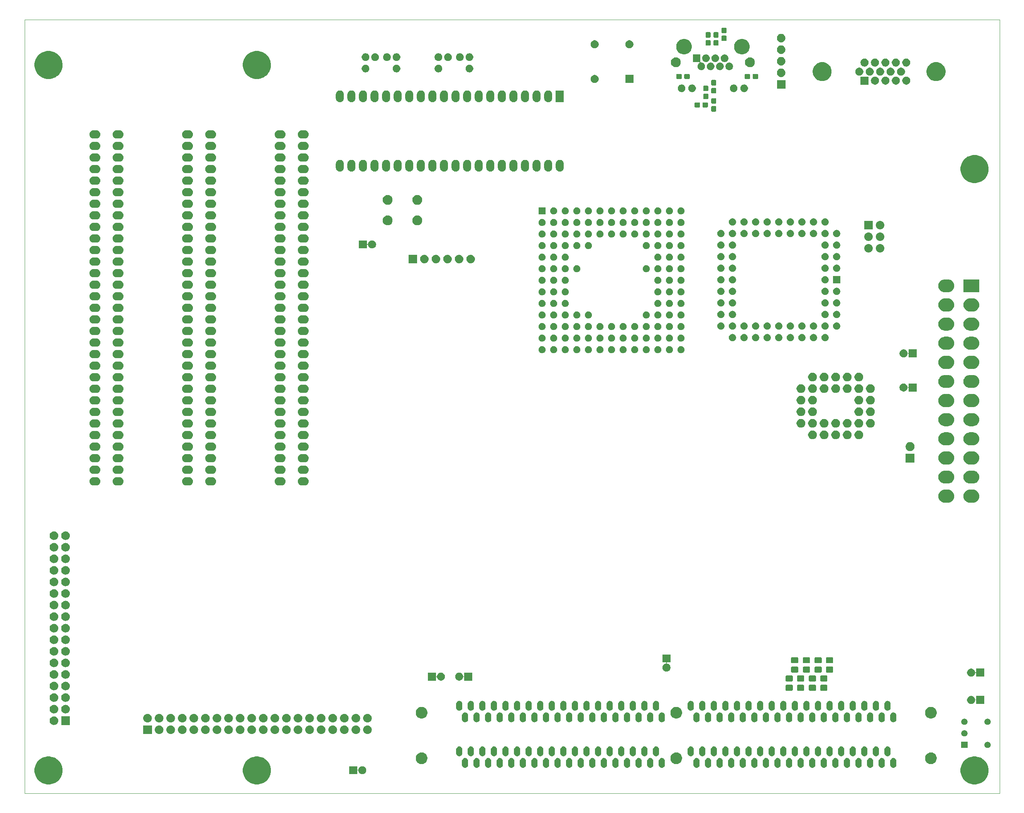
<source format=gbr>
%TF.GenerationSoftware,KiCad,Pcbnew,5.1.0-060a0da~80~ubuntu18.04.1*%
%TF.CreationDate,2019-04-17T18:28:32-04:00*%
%TF.ProjectId,C68,4336382e-6b69-4636-9164-5f7063625858,rev?*%
%TF.SameCoordinates,Original*%
%TF.FileFunction,Soldermask,Bot*%
%TF.FilePolarity,Negative*%
%FSLAX46Y46*%
G04 Gerber Fmt 4.6, Leading zero omitted, Abs format (unit mm)*
G04 Created by KiCad (PCBNEW 5.1.0-060a0da~80~ubuntu18.04.1) date 2019-04-17 18:28:32*
%MOMM*%
%LPD*%
G04 APERTURE LIST*
%ADD10C,0.050000*%
%ADD11C,0.150000*%
G04 APERTURE END LIST*
D10*
X304000000Y-210000000D02*
X90000000Y-210000000D01*
X304000000Y-40000000D02*
X304000000Y-210000000D01*
X90000000Y-40000000D02*
X304000000Y-40000000D01*
X90000000Y-210000000D02*
X90000000Y-40000000D01*
D11*
G36*
X298950212Y-201875179D02*
G01*
X299368403Y-201958362D01*
X299764753Y-202122536D01*
X299910027Y-202182710D01*
X299928927Y-202190539D01*
X300182868Y-202360217D01*
X300371695Y-202486387D01*
X300433386Y-202527608D01*
X300862392Y-202956614D01*
X301199461Y-203461073D01*
X301431638Y-204021597D01*
X301550000Y-204616646D01*
X301550000Y-205223354D01*
X301431638Y-205818403D01*
X301199461Y-206378927D01*
X300862392Y-206883386D01*
X300433386Y-207312392D01*
X299928927Y-207649461D01*
X299368403Y-207881638D01*
X298773355Y-208000000D01*
X298166645Y-208000000D01*
X297869122Y-207940819D01*
X297571597Y-207881638D01*
X297011073Y-207649461D01*
X296506614Y-207312392D01*
X296077608Y-206883386D01*
X295740539Y-206378927D01*
X295508362Y-205818403D01*
X295390000Y-205223354D01*
X295390000Y-204616646D01*
X295508362Y-204021597D01*
X295740539Y-203461073D01*
X296077608Y-202956614D01*
X296506614Y-202527608D01*
X296568306Y-202486387D01*
X296757132Y-202360217D01*
X297011073Y-202190539D01*
X297029974Y-202182710D01*
X297175247Y-202122536D01*
X297571597Y-201958362D01*
X297989788Y-201875179D01*
X298166645Y-201840000D01*
X298773355Y-201840000D01*
X298950212Y-201875179D01*
X298950212Y-201875179D01*
G37*
G36*
X141470212Y-201875179D02*
G01*
X141888403Y-201958362D01*
X142284753Y-202122536D01*
X142430027Y-202182710D01*
X142448927Y-202190539D01*
X142702868Y-202360217D01*
X142891695Y-202486387D01*
X142953386Y-202527608D01*
X143382392Y-202956614D01*
X143719461Y-203461073D01*
X143951638Y-204021597D01*
X144070000Y-204616646D01*
X144070000Y-205223354D01*
X143951638Y-205818403D01*
X143719461Y-206378927D01*
X143382392Y-206883386D01*
X142953386Y-207312392D01*
X142448927Y-207649461D01*
X141888403Y-207881638D01*
X141293355Y-208000000D01*
X140686645Y-208000000D01*
X140389122Y-207940819D01*
X140091597Y-207881638D01*
X139531073Y-207649461D01*
X139026614Y-207312392D01*
X138597608Y-206883386D01*
X138260539Y-206378927D01*
X138028362Y-205818403D01*
X137910000Y-205223354D01*
X137910000Y-204616646D01*
X138028362Y-204021597D01*
X138260539Y-203461073D01*
X138597608Y-202956614D01*
X139026614Y-202527608D01*
X139088306Y-202486387D01*
X139277132Y-202360217D01*
X139531073Y-202190539D01*
X139549974Y-202182710D01*
X139695247Y-202122536D01*
X140091597Y-201958362D01*
X140509788Y-201875179D01*
X140686645Y-201840000D01*
X141293355Y-201840000D01*
X141470212Y-201875179D01*
X141470212Y-201875179D01*
G37*
G36*
X95750212Y-201875179D02*
G01*
X96168403Y-201958362D01*
X96564753Y-202122536D01*
X96710027Y-202182710D01*
X96728927Y-202190539D01*
X96982868Y-202360217D01*
X97171695Y-202486387D01*
X97233386Y-202527608D01*
X97662392Y-202956614D01*
X97999461Y-203461073D01*
X98231638Y-204021597D01*
X98350000Y-204616646D01*
X98350000Y-205223354D01*
X98231638Y-205818403D01*
X97999461Y-206378927D01*
X97662392Y-206883386D01*
X97233386Y-207312392D01*
X96728927Y-207649461D01*
X96168403Y-207881638D01*
X95573355Y-208000000D01*
X94966645Y-208000000D01*
X94669122Y-207940819D01*
X94371597Y-207881638D01*
X93811073Y-207649461D01*
X93306614Y-207312392D01*
X92877608Y-206883386D01*
X92540539Y-206378927D01*
X92308362Y-205818403D01*
X92190000Y-205223354D01*
X92190000Y-204616646D01*
X92308362Y-204021597D01*
X92540539Y-203461073D01*
X92877608Y-202956614D01*
X93306614Y-202527608D01*
X93368306Y-202486387D01*
X93557132Y-202360217D01*
X93811073Y-202190539D01*
X93829974Y-202182710D01*
X93975247Y-202122536D01*
X94371597Y-201958362D01*
X94789788Y-201875179D01*
X94966645Y-201840000D01*
X95573355Y-201840000D01*
X95750212Y-201875179D01*
X95750212Y-201875179D01*
G37*
G36*
X163010000Y-204720752D02*
G01*
X163012402Y-204745138D01*
X163019515Y-204768587D01*
X163031066Y-204790198D01*
X163046611Y-204809140D01*
X163065553Y-204824685D01*
X163087164Y-204836236D01*
X163110613Y-204843349D01*
X163134999Y-204845751D01*
X163159385Y-204843349D01*
X163182834Y-204836236D01*
X163204445Y-204824685D01*
X163223387Y-204809140D01*
X163238932Y-204790198D01*
X163250483Y-204768587D01*
X163257596Y-204745138D01*
X163283817Y-204613314D01*
X163350153Y-204453165D01*
X163446459Y-204309033D01*
X163569033Y-204186459D01*
X163713165Y-204090153D01*
X163873314Y-204023817D01*
X164043326Y-203990000D01*
X164216674Y-203990000D01*
X164386686Y-204023817D01*
X164546835Y-204090153D01*
X164690967Y-204186459D01*
X164813541Y-204309033D01*
X164909847Y-204453165D01*
X164976183Y-204613314D01*
X165010000Y-204783326D01*
X165010000Y-204956674D01*
X164976183Y-205126686D01*
X164909847Y-205286835D01*
X164813541Y-205430967D01*
X164690967Y-205553541D01*
X164546835Y-205649847D01*
X164386686Y-205716183D01*
X164216674Y-205750000D01*
X164043326Y-205750000D01*
X163873314Y-205716183D01*
X163713165Y-205649847D01*
X163569033Y-205553541D01*
X163446459Y-205430967D01*
X163350153Y-205286835D01*
X163283817Y-205126686D01*
X163257596Y-204994862D01*
X163250483Y-204971413D01*
X163238932Y-204949802D01*
X163223387Y-204930861D01*
X163204445Y-204915315D01*
X163182834Y-204903764D01*
X163159385Y-204896651D01*
X163134999Y-204894249D01*
X163110613Y-204896651D01*
X163087164Y-204903764D01*
X163065553Y-204915315D01*
X163046612Y-204930860D01*
X163031066Y-204949802D01*
X163019515Y-204971413D01*
X163012402Y-204994862D01*
X163010000Y-205019248D01*
X163010000Y-205750000D01*
X161250000Y-205750000D01*
X161250000Y-203990000D01*
X163010000Y-203990000D01*
X163010000Y-204720752D01*
X163010000Y-204720752D01*
G37*
G36*
X275705302Y-202195839D02*
G01*
X275833483Y-202234722D01*
X275833486Y-202234723D01*
X275939490Y-202291384D01*
X275951615Y-202297865D01*
X276055158Y-202382841D01*
X276140135Y-202486384D01*
X276140136Y-202486386D01*
X276203277Y-202604513D01*
X276203277Y-202604514D01*
X276203278Y-202604516D01*
X276242161Y-202732697D01*
X276252000Y-202832596D01*
X276252000Y-203699404D01*
X276242161Y-203799303D01*
X276203278Y-203927484D01*
X276203277Y-203927487D01*
X276152973Y-204021598D01*
X276140135Y-204045616D01*
X276055159Y-204149159D01*
X275951616Y-204234135D01*
X275951614Y-204234136D01*
X275833487Y-204297277D01*
X275833484Y-204297278D01*
X275705303Y-204336161D01*
X275572000Y-204349290D01*
X275438698Y-204336161D01*
X275310517Y-204297278D01*
X275310514Y-204297277D01*
X275192387Y-204234136D01*
X275192385Y-204234135D01*
X275088842Y-204149159D01*
X275003866Y-204045616D01*
X274991028Y-204021598D01*
X274940724Y-203927487D01*
X274940723Y-203927484D01*
X274901839Y-203799303D01*
X274892000Y-203699404D01*
X274892000Y-202832597D01*
X274901839Y-202732698D01*
X274940722Y-202604517D01*
X274940723Y-202604514D01*
X275003864Y-202486387D01*
X275003865Y-202486385D01*
X275088841Y-202382842D01*
X275192384Y-202297865D01*
X275204509Y-202291384D01*
X275310513Y-202234723D01*
X275310516Y-202234722D01*
X275438697Y-202195839D01*
X275572000Y-202182710D01*
X275705302Y-202195839D01*
X275705302Y-202195839D01*
G37*
G36*
X260465302Y-202195839D02*
G01*
X260593483Y-202234722D01*
X260593486Y-202234723D01*
X260699490Y-202291384D01*
X260711615Y-202297865D01*
X260815158Y-202382841D01*
X260900135Y-202486384D01*
X260900136Y-202486386D01*
X260963277Y-202604513D01*
X260963277Y-202604514D01*
X260963278Y-202604516D01*
X261002161Y-202732697D01*
X261012000Y-202832596D01*
X261012000Y-203699404D01*
X261002161Y-203799303D01*
X260963278Y-203927484D01*
X260963277Y-203927487D01*
X260912973Y-204021598D01*
X260900135Y-204045616D01*
X260815159Y-204149159D01*
X260711616Y-204234135D01*
X260711614Y-204234136D01*
X260593487Y-204297277D01*
X260593484Y-204297278D01*
X260465303Y-204336161D01*
X260332000Y-204349290D01*
X260198698Y-204336161D01*
X260070517Y-204297278D01*
X260070514Y-204297277D01*
X259952387Y-204234136D01*
X259952385Y-204234135D01*
X259848842Y-204149159D01*
X259763866Y-204045616D01*
X259751028Y-204021598D01*
X259700724Y-203927487D01*
X259700723Y-203927484D01*
X259661839Y-203799303D01*
X259652000Y-203699404D01*
X259652000Y-202832597D01*
X259661839Y-202732698D01*
X259700722Y-202604517D01*
X259700723Y-202604514D01*
X259763864Y-202486387D01*
X259763865Y-202486385D01*
X259848841Y-202382842D01*
X259952384Y-202297865D01*
X259964509Y-202291384D01*
X260070513Y-202234723D01*
X260070516Y-202234722D01*
X260198697Y-202195839D01*
X260332000Y-202182710D01*
X260465302Y-202195839D01*
X260465302Y-202195839D01*
G37*
G36*
X278245302Y-202195839D02*
G01*
X278373483Y-202234722D01*
X278373486Y-202234723D01*
X278479490Y-202291384D01*
X278491615Y-202297865D01*
X278595158Y-202382841D01*
X278680135Y-202486384D01*
X278680136Y-202486386D01*
X278743277Y-202604513D01*
X278743277Y-202604514D01*
X278743278Y-202604516D01*
X278782161Y-202732697D01*
X278792000Y-202832596D01*
X278792000Y-203699404D01*
X278782161Y-203799303D01*
X278743278Y-203927484D01*
X278743277Y-203927487D01*
X278692973Y-204021598D01*
X278680135Y-204045616D01*
X278595159Y-204149159D01*
X278491616Y-204234135D01*
X278491614Y-204234136D01*
X278373487Y-204297277D01*
X278373484Y-204297278D01*
X278245303Y-204336161D01*
X278112000Y-204349290D01*
X277978698Y-204336161D01*
X277850517Y-204297278D01*
X277850514Y-204297277D01*
X277732387Y-204234136D01*
X277732385Y-204234135D01*
X277628842Y-204149159D01*
X277543866Y-204045616D01*
X277531028Y-204021598D01*
X277480724Y-203927487D01*
X277480723Y-203927484D01*
X277441839Y-203799303D01*
X277432000Y-203699404D01*
X277432000Y-202832597D01*
X277441839Y-202732698D01*
X277480722Y-202604517D01*
X277480723Y-202604514D01*
X277543864Y-202486387D01*
X277543865Y-202486385D01*
X277628841Y-202382842D01*
X277732384Y-202297865D01*
X277744509Y-202291384D01*
X277850513Y-202234723D01*
X277850516Y-202234722D01*
X277978697Y-202195839D01*
X278112000Y-202182710D01*
X278245302Y-202195839D01*
X278245302Y-202195839D01*
G37*
G36*
X280785302Y-202195839D02*
G01*
X280913483Y-202234722D01*
X280913486Y-202234723D01*
X281019490Y-202291384D01*
X281031615Y-202297865D01*
X281135158Y-202382841D01*
X281220135Y-202486384D01*
X281220136Y-202486386D01*
X281283277Y-202604513D01*
X281283277Y-202604514D01*
X281283278Y-202604516D01*
X281322161Y-202732697D01*
X281332000Y-202832596D01*
X281332000Y-203699404D01*
X281322161Y-203799303D01*
X281283278Y-203927484D01*
X281283277Y-203927487D01*
X281232973Y-204021598D01*
X281220135Y-204045616D01*
X281135159Y-204149159D01*
X281031616Y-204234135D01*
X281031614Y-204234136D01*
X280913487Y-204297277D01*
X280913484Y-204297278D01*
X280785303Y-204336161D01*
X280652000Y-204349290D01*
X280518698Y-204336161D01*
X280390517Y-204297278D01*
X280390514Y-204297277D01*
X280272387Y-204234136D01*
X280272385Y-204234135D01*
X280168842Y-204149159D01*
X280083866Y-204045616D01*
X280071028Y-204021598D01*
X280020724Y-203927487D01*
X280020723Y-203927484D01*
X279981839Y-203799303D01*
X279972000Y-203699404D01*
X279972000Y-202832597D01*
X279981839Y-202732698D01*
X280020722Y-202604517D01*
X280020723Y-202604514D01*
X280083864Y-202486387D01*
X280083865Y-202486385D01*
X280168841Y-202382842D01*
X280272384Y-202297865D01*
X280284509Y-202291384D01*
X280390513Y-202234723D01*
X280390516Y-202234722D01*
X280518697Y-202195839D01*
X280652000Y-202182710D01*
X280785302Y-202195839D01*
X280785302Y-202195839D01*
G37*
G36*
X273165302Y-202195839D02*
G01*
X273293483Y-202234722D01*
X273293486Y-202234723D01*
X273399490Y-202291384D01*
X273411615Y-202297865D01*
X273515158Y-202382841D01*
X273600135Y-202486384D01*
X273600136Y-202486386D01*
X273663277Y-202604513D01*
X273663277Y-202604514D01*
X273663278Y-202604516D01*
X273702161Y-202732697D01*
X273712000Y-202832596D01*
X273712000Y-203699404D01*
X273702161Y-203799303D01*
X273663278Y-203927484D01*
X273663277Y-203927487D01*
X273612973Y-204021598D01*
X273600135Y-204045616D01*
X273515159Y-204149159D01*
X273411616Y-204234135D01*
X273411614Y-204234136D01*
X273293487Y-204297277D01*
X273293484Y-204297278D01*
X273165303Y-204336161D01*
X273032000Y-204349290D01*
X272898698Y-204336161D01*
X272770517Y-204297278D01*
X272770514Y-204297277D01*
X272652387Y-204234136D01*
X272652385Y-204234135D01*
X272548842Y-204149159D01*
X272463866Y-204045616D01*
X272451028Y-204021598D01*
X272400724Y-203927487D01*
X272400723Y-203927484D01*
X272361839Y-203799303D01*
X272352000Y-203699404D01*
X272352000Y-202832597D01*
X272361839Y-202732698D01*
X272400722Y-202604517D01*
X272400723Y-202604514D01*
X272463864Y-202486387D01*
X272463865Y-202486385D01*
X272548841Y-202382842D01*
X272652384Y-202297865D01*
X272664509Y-202291384D01*
X272770513Y-202234723D01*
X272770516Y-202234722D01*
X272898697Y-202195839D01*
X273032000Y-202182710D01*
X273165302Y-202195839D01*
X273165302Y-202195839D01*
G37*
G36*
X270625302Y-202195839D02*
G01*
X270753483Y-202234722D01*
X270753486Y-202234723D01*
X270859490Y-202291384D01*
X270871615Y-202297865D01*
X270975158Y-202382841D01*
X271060135Y-202486384D01*
X271060136Y-202486386D01*
X271123277Y-202604513D01*
X271123277Y-202604514D01*
X271123278Y-202604516D01*
X271162161Y-202732697D01*
X271172000Y-202832596D01*
X271172000Y-203699404D01*
X271162161Y-203799303D01*
X271123278Y-203927484D01*
X271123277Y-203927487D01*
X271072973Y-204021598D01*
X271060135Y-204045616D01*
X270975159Y-204149159D01*
X270871616Y-204234135D01*
X270871614Y-204234136D01*
X270753487Y-204297277D01*
X270753484Y-204297278D01*
X270625303Y-204336161D01*
X270492000Y-204349290D01*
X270358698Y-204336161D01*
X270230517Y-204297278D01*
X270230514Y-204297277D01*
X270112387Y-204234136D01*
X270112385Y-204234135D01*
X270008842Y-204149159D01*
X269923866Y-204045616D01*
X269911028Y-204021598D01*
X269860724Y-203927487D01*
X269860723Y-203927484D01*
X269821839Y-203799303D01*
X269812000Y-203699404D01*
X269812000Y-202832597D01*
X269821839Y-202732698D01*
X269860722Y-202604517D01*
X269860723Y-202604514D01*
X269923864Y-202486387D01*
X269923865Y-202486385D01*
X270008841Y-202382842D01*
X270112384Y-202297865D01*
X270124509Y-202291384D01*
X270230513Y-202234723D01*
X270230516Y-202234722D01*
X270358697Y-202195839D01*
X270492000Y-202182710D01*
X270625302Y-202195839D01*
X270625302Y-202195839D01*
G37*
G36*
X268085302Y-202195839D02*
G01*
X268213483Y-202234722D01*
X268213486Y-202234723D01*
X268319490Y-202291384D01*
X268331615Y-202297865D01*
X268435158Y-202382841D01*
X268520135Y-202486384D01*
X268520136Y-202486386D01*
X268583277Y-202604513D01*
X268583277Y-202604514D01*
X268583278Y-202604516D01*
X268622161Y-202732697D01*
X268632000Y-202832596D01*
X268632000Y-203699404D01*
X268622161Y-203799303D01*
X268583278Y-203927484D01*
X268583277Y-203927487D01*
X268532973Y-204021598D01*
X268520135Y-204045616D01*
X268435159Y-204149159D01*
X268331616Y-204234135D01*
X268331614Y-204234136D01*
X268213487Y-204297277D01*
X268213484Y-204297278D01*
X268085303Y-204336161D01*
X267952000Y-204349290D01*
X267818698Y-204336161D01*
X267690517Y-204297278D01*
X267690514Y-204297277D01*
X267572387Y-204234136D01*
X267572385Y-204234135D01*
X267468842Y-204149159D01*
X267383866Y-204045616D01*
X267371028Y-204021598D01*
X267320724Y-203927487D01*
X267320723Y-203927484D01*
X267281839Y-203799303D01*
X267272000Y-203699404D01*
X267272000Y-202832597D01*
X267281839Y-202732698D01*
X267320722Y-202604517D01*
X267320723Y-202604514D01*
X267383864Y-202486387D01*
X267383865Y-202486385D01*
X267468841Y-202382842D01*
X267572384Y-202297865D01*
X267584509Y-202291384D01*
X267690513Y-202234723D01*
X267690516Y-202234722D01*
X267818697Y-202195839D01*
X267952000Y-202182710D01*
X268085302Y-202195839D01*
X268085302Y-202195839D01*
G37*
G36*
X265545302Y-202195839D02*
G01*
X265673483Y-202234722D01*
X265673486Y-202234723D01*
X265779490Y-202291384D01*
X265791615Y-202297865D01*
X265895158Y-202382841D01*
X265980135Y-202486384D01*
X265980136Y-202486386D01*
X266043277Y-202604513D01*
X266043277Y-202604514D01*
X266043278Y-202604516D01*
X266082161Y-202732697D01*
X266092000Y-202832596D01*
X266092000Y-203699404D01*
X266082161Y-203799303D01*
X266043278Y-203927484D01*
X266043277Y-203927487D01*
X265992973Y-204021598D01*
X265980135Y-204045616D01*
X265895159Y-204149159D01*
X265791616Y-204234135D01*
X265791614Y-204234136D01*
X265673487Y-204297277D01*
X265673484Y-204297278D01*
X265545303Y-204336161D01*
X265412000Y-204349290D01*
X265278698Y-204336161D01*
X265150517Y-204297278D01*
X265150514Y-204297277D01*
X265032387Y-204234136D01*
X265032385Y-204234135D01*
X264928842Y-204149159D01*
X264843866Y-204045616D01*
X264831028Y-204021598D01*
X264780724Y-203927487D01*
X264780723Y-203927484D01*
X264741839Y-203799303D01*
X264732000Y-203699404D01*
X264732000Y-202832597D01*
X264741839Y-202732698D01*
X264780722Y-202604517D01*
X264780723Y-202604514D01*
X264843864Y-202486387D01*
X264843865Y-202486385D01*
X264928841Y-202382842D01*
X265032384Y-202297865D01*
X265044509Y-202291384D01*
X265150513Y-202234723D01*
X265150516Y-202234722D01*
X265278697Y-202195839D01*
X265412000Y-202182710D01*
X265545302Y-202195839D01*
X265545302Y-202195839D01*
G37*
G36*
X263005302Y-202195839D02*
G01*
X263133483Y-202234722D01*
X263133486Y-202234723D01*
X263239490Y-202291384D01*
X263251615Y-202297865D01*
X263355158Y-202382841D01*
X263440135Y-202486384D01*
X263440136Y-202486386D01*
X263503277Y-202604513D01*
X263503277Y-202604514D01*
X263503278Y-202604516D01*
X263542161Y-202732697D01*
X263552000Y-202832596D01*
X263552000Y-203699404D01*
X263542161Y-203799303D01*
X263503278Y-203927484D01*
X263503277Y-203927487D01*
X263452973Y-204021598D01*
X263440135Y-204045616D01*
X263355159Y-204149159D01*
X263251616Y-204234135D01*
X263251614Y-204234136D01*
X263133487Y-204297277D01*
X263133484Y-204297278D01*
X263005303Y-204336161D01*
X262872000Y-204349290D01*
X262738698Y-204336161D01*
X262610517Y-204297278D01*
X262610514Y-204297277D01*
X262492387Y-204234136D01*
X262492385Y-204234135D01*
X262388842Y-204149159D01*
X262303866Y-204045616D01*
X262291028Y-204021598D01*
X262240724Y-203927487D01*
X262240723Y-203927484D01*
X262201839Y-203799303D01*
X262192000Y-203699404D01*
X262192000Y-202832597D01*
X262201839Y-202732698D01*
X262240722Y-202604517D01*
X262240723Y-202604514D01*
X262303864Y-202486387D01*
X262303865Y-202486385D01*
X262388841Y-202382842D01*
X262492384Y-202297865D01*
X262504509Y-202291384D01*
X262610513Y-202234723D01*
X262610516Y-202234722D01*
X262738697Y-202195839D01*
X262872000Y-202182710D01*
X263005302Y-202195839D01*
X263005302Y-202195839D01*
G37*
G36*
X189345302Y-202195839D02*
G01*
X189473483Y-202234722D01*
X189473486Y-202234723D01*
X189579490Y-202291384D01*
X189591615Y-202297865D01*
X189695158Y-202382841D01*
X189780135Y-202486384D01*
X189780136Y-202486386D01*
X189843277Y-202604513D01*
X189843277Y-202604514D01*
X189843278Y-202604516D01*
X189882161Y-202732697D01*
X189892000Y-202832596D01*
X189892000Y-203699404D01*
X189882161Y-203799303D01*
X189843278Y-203927484D01*
X189843277Y-203927487D01*
X189792973Y-204021598D01*
X189780135Y-204045616D01*
X189695159Y-204149159D01*
X189591616Y-204234135D01*
X189591614Y-204234136D01*
X189473487Y-204297277D01*
X189473484Y-204297278D01*
X189345303Y-204336161D01*
X189212000Y-204349290D01*
X189078698Y-204336161D01*
X188950517Y-204297278D01*
X188950514Y-204297277D01*
X188832387Y-204234136D01*
X188832385Y-204234135D01*
X188728842Y-204149159D01*
X188643866Y-204045616D01*
X188631028Y-204021598D01*
X188580724Y-203927487D01*
X188580723Y-203927484D01*
X188541839Y-203799303D01*
X188532000Y-203699404D01*
X188532000Y-202832597D01*
X188541839Y-202732698D01*
X188580722Y-202604517D01*
X188580723Y-202604514D01*
X188643864Y-202486387D01*
X188643865Y-202486385D01*
X188728841Y-202382842D01*
X188832384Y-202297865D01*
X188844509Y-202291384D01*
X188950513Y-202234723D01*
X188950516Y-202234722D01*
X189078697Y-202195839D01*
X189212000Y-202182710D01*
X189345302Y-202195839D01*
X189345302Y-202195839D01*
G37*
G36*
X255385302Y-202195839D02*
G01*
X255513483Y-202234722D01*
X255513486Y-202234723D01*
X255619490Y-202291384D01*
X255631615Y-202297865D01*
X255735158Y-202382841D01*
X255820135Y-202486384D01*
X255820136Y-202486386D01*
X255883277Y-202604513D01*
X255883277Y-202604514D01*
X255883278Y-202604516D01*
X255922161Y-202732697D01*
X255932000Y-202832596D01*
X255932000Y-203699404D01*
X255922161Y-203799303D01*
X255883278Y-203927484D01*
X255883277Y-203927487D01*
X255832973Y-204021598D01*
X255820135Y-204045616D01*
X255735159Y-204149159D01*
X255631616Y-204234135D01*
X255631614Y-204234136D01*
X255513487Y-204297277D01*
X255513484Y-204297278D01*
X255385303Y-204336161D01*
X255252000Y-204349290D01*
X255118698Y-204336161D01*
X254990517Y-204297278D01*
X254990514Y-204297277D01*
X254872387Y-204234136D01*
X254872385Y-204234135D01*
X254768842Y-204149159D01*
X254683866Y-204045616D01*
X254671028Y-204021598D01*
X254620724Y-203927487D01*
X254620723Y-203927484D01*
X254581839Y-203799303D01*
X254572000Y-203699404D01*
X254572000Y-202832597D01*
X254581839Y-202732698D01*
X254620722Y-202604517D01*
X254620723Y-202604514D01*
X254683864Y-202486387D01*
X254683865Y-202486385D01*
X254768841Y-202382842D01*
X254872384Y-202297865D01*
X254884509Y-202291384D01*
X254990513Y-202234723D01*
X254990516Y-202234722D01*
X255118697Y-202195839D01*
X255252000Y-202182710D01*
X255385302Y-202195839D01*
X255385302Y-202195839D01*
G37*
G36*
X252845302Y-202195839D02*
G01*
X252973483Y-202234722D01*
X252973486Y-202234723D01*
X253079490Y-202291384D01*
X253091615Y-202297865D01*
X253195158Y-202382841D01*
X253280135Y-202486384D01*
X253280136Y-202486386D01*
X253343277Y-202604513D01*
X253343277Y-202604514D01*
X253343278Y-202604516D01*
X253382161Y-202732697D01*
X253392000Y-202832596D01*
X253392000Y-203699404D01*
X253382161Y-203799303D01*
X253343278Y-203927484D01*
X253343277Y-203927487D01*
X253292973Y-204021598D01*
X253280135Y-204045616D01*
X253195159Y-204149159D01*
X253091616Y-204234135D01*
X253091614Y-204234136D01*
X252973487Y-204297277D01*
X252973484Y-204297278D01*
X252845303Y-204336161D01*
X252712000Y-204349290D01*
X252578698Y-204336161D01*
X252450517Y-204297278D01*
X252450514Y-204297277D01*
X252332387Y-204234136D01*
X252332385Y-204234135D01*
X252228842Y-204149159D01*
X252143866Y-204045616D01*
X252131028Y-204021598D01*
X252080724Y-203927487D01*
X252080723Y-203927484D01*
X252041839Y-203799303D01*
X252032000Y-203699404D01*
X252032000Y-202832597D01*
X252041839Y-202732698D01*
X252080722Y-202604517D01*
X252080723Y-202604514D01*
X252143864Y-202486387D01*
X252143865Y-202486385D01*
X252228841Y-202382842D01*
X252332384Y-202297865D01*
X252344509Y-202291384D01*
X252450513Y-202234723D01*
X252450516Y-202234722D01*
X252578697Y-202195839D01*
X252712000Y-202182710D01*
X252845302Y-202195839D01*
X252845302Y-202195839D01*
G37*
G36*
X250305302Y-202195839D02*
G01*
X250433483Y-202234722D01*
X250433486Y-202234723D01*
X250539490Y-202291384D01*
X250551615Y-202297865D01*
X250655158Y-202382841D01*
X250740135Y-202486384D01*
X250740136Y-202486386D01*
X250803277Y-202604513D01*
X250803277Y-202604514D01*
X250803278Y-202604516D01*
X250842161Y-202732697D01*
X250852000Y-202832596D01*
X250852000Y-203699404D01*
X250842161Y-203799303D01*
X250803278Y-203927484D01*
X250803277Y-203927487D01*
X250752973Y-204021598D01*
X250740135Y-204045616D01*
X250655159Y-204149159D01*
X250551616Y-204234135D01*
X250551614Y-204234136D01*
X250433487Y-204297277D01*
X250433484Y-204297278D01*
X250305303Y-204336161D01*
X250172000Y-204349290D01*
X250038698Y-204336161D01*
X249910517Y-204297278D01*
X249910514Y-204297277D01*
X249792387Y-204234136D01*
X249792385Y-204234135D01*
X249688842Y-204149159D01*
X249603866Y-204045616D01*
X249591028Y-204021598D01*
X249540724Y-203927487D01*
X249540723Y-203927484D01*
X249501839Y-203799303D01*
X249492000Y-203699404D01*
X249492000Y-202832597D01*
X249501839Y-202732698D01*
X249540722Y-202604517D01*
X249540723Y-202604514D01*
X249603864Y-202486387D01*
X249603865Y-202486385D01*
X249688841Y-202382842D01*
X249792384Y-202297865D01*
X249804509Y-202291384D01*
X249910513Y-202234723D01*
X249910516Y-202234722D01*
X250038697Y-202195839D01*
X250172000Y-202182710D01*
X250305302Y-202195839D01*
X250305302Y-202195839D01*
G37*
G36*
X247765302Y-202195839D02*
G01*
X247893483Y-202234722D01*
X247893486Y-202234723D01*
X247999490Y-202291384D01*
X248011615Y-202297865D01*
X248115158Y-202382841D01*
X248200135Y-202486384D01*
X248200136Y-202486386D01*
X248263277Y-202604513D01*
X248263277Y-202604514D01*
X248263278Y-202604516D01*
X248302161Y-202732697D01*
X248312000Y-202832596D01*
X248312000Y-203699404D01*
X248302161Y-203799303D01*
X248263278Y-203927484D01*
X248263277Y-203927487D01*
X248212973Y-204021598D01*
X248200135Y-204045616D01*
X248115159Y-204149159D01*
X248011616Y-204234135D01*
X248011614Y-204234136D01*
X247893487Y-204297277D01*
X247893484Y-204297278D01*
X247765303Y-204336161D01*
X247632000Y-204349290D01*
X247498698Y-204336161D01*
X247370517Y-204297278D01*
X247370514Y-204297277D01*
X247252387Y-204234136D01*
X247252385Y-204234135D01*
X247148842Y-204149159D01*
X247063866Y-204045616D01*
X247051028Y-204021598D01*
X247000724Y-203927487D01*
X247000723Y-203927484D01*
X246961839Y-203799303D01*
X246952000Y-203699404D01*
X246952000Y-202832597D01*
X246961839Y-202732698D01*
X247000722Y-202604517D01*
X247000723Y-202604514D01*
X247063864Y-202486387D01*
X247063865Y-202486385D01*
X247148841Y-202382842D01*
X247252384Y-202297865D01*
X247264509Y-202291384D01*
X247370513Y-202234723D01*
X247370516Y-202234722D01*
X247498697Y-202195839D01*
X247632000Y-202182710D01*
X247765302Y-202195839D01*
X247765302Y-202195839D01*
G37*
G36*
X245225302Y-202195839D02*
G01*
X245353483Y-202234722D01*
X245353486Y-202234723D01*
X245459490Y-202291384D01*
X245471615Y-202297865D01*
X245575158Y-202382841D01*
X245660135Y-202486384D01*
X245660136Y-202486386D01*
X245723277Y-202604513D01*
X245723277Y-202604514D01*
X245723278Y-202604516D01*
X245762161Y-202732697D01*
X245772000Y-202832596D01*
X245772000Y-203699404D01*
X245762161Y-203799303D01*
X245723278Y-203927484D01*
X245723277Y-203927487D01*
X245672973Y-204021598D01*
X245660135Y-204045616D01*
X245575159Y-204149159D01*
X245471616Y-204234135D01*
X245471614Y-204234136D01*
X245353487Y-204297277D01*
X245353484Y-204297278D01*
X245225303Y-204336161D01*
X245092000Y-204349290D01*
X244958698Y-204336161D01*
X244830517Y-204297278D01*
X244830514Y-204297277D01*
X244712387Y-204234136D01*
X244712385Y-204234135D01*
X244608842Y-204149159D01*
X244523866Y-204045616D01*
X244511028Y-204021598D01*
X244460724Y-203927487D01*
X244460723Y-203927484D01*
X244421839Y-203799303D01*
X244412000Y-203699404D01*
X244412000Y-202832597D01*
X244421839Y-202732698D01*
X244460722Y-202604517D01*
X244460723Y-202604514D01*
X244523864Y-202486387D01*
X244523865Y-202486385D01*
X244608841Y-202382842D01*
X244712384Y-202297865D01*
X244724509Y-202291384D01*
X244830513Y-202234723D01*
X244830516Y-202234722D01*
X244958697Y-202195839D01*
X245092000Y-202182710D01*
X245225302Y-202195839D01*
X245225302Y-202195839D01*
G37*
G36*
X242685302Y-202195839D02*
G01*
X242813483Y-202234722D01*
X242813486Y-202234723D01*
X242919490Y-202291384D01*
X242931615Y-202297865D01*
X243035158Y-202382841D01*
X243120135Y-202486384D01*
X243120136Y-202486386D01*
X243183277Y-202604513D01*
X243183277Y-202604514D01*
X243183278Y-202604516D01*
X243222161Y-202732697D01*
X243232000Y-202832596D01*
X243232000Y-203699404D01*
X243222161Y-203799303D01*
X243183278Y-203927484D01*
X243183277Y-203927487D01*
X243132973Y-204021598D01*
X243120135Y-204045616D01*
X243035159Y-204149159D01*
X242931616Y-204234135D01*
X242931614Y-204234136D01*
X242813487Y-204297277D01*
X242813484Y-204297278D01*
X242685303Y-204336161D01*
X242552000Y-204349290D01*
X242418698Y-204336161D01*
X242290517Y-204297278D01*
X242290514Y-204297277D01*
X242172387Y-204234136D01*
X242172385Y-204234135D01*
X242068842Y-204149159D01*
X241983866Y-204045616D01*
X241971028Y-204021598D01*
X241920724Y-203927487D01*
X241920723Y-203927484D01*
X241881839Y-203799303D01*
X241872000Y-203699404D01*
X241872000Y-202832597D01*
X241881839Y-202732698D01*
X241920722Y-202604517D01*
X241920723Y-202604514D01*
X241983864Y-202486387D01*
X241983865Y-202486385D01*
X242068841Y-202382842D01*
X242172384Y-202297865D01*
X242184509Y-202291384D01*
X242290513Y-202234723D01*
X242290516Y-202234722D01*
X242418697Y-202195839D01*
X242552000Y-202182710D01*
X242685302Y-202195839D01*
X242685302Y-202195839D01*
G37*
G36*
X240145302Y-202195839D02*
G01*
X240273483Y-202234722D01*
X240273486Y-202234723D01*
X240379490Y-202291384D01*
X240391615Y-202297865D01*
X240495158Y-202382841D01*
X240580135Y-202486384D01*
X240580136Y-202486386D01*
X240643277Y-202604513D01*
X240643277Y-202604514D01*
X240643278Y-202604516D01*
X240682161Y-202732697D01*
X240692000Y-202832596D01*
X240692000Y-203699404D01*
X240682161Y-203799303D01*
X240643278Y-203927484D01*
X240643277Y-203927487D01*
X240592973Y-204021598D01*
X240580135Y-204045616D01*
X240495159Y-204149159D01*
X240391616Y-204234135D01*
X240391614Y-204234136D01*
X240273487Y-204297277D01*
X240273484Y-204297278D01*
X240145303Y-204336161D01*
X240012000Y-204349290D01*
X239878698Y-204336161D01*
X239750517Y-204297278D01*
X239750514Y-204297277D01*
X239632387Y-204234136D01*
X239632385Y-204234135D01*
X239528842Y-204149159D01*
X239443866Y-204045616D01*
X239431028Y-204021598D01*
X239380724Y-203927487D01*
X239380723Y-203927484D01*
X239341839Y-203799303D01*
X239332000Y-203699404D01*
X239332000Y-202832597D01*
X239341839Y-202732698D01*
X239380722Y-202604517D01*
X239380723Y-202604514D01*
X239443864Y-202486387D01*
X239443865Y-202486385D01*
X239528841Y-202382842D01*
X239632384Y-202297865D01*
X239644509Y-202291384D01*
X239750513Y-202234723D01*
X239750516Y-202234722D01*
X239878697Y-202195839D01*
X240012000Y-202182710D01*
X240145302Y-202195839D01*
X240145302Y-202195839D01*
G37*
G36*
X186805302Y-202195839D02*
G01*
X186933483Y-202234722D01*
X186933486Y-202234723D01*
X187039490Y-202291384D01*
X187051615Y-202297865D01*
X187155158Y-202382841D01*
X187240135Y-202486384D01*
X187240136Y-202486386D01*
X187303277Y-202604513D01*
X187303277Y-202604514D01*
X187303278Y-202604516D01*
X187342161Y-202732697D01*
X187352000Y-202832596D01*
X187352000Y-203699404D01*
X187342161Y-203799303D01*
X187303278Y-203927484D01*
X187303277Y-203927487D01*
X187252973Y-204021598D01*
X187240135Y-204045616D01*
X187155159Y-204149159D01*
X187051616Y-204234135D01*
X187051614Y-204234136D01*
X186933487Y-204297277D01*
X186933484Y-204297278D01*
X186805303Y-204336161D01*
X186672000Y-204349290D01*
X186538698Y-204336161D01*
X186410517Y-204297278D01*
X186410514Y-204297277D01*
X186292387Y-204234136D01*
X186292385Y-204234135D01*
X186188842Y-204149159D01*
X186103866Y-204045616D01*
X186091028Y-204021598D01*
X186040724Y-203927487D01*
X186040723Y-203927484D01*
X186001839Y-203799303D01*
X185992000Y-203699404D01*
X185992000Y-202832597D01*
X186001839Y-202732698D01*
X186040722Y-202604517D01*
X186040723Y-202604514D01*
X186103864Y-202486387D01*
X186103865Y-202486385D01*
X186188841Y-202382842D01*
X186292384Y-202297865D01*
X186304509Y-202291384D01*
X186410513Y-202234723D01*
X186410516Y-202234722D01*
X186538697Y-202195839D01*
X186672000Y-202182710D01*
X186805302Y-202195839D01*
X186805302Y-202195839D01*
G37*
G36*
X207125302Y-202195839D02*
G01*
X207253483Y-202234722D01*
X207253486Y-202234723D01*
X207359490Y-202291384D01*
X207371615Y-202297865D01*
X207475158Y-202382841D01*
X207560135Y-202486384D01*
X207560136Y-202486386D01*
X207623277Y-202604513D01*
X207623277Y-202604514D01*
X207623278Y-202604516D01*
X207662161Y-202732697D01*
X207672000Y-202832596D01*
X207672000Y-203699404D01*
X207662161Y-203799303D01*
X207623278Y-203927484D01*
X207623277Y-203927487D01*
X207572973Y-204021598D01*
X207560135Y-204045616D01*
X207475159Y-204149159D01*
X207371616Y-204234135D01*
X207371614Y-204234136D01*
X207253487Y-204297277D01*
X207253484Y-204297278D01*
X207125303Y-204336161D01*
X206992000Y-204349290D01*
X206858698Y-204336161D01*
X206730517Y-204297278D01*
X206730514Y-204297277D01*
X206612387Y-204234136D01*
X206612385Y-204234135D01*
X206508842Y-204149159D01*
X206423866Y-204045616D01*
X206411028Y-204021598D01*
X206360724Y-203927487D01*
X206360723Y-203927484D01*
X206321839Y-203799303D01*
X206312000Y-203699404D01*
X206312000Y-202832597D01*
X206321839Y-202732698D01*
X206360722Y-202604517D01*
X206360723Y-202604514D01*
X206423864Y-202486387D01*
X206423865Y-202486385D01*
X206508841Y-202382842D01*
X206612384Y-202297865D01*
X206624509Y-202291384D01*
X206730513Y-202234723D01*
X206730516Y-202234722D01*
X206858697Y-202195839D01*
X206992000Y-202182710D01*
X207125302Y-202195839D01*
X207125302Y-202195839D01*
G37*
G36*
X257925302Y-202195839D02*
G01*
X258053483Y-202234722D01*
X258053486Y-202234723D01*
X258159490Y-202291384D01*
X258171615Y-202297865D01*
X258275158Y-202382841D01*
X258360135Y-202486384D01*
X258360136Y-202486386D01*
X258423277Y-202604513D01*
X258423277Y-202604514D01*
X258423278Y-202604516D01*
X258462161Y-202732697D01*
X258472000Y-202832596D01*
X258472000Y-203699404D01*
X258462161Y-203799303D01*
X258423278Y-203927484D01*
X258423277Y-203927487D01*
X258372973Y-204021598D01*
X258360135Y-204045616D01*
X258275159Y-204149159D01*
X258171616Y-204234135D01*
X258171614Y-204234136D01*
X258053487Y-204297277D01*
X258053484Y-204297278D01*
X257925303Y-204336161D01*
X257792000Y-204349290D01*
X257658698Y-204336161D01*
X257530517Y-204297278D01*
X257530514Y-204297277D01*
X257412387Y-204234136D01*
X257412385Y-204234135D01*
X257308842Y-204149159D01*
X257223866Y-204045616D01*
X257211028Y-204021598D01*
X257160724Y-203927487D01*
X257160723Y-203927484D01*
X257121839Y-203799303D01*
X257112000Y-203699404D01*
X257112000Y-202832597D01*
X257121839Y-202732698D01*
X257160722Y-202604517D01*
X257160723Y-202604514D01*
X257223864Y-202486387D01*
X257223865Y-202486385D01*
X257308841Y-202382842D01*
X257412384Y-202297865D01*
X257424509Y-202291384D01*
X257530513Y-202234723D01*
X257530516Y-202234722D01*
X257658697Y-202195839D01*
X257792000Y-202182710D01*
X257925302Y-202195839D01*
X257925302Y-202195839D01*
G37*
G36*
X229985302Y-202195839D02*
G01*
X230113483Y-202234722D01*
X230113486Y-202234723D01*
X230219490Y-202291384D01*
X230231615Y-202297865D01*
X230335158Y-202382841D01*
X230420135Y-202486384D01*
X230420136Y-202486386D01*
X230483277Y-202604513D01*
X230483277Y-202604514D01*
X230483278Y-202604516D01*
X230522161Y-202732697D01*
X230532000Y-202832596D01*
X230532000Y-203699404D01*
X230522161Y-203799303D01*
X230483278Y-203927484D01*
X230483277Y-203927487D01*
X230432973Y-204021598D01*
X230420135Y-204045616D01*
X230335159Y-204149159D01*
X230231616Y-204234135D01*
X230231614Y-204234136D01*
X230113487Y-204297277D01*
X230113484Y-204297278D01*
X229985303Y-204336161D01*
X229852000Y-204349290D01*
X229718698Y-204336161D01*
X229590517Y-204297278D01*
X229590514Y-204297277D01*
X229472387Y-204234136D01*
X229472385Y-204234135D01*
X229368842Y-204149159D01*
X229283866Y-204045616D01*
X229271028Y-204021598D01*
X229220724Y-203927487D01*
X229220723Y-203927484D01*
X229181839Y-203799303D01*
X229172000Y-203699404D01*
X229172000Y-202832597D01*
X229181839Y-202732698D01*
X229220722Y-202604517D01*
X229220723Y-202604514D01*
X229283864Y-202486387D01*
X229283865Y-202486385D01*
X229368841Y-202382842D01*
X229472384Y-202297865D01*
X229484509Y-202291384D01*
X229590513Y-202234723D01*
X229590516Y-202234722D01*
X229718697Y-202195839D01*
X229852000Y-202182710D01*
X229985302Y-202195839D01*
X229985302Y-202195839D01*
G37*
G36*
X191885302Y-202195839D02*
G01*
X192013483Y-202234722D01*
X192013486Y-202234723D01*
X192119490Y-202291384D01*
X192131615Y-202297865D01*
X192235158Y-202382841D01*
X192320135Y-202486384D01*
X192320136Y-202486386D01*
X192383277Y-202604513D01*
X192383277Y-202604514D01*
X192383278Y-202604516D01*
X192422161Y-202732697D01*
X192432000Y-202832596D01*
X192432000Y-203699404D01*
X192422161Y-203799303D01*
X192383278Y-203927484D01*
X192383277Y-203927487D01*
X192332973Y-204021598D01*
X192320135Y-204045616D01*
X192235159Y-204149159D01*
X192131616Y-204234135D01*
X192131614Y-204234136D01*
X192013487Y-204297277D01*
X192013484Y-204297278D01*
X191885303Y-204336161D01*
X191752000Y-204349290D01*
X191618698Y-204336161D01*
X191490517Y-204297278D01*
X191490514Y-204297277D01*
X191372387Y-204234136D01*
X191372385Y-204234135D01*
X191268842Y-204149159D01*
X191183866Y-204045616D01*
X191171028Y-204021598D01*
X191120724Y-203927487D01*
X191120723Y-203927484D01*
X191081839Y-203799303D01*
X191072000Y-203699404D01*
X191072000Y-202832597D01*
X191081839Y-202732698D01*
X191120722Y-202604517D01*
X191120723Y-202604514D01*
X191183864Y-202486387D01*
X191183865Y-202486385D01*
X191268841Y-202382842D01*
X191372384Y-202297865D01*
X191384509Y-202291384D01*
X191490513Y-202234723D01*
X191490516Y-202234722D01*
X191618697Y-202195839D01*
X191752000Y-202182710D01*
X191885302Y-202195839D01*
X191885302Y-202195839D01*
G37*
G36*
X194425302Y-202195839D02*
G01*
X194553483Y-202234722D01*
X194553486Y-202234723D01*
X194659490Y-202291384D01*
X194671615Y-202297865D01*
X194775158Y-202382841D01*
X194860135Y-202486384D01*
X194860136Y-202486386D01*
X194923277Y-202604513D01*
X194923277Y-202604514D01*
X194923278Y-202604516D01*
X194962161Y-202732697D01*
X194972000Y-202832596D01*
X194972000Y-203699404D01*
X194962161Y-203799303D01*
X194923278Y-203927484D01*
X194923277Y-203927487D01*
X194872973Y-204021598D01*
X194860135Y-204045616D01*
X194775159Y-204149159D01*
X194671616Y-204234135D01*
X194671614Y-204234136D01*
X194553487Y-204297277D01*
X194553484Y-204297278D01*
X194425303Y-204336161D01*
X194292000Y-204349290D01*
X194158698Y-204336161D01*
X194030517Y-204297278D01*
X194030514Y-204297277D01*
X193912387Y-204234136D01*
X193912385Y-204234135D01*
X193808842Y-204149159D01*
X193723866Y-204045616D01*
X193711028Y-204021598D01*
X193660724Y-203927487D01*
X193660723Y-203927484D01*
X193621839Y-203799303D01*
X193612000Y-203699404D01*
X193612000Y-202832597D01*
X193621839Y-202732698D01*
X193660722Y-202604517D01*
X193660723Y-202604514D01*
X193723864Y-202486387D01*
X193723865Y-202486385D01*
X193808841Y-202382842D01*
X193912384Y-202297865D01*
X193924509Y-202291384D01*
X194030513Y-202234723D01*
X194030516Y-202234722D01*
X194158697Y-202195839D01*
X194292000Y-202182710D01*
X194425302Y-202195839D01*
X194425302Y-202195839D01*
G37*
G36*
X196965302Y-202195839D02*
G01*
X197093483Y-202234722D01*
X197093486Y-202234723D01*
X197199490Y-202291384D01*
X197211615Y-202297865D01*
X197315158Y-202382841D01*
X197400135Y-202486384D01*
X197400136Y-202486386D01*
X197463277Y-202604513D01*
X197463277Y-202604514D01*
X197463278Y-202604516D01*
X197502161Y-202732697D01*
X197512000Y-202832596D01*
X197512000Y-203699404D01*
X197502161Y-203799303D01*
X197463278Y-203927484D01*
X197463277Y-203927487D01*
X197412973Y-204021598D01*
X197400135Y-204045616D01*
X197315159Y-204149159D01*
X197211616Y-204234135D01*
X197211614Y-204234136D01*
X197093487Y-204297277D01*
X197093484Y-204297278D01*
X196965303Y-204336161D01*
X196832000Y-204349290D01*
X196698698Y-204336161D01*
X196570517Y-204297278D01*
X196570514Y-204297277D01*
X196452387Y-204234136D01*
X196452385Y-204234135D01*
X196348842Y-204149159D01*
X196263866Y-204045616D01*
X196251028Y-204021598D01*
X196200724Y-203927487D01*
X196200723Y-203927484D01*
X196161839Y-203799303D01*
X196152000Y-203699404D01*
X196152000Y-202832597D01*
X196161839Y-202732698D01*
X196200722Y-202604517D01*
X196200723Y-202604514D01*
X196263864Y-202486387D01*
X196263865Y-202486385D01*
X196348841Y-202382842D01*
X196452384Y-202297865D01*
X196464509Y-202291384D01*
X196570513Y-202234723D01*
X196570516Y-202234722D01*
X196698697Y-202195839D01*
X196832000Y-202182710D01*
X196965302Y-202195839D01*
X196965302Y-202195839D01*
G37*
G36*
X199505302Y-202195839D02*
G01*
X199633483Y-202234722D01*
X199633486Y-202234723D01*
X199739490Y-202291384D01*
X199751615Y-202297865D01*
X199855158Y-202382841D01*
X199940135Y-202486384D01*
X199940136Y-202486386D01*
X200003277Y-202604513D01*
X200003277Y-202604514D01*
X200003278Y-202604516D01*
X200042161Y-202732697D01*
X200052000Y-202832596D01*
X200052000Y-203699404D01*
X200042161Y-203799303D01*
X200003278Y-203927484D01*
X200003277Y-203927487D01*
X199952973Y-204021598D01*
X199940135Y-204045616D01*
X199855159Y-204149159D01*
X199751616Y-204234135D01*
X199751614Y-204234136D01*
X199633487Y-204297277D01*
X199633484Y-204297278D01*
X199505303Y-204336161D01*
X199372000Y-204349290D01*
X199238698Y-204336161D01*
X199110517Y-204297278D01*
X199110514Y-204297277D01*
X198992387Y-204234136D01*
X198992385Y-204234135D01*
X198888842Y-204149159D01*
X198803866Y-204045616D01*
X198791028Y-204021598D01*
X198740724Y-203927487D01*
X198740723Y-203927484D01*
X198701839Y-203799303D01*
X198692000Y-203699404D01*
X198692000Y-202832597D01*
X198701839Y-202732698D01*
X198740722Y-202604517D01*
X198740723Y-202604514D01*
X198803864Y-202486387D01*
X198803865Y-202486385D01*
X198888841Y-202382842D01*
X198992384Y-202297865D01*
X199004509Y-202291384D01*
X199110513Y-202234723D01*
X199110516Y-202234722D01*
X199238697Y-202195839D01*
X199372000Y-202182710D01*
X199505302Y-202195839D01*
X199505302Y-202195839D01*
G37*
G36*
X202045302Y-202195839D02*
G01*
X202173483Y-202234722D01*
X202173486Y-202234723D01*
X202279490Y-202291384D01*
X202291615Y-202297865D01*
X202395158Y-202382841D01*
X202480135Y-202486384D01*
X202480136Y-202486386D01*
X202543277Y-202604513D01*
X202543277Y-202604514D01*
X202543278Y-202604516D01*
X202582161Y-202732697D01*
X202592000Y-202832596D01*
X202592000Y-203699404D01*
X202582161Y-203799303D01*
X202543278Y-203927484D01*
X202543277Y-203927487D01*
X202492973Y-204021598D01*
X202480135Y-204045616D01*
X202395159Y-204149159D01*
X202291616Y-204234135D01*
X202291614Y-204234136D01*
X202173487Y-204297277D01*
X202173484Y-204297278D01*
X202045303Y-204336161D01*
X201912000Y-204349290D01*
X201778698Y-204336161D01*
X201650517Y-204297278D01*
X201650514Y-204297277D01*
X201532387Y-204234136D01*
X201532385Y-204234135D01*
X201428842Y-204149159D01*
X201343866Y-204045616D01*
X201331028Y-204021598D01*
X201280724Y-203927487D01*
X201280723Y-203927484D01*
X201241839Y-203799303D01*
X201232000Y-203699404D01*
X201232000Y-202832597D01*
X201241839Y-202732698D01*
X201280722Y-202604517D01*
X201280723Y-202604514D01*
X201343864Y-202486387D01*
X201343865Y-202486385D01*
X201428841Y-202382842D01*
X201532384Y-202297865D01*
X201544509Y-202291384D01*
X201650513Y-202234723D01*
X201650516Y-202234722D01*
X201778697Y-202195839D01*
X201912000Y-202182710D01*
X202045302Y-202195839D01*
X202045302Y-202195839D01*
G37*
G36*
X204585302Y-202195839D02*
G01*
X204713483Y-202234722D01*
X204713486Y-202234723D01*
X204819490Y-202291384D01*
X204831615Y-202297865D01*
X204935158Y-202382841D01*
X205020135Y-202486384D01*
X205020136Y-202486386D01*
X205083277Y-202604513D01*
X205083277Y-202604514D01*
X205083278Y-202604516D01*
X205122161Y-202732697D01*
X205132000Y-202832596D01*
X205132000Y-203699404D01*
X205122161Y-203799303D01*
X205083278Y-203927484D01*
X205083277Y-203927487D01*
X205032973Y-204021598D01*
X205020135Y-204045616D01*
X204935159Y-204149159D01*
X204831616Y-204234135D01*
X204831614Y-204234136D01*
X204713487Y-204297277D01*
X204713484Y-204297278D01*
X204585303Y-204336161D01*
X204452000Y-204349290D01*
X204318698Y-204336161D01*
X204190517Y-204297278D01*
X204190514Y-204297277D01*
X204072387Y-204234136D01*
X204072385Y-204234135D01*
X203968842Y-204149159D01*
X203883866Y-204045616D01*
X203871028Y-204021598D01*
X203820724Y-203927487D01*
X203820723Y-203927484D01*
X203781839Y-203799303D01*
X203772000Y-203699404D01*
X203772000Y-202832597D01*
X203781839Y-202732698D01*
X203820722Y-202604517D01*
X203820723Y-202604514D01*
X203883864Y-202486387D01*
X203883865Y-202486385D01*
X203968841Y-202382842D01*
X204072384Y-202297865D01*
X204084509Y-202291384D01*
X204190513Y-202234723D01*
X204190516Y-202234722D01*
X204318697Y-202195839D01*
X204452000Y-202182710D01*
X204585302Y-202195839D01*
X204585302Y-202195839D01*
G37*
G36*
X209665302Y-202195839D02*
G01*
X209793483Y-202234722D01*
X209793486Y-202234723D01*
X209899490Y-202291384D01*
X209911615Y-202297865D01*
X210015158Y-202382841D01*
X210100135Y-202486384D01*
X210100136Y-202486386D01*
X210163277Y-202604513D01*
X210163277Y-202604514D01*
X210163278Y-202604516D01*
X210202161Y-202732697D01*
X210212000Y-202832596D01*
X210212000Y-203699404D01*
X210202161Y-203799303D01*
X210163278Y-203927484D01*
X210163277Y-203927487D01*
X210112973Y-204021598D01*
X210100135Y-204045616D01*
X210015159Y-204149159D01*
X209911616Y-204234135D01*
X209911614Y-204234136D01*
X209793487Y-204297277D01*
X209793484Y-204297278D01*
X209665303Y-204336161D01*
X209532000Y-204349290D01*
X209398698Y-204336161D01*
X209270517Y-204297278D01*
X209270514Y-204297277D01*
X209152387Y-204234136D01*
X209152385Y-204234135D01*
X209048842Y-204149159D01*
X208963866Y-204045616D01*
X208951028Y-204021598D01*
X208900724Y-203927487D01*
X208900723Y-203927484D01*
X208861839Y-203799303D01*
X208852000Y-203699404D01*
X208852000Y-202832597D01*
X208861839Y-202732698D01*
X208900722Y-202604517D01*
X208900723Y-202604514D01*
X208963864Y-202486387D01*
X208963865Y-202486385D01*
X209048841Y-202382842D01*
X209152384Y-202297865D01*
X209164509Y-202291384D01*
X209270513Y-202234723D01*
X209270516Y-202234722D01*
X209398697Y-202195839D01*
X209532000Y-202182710D01*
X209665302Y-202195839D01*
X209665302Y-202195839D01*
G37*
G36*
X237605302Y-202195839D02*
G01*
X237733483Y-202234722D01*
X237733486Y-202234723D01*
X237839490Y-202291384D01*
X237851615Y-202297865D01*
X237955158Y-202382841D01*
X238040135Y-202486384D01*
X238040136Y-202486386D01*
X238103277Y-202604513D01*
X238103277Y-202604514D01*
X238103278Y-202604516D01*
X238142161Y-202732697D01*
X238152000Y-202832596D01*
X238152000Y-203699404D01*
X238142161Y-203799303D01*
X238103278Y-203927484D01*
X238103277Y-203927487D01*
X238052973Y-204021598D01*
X238040135Y-204045616D01*
X237955159Y-204149159D01*
X237851616Y-204234135D01*
X237851614Y-204234136D01*
X237733487Y-204297277D01*
X237733484Y-204297278D01*
X237605303Y-204336161D01*
X237472000Y-204349290D01*
X237338698Y-204336161D01*
X237210517Y-204297278D01*
X237210514Y-204297277D01*
X237092387Y-204234136D01*
X237092385Y-204234135D01*
X236988842Y-204149159D01*
X236903866Y-204045616D01*
X236891028Y-204021598D01*
X236840724Y-203927487D01*
X236840723Y-203927484D01*
X236801839Y-203799303D01*
X236792000Y-203699404D01*
X236792000Y-202832597D01*
X236801839Y-202732698D01*
X236840722Y-202604517D01*
X236840723Y-202604514D01*
X236903864Y-202486387D01*
X236903865Y-202486385D01*
X236988841Y-202382842D01*
X237092384Y-202297865D01*
X237104509Y-202291384D01*
X237210513Y-202234723D01*
X237210516Y-202234722D01*
X237338697Y-202195839D01*
X237472000Y-202182710D01*
X237605302Y-202195839D01*
X237605302Y-202195839D01*
G37*
G36*
X212205302Y-202195839D02*
G01*
X212333483Y-202234722D01*
X212333486Y-202234723D01*
X212439490Y-202291384D01*
X212451615Y-202297865D01*
X212555158Y-202382841D01*
X212640135Y-202486384D01*
X212640136Y-202486386D01*
X212703277Y-202604513D01*
X212703277Y-202604514D01*
X212703278Y-202604516D01*
X212742161Y-202732697D01*
X212752000Y-202832596D01*
X212752000Y-203699404D01*
X212742161Y-203799303D01*
X212703278Y-203927484D01*
X212703277Y-203927487D01*
X212652973Y-204021598D01*
X212640135Y-204045616D01*
X212555159Y-204149159D01*
X212451616Y-204234135D01*
X212451614Y-204234136D01*
X212333487Y-204297277D01*
X212333484Y-204297278D01*
X212205303Y-204336161D01*
X212072000Y-204349290D01*
X211938698Y-204336161D01*
X211810517Y-204297278D01*
X211810514Y-204297277D01*
X211692387Y-204234136D01*
X211692385Y-204234135D01*
X211588842Y-204149159D01*
X211503866Y-204045616D01*
X211491028Y-204021598D01*
X211440724Y-203927487D01*
X211440723Y-203927484D01*
X211401839Y-203799303D01*
X211392000Y-203699404D01*
X211392000Y-202832597D01*
X211401839Y-202732698D01*
X211440722Y-202604517D01*
X211440723Y-202604514D01*
X211503864Y-202486387D01*
X211503865Y-202486385D01*
X211588841Y-202382842D01*
X211692384Y-202297865D01*
X211704509Y-202291384D01*
X211810513Y-202234723D01*
X211810516Y-202234722D01*
X211938697Y-202195839D01*
X212072000Y-202182710D01*
X212205302Y-202195839D01*
X212205302Y-202195839D01*
G37*
G36*
X214745302Y-202195839D02*
G01*
X214873483Y-202234722D01*
X214873486Y-202234723D01*
X214979490Y-202291384D01*
X214991615Y-202297865D01*
X215095158Y-202382841D01*
X215180135Y-202486384D01*
X215180136Y-202486386D01*
X215243277Y-202604513D01*
X215243277Y-202604514D01*
X215243278Y-202604516D01*
X215282161Y-202732697D01*
X215292000Y-202832596D01*
X215292000Y-203699404D01*
X215282161Y-203799303D01*
X215243278Y-203927484D01*
X215243277Y-203927487D01*
X215192973Y-204021598D01*
X215180135Y-204045616D01*
X215095159Y-204149159D01*
X214991616Y-204234135D01*
X214991614Y-204234136D01*
X214873487Y-204297277D01*
X214873484Y-204297278D01*
X214745303Y-204336161D01*
X214612000Y-204349290D01*
X214478698Y-204336161D01*
X214350517Y-204297278D01*
X214350514Y-204297277D01*
X214232387Y-204234136D01*
X214232385Y-204234135D01*
X214128842Y-204149159D01*
X214043866Y-204045616D01*
X214031028Y-204021598D01*
X213980724Y-203927487D01*
X213980723Y-203927484D01*
X213941839Y-203799303D01*
X213932000Y-203699404D01*
X213932000Y-202832597D01*
X213941839Y-202732698D01*
X213980722Y-202604517D01*
X213980723Y-202604514D01*
X214043864Y-202486387D01*
X214043865Y-202486385D01*
X214128841Y-202382842D01*
X214232384Y-202297865D01*
X214244509Y-202291384D01*
X214350513Y-202234723D01*
X214350516Y-202234722D01*
X214478697Y-202195839D01*
X214612000Y-202182710D01*
X214745302Y-202195839D01*
X214745302Y-202195839D01*
G37*
G36*
X217285302Y-202195839D02*
G01*
X217413483Y-202234722D01*
X217413486Y-202234723D01*
X217519490Y-202291384D01*
X217531615Y-202297865D01*
X217635158Y-202382841D01*
X217720135Y-202486384D01*
X217720136Y-202486386D01*
X217783277Y-202604513D01*
X217783277Y-202604514D01*
X217783278Y-202604516D01*
X217822161Y-202732697D01*
X217832000Y-202832596D01*
X217832000Y-203699404D01*
X217822161Y-203799303D01*
X217783278Y-203927484D01*
X217783277Y-203927487D01*
X217732973Y-204021598D01*
X217720135Y-204045616D01*
X217635159Y-204149159D01*
X217531616Y-204234135D01*
X217531614Y-204234136D01*
X217413487Y-204297277D01*
X217413484Y-204297278D01*
X217285303Y-204336161D01*
X217152000Y-204349290D01*
X217018698Y-204336161D01*
X216890517Y-204297278D01*
X216890514Y-204297277D01*
X216772387Y-204234136D01*
X216772385Y-204234135D01*
X216668842Y-204149159D01*
X216583866Y-204045616D01*
X216571028Y-204021598D01*
X216520724Y-203927487D01*
X216520723Y-203927484D01*
X216481839Y-203799303D01*
X216472000Y-203699404D01*
X216472000Y-202832597D01*
X216481839Y-202732698D01*
X216520722Y-202604517D01*
X216520723Y-202604514D01*
X216583864Y-202486387D01*
X216583865Y-202486385D01*
X216668841Y-202382842D01*
X216772384Y-202297865D01*
X216784509Y-202291384D01*
X216890513Y-202234723D01*
X216890516Y-202234722D01*
X217018697Y-202195839D01*
X217152000Y-202182710D01*
X217285302Y-202195839D01*
X217285302Y-202195839D01*
G37*
G36*
X219825302Y-202195839D02*
G01*
X219953483Y-202234722D01*
X219953486Y-202234723D01*
X220059490Y-202291384D01*
X220071615Y-202297865D01*
X220175158Y-202382841D01*
X220260135Y-202486384D01*
X220260136Y-202486386D01*
X220323277Y-202604513D01*
X220323277Y-202604514D01*
X220323278Y-202604516D01*
X220362161Y-202732697D01*
X220372000Y-202832596D01*
X220372000Y-203699404D01*
X220362161Y-203799303D01*
X220323278Y-203927484D01*
X220323277Y-203927487D01*
X220272973Y-204021598D01*
X220260135Y-204045616D01*
X220175159Y-204149159D01*
X220071616Y-204234135D01*
X220071614Y-204234136D01*
X219953487Y-204297277D01*
X219953484Y-204297278D01*
X219825303Y-204336161D01*
X219692000Y-204349290D01*
X219558698Y-204336161D01*
X219430517Y-204297278D01*
X219430514Y-204297277D01*
X219312387Y-204234136D01*
X219312385Y-204234135D01*
X219208842Y-204149159D01*
X219123866Y-204045616D01*
X219111028Y-204021598D01*
X219060724Y-203927487D01*
X219060723Y-203927484D01*
X219021839Y-203799303D01*
X219012000Y-203699404D01*
X219012000Y-202832597D01*
X219021839Y-202732698D01*
X219060722Y-202604517D01*
X219060723Y-202604514D01*
X219123864Y-202486387D01*
X219123865Y-202486385D01*
X219208841Y-202382842D01*
X219312384Y-202297865D01*
X219324509Y-202291384D01*
X219430513Y-202234723D01*
X219430516Y-202234722D01*
X219558697Y-202195839D01*
X219692000Y-202182710D01*
X219825302Y-202195839D01*
X219825302Y-202195839D01*
G37*
G36*
X222365302Y-202195839D02*
G01*
X222493483Y-202234722D01*
X222493486Y-202234723D01*
X222599490Y-202291384D01*
X222611615Y-202297865D01*
X222715158Y-202382841D01*
X222800135Y-202486384D01*
X222800136Y-202486386D01*
X222863277Y-202604513D01*
X222863277Y-202604514D01*
X222863278Y-202604516D01*
X222902161Y-202732697D01*
X222912000Y-202832596D01*
X222912000Y-203699404D01*
X222902161Y-203799303D01*
X222863278Y-203927484D01*
X222863277Y-203927487D01*
X222812973Y-204021598D01*
X222800135Y-204045616D01*
X222715159Y-204149159D01*
X222611616Y-204234135D01*
X222611614Y-204234136D01*
X222493487Y-204297277D01*
X222493484Y-204297278D01*
X222365303Y-204336161D01*
X222232000Y-204349290D01*
X222098698Y-204336161D01*
X221970517Y-204297278D01*
X221970514Y-204297277D01*
X221852387Y-204234136D01*
X221852385Y-204234135D01*
X221748842Y-204149159D01*
X221663866Y-204045616D01*
X221651028Y-204021598D01*
X221600724Y-203927487D01*
X221600723Y-203927484D01*
X221561839Y-203799303D01*
X221552000Y-203699404D01*
X221552000Y-202832597D01*
X221561839Y-202732698D01*
X221600722Y-202604517D01*
X221600723Y-202604514D01*
X221663864Y-202486387D01*
X221663865Y-202486385D01*
X221748841Y-202382842D01*
X221852384Y-202297865D01*
X221864509Y-202291384D01*
X221970513Y-202234723D01*
X221970516Y-202234722D01*
X222098697Y-202195839D01*
X222232000Y-202182710D01*
X222365302Y-202195839D01*
X222365302Y-202195839D01*
G37*
G36*
X224905302Y-202195839D02*
G01*
X225033483Y-202234722D01*
X225033486Y-202234723D01*
X225139490Y-202291384D01*
X225151615Y-202297865D01*
X225255158Y-202382841D01*
X225340135Y-202486384D01*
X225340136Y-202486386D01*
X225403277Y-202604513D01*
X225403277Y-202604514D01*
X225403278Y-202604516D01*
X225442161Y-202732697D01*
X225452000Y-202832596D01*
X225452000Y-203699404D01*
X225442161Y-203799303D01*
X225403278Y-203927484D01*
X225403277Y-203927487D01*
X225352973Y-204021598D01*
X225340135Y-204045616D01*
X225255159Y-204149159D01*
X225151616Y-204234135D01*
X225151614Y-204234136D01*
X225033487Y-204297277D01*
X225033484Y-204297278D01*
X224905303Y-204336161D01*
X224772000Y-204349290D01*
X224638698Y-204336161D01*
X224510517Y-204297278D01*
X224510514Y-204297277D01*
X224392387Y-204234136D01*
X224392385Y-204234135D01*
X224288842Y-204149159D01*
X224203866Y-204045616D01*
X224191028Y-204021598D01*
X224140724Y-203927487D01*
X224140723Y-203927484D01*
X224101839Y-203799303D01*
X224092000Y-203699404D01*
X224092000Y-202832597D01*
X224101839Y-202732698D01*
X224140722Y-202604517D01*
X224140723Y-202604514D01*
X224203864Y-202486387D01*
X224203865Y-202486385D01*
X224288841Y-202382842D01*
X224392384Y-202297865D01*
X224404509Y-202291384D01*
X224510513Y-202234723D01*
X224510516Y-202234722D01*
X224638697Y-202195839D01*
X224772000Y-202182710D01*
X224905302Y-202195839D01*
X224905302Y-202195839D01*
G37*
G36*
X227445302Y-202195839D02*
G01*
X227573483Y-202234722D01*
X227573486Y-202234723D01*
X227679490Y-202291384D01*
X227691615Y-202297865D01*
X227795158Y-202382841D01*
X227880135Y-202486384D01*
X227880136Y-202486386D01*
X227943277Y-202604513D01*
X227943277Y-202604514D01*
X227943278Y-202604516D01*
X227982161Y-202732697D01*
X227992000Y-202832596D01*
X227992000Y-203699404D01*
X227982161Y-203799303D01*
X227943278Y-203927484D01*
X227943277Y-203927487D01*
X227892973Y-204021598D01*
X227880135Y-204045616D01*
X227795159Y-204149159D01*
X227691616Y-204234135D01*
X227691614Y-204234136D01*
X227573487Y-204297277D01*
X227573484Y-204297278D01*
X227445303Y-204336161D01*
X227312000Y-204349290D01*
X227178698Y-204336161D01*
X227050517Y-204297278D01*
X227050514Y-204297277D01*
X226932387Y-204234136D01*
X226932385Y-204234135D01*
X226828842Y-204149159D01*
X226743866Y-204045616D01*
X226731028Y-204021598D01*
X226680724Y-203927487D01*
X226680723Y-203927484D01*
X226641839Y-203799303D01*
X226632000Y-203699404D01*
X226632000Y-202832597D01*
X226641839Y-202732698D01*
X226680722Y-202604517D01*
X226680723Y-202604514D01*
X226743864Y-202486387D01*
X226743865Y-202486385D01*
X226828841Y-202382842D01*
X226932384Y-202297865D01*
X226944509Y-202291384D01*
X227050513Y-202234723D01*
X227050516Y-202234722D01*
X227178697Y-202195839D01*
X227312000Y-202182710D01*
X227445302Y-202195839D01*
X227445302Y-202195839D01*
G37*
G36*
X177328563Y-200975940D02*
G01*
X177521821Y-201014381D01*
X177755676Y-201111247D01*
X177966140Y-201251875D01*
X178145125Y-201430860D01*
X178285753Y-201641324D01*
X178382619Y-201875179D01*
X178432000Y-202123439D01*
X178432000Y-202376561D01*
X178382619Y-202624821D01*
X178285753Y-202858676D01*
X178145125Y-203069140D01*
X177966140Y-203248125D01*
X177755676Y-203388753D01*
X177521821Y-203485619D01*
X177328563Y-203524060D01*
X177273563Y-203535000D01*
X177020437Y-203535000D01*
X176965437Y-203524060D01*
X176772179Y-203485619D01*
X176538324Y-203388753D01*
X176327860Y-203248125D01*
X176148875Y-203069140D01*
X176008247Y-202858676D01*
X175911381Y-202624821D01*
X175862000Y-202376561D01*
X175862000Y-202123439D01*
X175911381Y-201875179D01*
X176008247Y-201641324D01*
X176148875Y-201430860D01*
X176327860Y-201251875D01*
X176538324Y-201111247D01*
X176772179Y-201014381D01*
X176965437Y-200975940D01*
X177020437Y-200965000D01*
X177273563Y-200965000D01*
X177328563Y-200975940D01*
X177328563Y-200975940D01*
G37*
G36*
X233208563Y-200975940D02*
G01*
X233401821Y-201014381D01*
X233635676Y-201111247D01*
X233846140Y-201251875D01*
X234025125Y-201430860D01*
X234165753Y-201641324D01*
X234262619Y-201875179D01*
X234312000Y-202123439D01*
X234312000Y-202376561D01*
X234262619Y-202624821D01*
X234165753Y-202858676D01*
X234025125Y-203069140D01*
X233846140Y-203248125D01*
X233635676Y-203388753D01*
X233401821Y-203485619D01*
X233208563Y-203524060D01*
X233153563Y-203535000D01*
X232900437Y-203535000D01*
X232845437Y-203524060D01*
X232652179Y-203485619D01*
X232418324Y-203388753D01*
X232207860Y-203248125D01*
X232028875Y-203069140D01*
X231888247Y-202858676D01*
X231791381Y-202624821D01*
X231742000Y-202376561D01*
X231742000Y-202123439D01*
X231791381Y-201875179D01*
X231888247Y-201641324D01*
X232028875Y-201430860D01*
X232207860Y-201251875D01*
X232418324Y-201111247D01*
X232652179Y-201014381D01*
X232845437Y-200975940D01*
X232900437Y-200965000D01*
X233153563Y-200965000D01*
X233208563Y-200975940D01*
X233208563Y-200975940D01*
G37*
G36*
X289088563Y-200975940D02*
G01*
X289281821Y-201014381D01*
X289515676Y-201111247D01*
X289726140Y-201251875D01*
X289905125Y-201430860D01*
X290045753Y-201641324D01*
X290142619Y-201875179D01*
X290192000Y-202123439D01*
X290192000Y-202376561D01*
X290142619Y-202624821D01*
X290045753Y-202858676D01*
X289905125Y-203069140D01*
X289726140Y-203248125D01*
X289515676Y-203388753D01*
X289281821Y-203485619D01*
X289088563Y-203524060D01*
X289033563Y-203535000D01*
X288780437Y-203535000D01*
X288725437Y-203524060D01*
X288532179Y-203485619D01*
X288298324Y-203388753D01*
X288087860Y-203248125D01*
X287908875Y-203069140D01*
X287768247Y-202858676D01*
X287671381Y-202624821D01*
X287622000Y-202376561D01*
X287622000Y-202123439D01*
X287671381Y-201875179D01*
X287768247Y-201641324D01*
X287908875Y-201430860D01*
X288087860Y-201251875D01*
X288298324Y-201111247D01*
X288532179Y-201014381D01*
X288725437Y-200975940D01*
X288780437Y-200965000D01*
X289033563Y-200965000D01*
X289088563Y-200975940D01*
X289088563Y-200975940D01*
G37*
G36*
X266815302Y-199655839D02*
G01*
X266943483Y-199694722D01*
X266943486Y-199694723D01*
X267049490Y-199751384D01*
X267061615Y-199757865D01*
X267165158Y-199842841D01*
X267250135Y-199946384D01*
X267250136Y-199946386D01*
X267313277Y-200064513D01*
X267313277Y-200064514D01*
X267313278Y-200064516D01*
X267352161Y-200192697D01*
X267362000Y-200292596D01*
X267362000Y-201159404D01*
X267352161Y-201259303D01*
X267313278Y-201387484D01*
X267313277Y-201387487D01*
X267290093Y-201430860D01*
X267250135Y-201505616D01*
X267165159Y-201609159D01*
X267061616Y-201694135D01*
X267061614Y-201694136D01*
X266943487Y-201757277D01*
X266943484Y-201757278D01*
X266815303Y-201796161D01*
X266682000Y-201809290D01*
X266548698Y-201796161D01*
X266420517Y-201757278D01*
X266420514Y-201757277D01*
X266302387Y-201694136D01*
X266302385Y-201694135D01*
X266198842Y-201609159D01*
X266113866Y-201505616D01*
X266073908Y-201430860D01*
X266050724Y-201387487D01*
X266050723Y-201387484D01*
X266011839Y-201259303D01*
X266002000Y-201159404D01*
X266002000Y-200292597D01*
X266011839Y-200192698D01*
X266050722Y-200064517D01*
X266050723Y-200064514D01*
X266113864Y-199946387D01*
X266113865Y-199946385D01*
X266198841Y-199842842D01*
X266302384Y-199757865D01*
X266314509Y-199751384D01*
X266420513Y-199694723D01*
X266420516Y-199694722D01*
X266548697Y-199655839D01*
X266682000Y-199642710D01*
X266815302Y-199655839D01*
X266815302Y-199655839D01*
G37*
G36*
X198235302Y-199655839D02*
G01*
X198363483Y-199694722D01*
X198363486Y-199694723D01*
X198469490Y-199751384D01*
X198481615Y-199757865D01*
X198585158Y-199842841D01*
X198670135Y-199946384D01*
X198670136Y-199946386D01*
X198733277Y-200064513D01*
X198733277Y-200064514D01*
X198733278Y-200064516D01*
X198772161Y-200192697D01*
X198782000Y-200292596D01*
X198782000Y-201159404D01*
X198772161Y-201259303D01*
X198733278Y-201387484D01*
X198733277Y-201387487D01*
X198710093Y-201430860D01*
X198670135Y-201505616D01*
X198585159Y-201609159D01*
X198481616Y-201694135D01*
X198481614Y-201694136D01*
X198363487Y-201757277D01*
X198363484Y-201757278D01*
X198235303Y-201796161D01*
X198102000Y-201809290D01*
X197968698Y-201796161D01*
X197840517Y-201757278D01*
X197840514Y-201757277D01*
X197722387Y-201694136D01*
X197722385Y-201694135D01*
X197618842Y-201609159D01*
X197533866Y-201505616D01*
X197493908Y-201430860D01*
X197470724Y-201387487D01*
X197470723Y-201387484D01*
X197431839Y-201259303D01*
X197422000Y-201159404D01*
X197422000Y-200292597D01*
X197431839Y-200192698D01*
X197470722Y-200064517D01*
X197470723Y-200064514D01*
X197533864Y-199946387D01*
X197533865Y-199946385D01*
X197618841Y-199842842D01*
X197722384Y-199757865D01*
X197734509Y-199751384D01*
X197840513Y-199694723D01*
X197840516Y-199694722D01*
X197968697Y-199655839D01*
X198102000Y-199642710D01*
X198235302Y-199655839D01*
X198235302Y-199655839D01*
G37*
G36*
X200775302Y-199655839D02*
G01*
X200903483Y-199694722D01*
X200903486Y-199694723D01*
X201009490Y-199751384D01*
X201021615Y-199757865D01*
X201125158Y-199842841D01*
X201210135Y-199946384D01*
X201210136Y-199946386D01*
X201273277Y-200064513D01*
X201273277Y-200064514D01*
X201273278Y-200064516D01*
X201312161Y-200192697D01*
X201322000Y-200292596D01*
X201322000Y-201159404D01*
X201312161Y-201259303D01*
X201273278Y-201387484D01*
X201273277Y-201387487D01*
X201250093Y-201430860D01*
X201210135Y-201505616D01*
X201125159Y-201609159D01*
X201021616Y-201694135D01*
X201021614Y-201694136D01*
X200903487Y-201757277D01*
X200903484Y-201757278D01*
X200775303Y-201796161D01*
X200642000Y-201809290D01*
X200508698Y-201796161D01*
X200380517Y-201757278D01*
X200380514Y-201757277D01*
X200262387Y-201694136D01*
X200262385Y-201694135D01*
X200158842Y-201609159D01*
X200073866Y-201505616D01*
X200033908Y-201430860D01*
X200010724Y-201387487D01*
X200010723Y-201387484D01*
X199971839Y-201259303D01*
X199962000Y-201159404D01*
X199962000Y-200292597D01*
X199971839Y-200192698D01*
X200010722Y-200064517D01*
X200010723Y-200064514D01*
X200073864Y-199946387D01*
X200073865Y-199946385D01*
X200158841Y-199842842D01*
X200262384Y-199757865D01*
X200274509Y-199751384D01*
X200380513Y-199694723D01*
X200380516Y-199694722D01*
X200508697Y-199655839D01*
X200642000Y-199642710D01*
X200775302Y-199655839D01*
X200775302Y-199655839D01*
G37*
G36*
X226175302Y-199655839D02*
G01*
X226303483Y-199694722D01*
X226303486Y-199694723D01*
X226409490Y-199751384D01*
X226421615Y-199757865D01*
X226525158Y-199842841D01*
X226610135Y-199946384D01*
X226610136Y-199946386D01*
X226673277Y-200064513D01*
X226673277Y-200064514D01*
X226673278Y-200064516D01*
X226712161Y-200192697D01*
X226722000Y-200292596D01*
X226722000Y-201159404D01*
X226712161Y-201259303D01*
X226673278Y-201387484D01*
X226673277Y-201387487D01*
X226650093Y-201430860D01*
X226610135Y-201505616D01*
X226525159Y-201609159D01*
X226421616Y-201694135D01*
X226421614Y-201694136D01*
X226303487Y-201757277D01*
X226303484Y-201757278D01*
X226175303Y-201796161D01*
X226042000Y-201809290D01*
X225908698Y-201796161D01*
X225780517Y-201757278D01*
X225780514Y-201757277D01*
X225662387Y-201694136D01*
X225662385Y-201694135D01*
X225558842Y-201609159D01*
X225473866Y-201505616D01*
X225433908Y-201430860D01*
X225410724Y-201387487D01*
X225410723Y-201387484D01*
X225371839Y-201259303D01*
X225362000Y-201159404D01*
X225362000Y-200292597D01*
X225371839Y-200192698D01*
X225410722Y-200064517D01*
X225410723Y-200064514D01*
X225473864Y-199946387D01*
X225473865Y-199946385D01*
X225558841Y-199842842D01*
X225662384Y-199757865D01*
X225674509Y-199751384D01*
X225780513Y-199694723D01*
X225780516Y-199694722D01*
X225908697Y-199655839D01*
X226042000Y-199642710D01*
X226175302Y-199655839D01*
X226175302Y-199655839D01*
G37*
G36*
X205855302Y-199655839D02*
G01*
X205983483Y-199694722D01*
X205983486Y-199694723D01*
X206089490Y-199751384D01*
X206101615Y-199757865D01*
X206205158Y-199842841D01*
X206290135Y-199946384D01*
X206290136Y-199946386D01*
X206353277Y-200064513D01*
X206353277Y-200064514D01*
X206353278Y-200064516D01*
X206392161Y-200192697D01*
X206402000Y-200292596D01*
X206402000Y-201159404D01*
X206392161Y-201259303D01*
X206353278Y-201387484D01*
X206353277Y-201387487D01*
X206330093Y-201430860D01*
X206290135Y-201505616D01*
X206205159Y-201609159D01*
X206101616Y-201694135D01*
X206101614Y-201694136D01*
X205983487Y-201757277D01*
X205983484Y-201757278D01*
X205855303Y-201796161D01*
X205722000Y-201809290D01*
X205588698Y-201796161D01*
X205460517Y-201757278D01*
X205460514Y-201757277D01*
X205342387Y-201694136D01*
X205342385Y-201694135D01*
X205238842Y-201609159D01*
X205153866Y-201505616D01*
X205113908Y-201430860D01*
X205090724Y-201387487D01*
X205090723Y-201387484D01*
X205051839Y-201259303D01*
X205042000Y-201159404D01*
X205042000Y-200292597D01*
X205051839Y-200192698D01*
X205090722Y-200064517D01*
X205090723Y-200064514D01*
X205153864Y-199946387D01*
X205153865Y-199946385D01*
X205238841Y-199842842D01*
X205342384Y-199757865D01*
X205354509Y-199751384D01*
X205460513Y-199694723D01*
X205460516Y-199694722D01*
X205588697Y-199655839D01*
X205722000Y-199642710D01*
X205855302Y-199655839D01*
X205855302Y-199655839D01*
G37*
G36*
X208395302Y-199655839D02*
G01*
X208523483Y-199694722D01*
X208523486Y-199694723D01*
X208629490Y-199751384D01*
X208641615Y-199757865D01*
X208745158Y-199842841D01*
X208830135Y-199946384D01*
X208830136Y-199946386D01*
X208893277Y-200064513D01*
X208893277Y-200064514D01*
X208893278Y-200064516D01*
X208932161Y-200192697D01*
X208942000Y-200292596D01*
X208942000Y-201159404D01*
X208932161Y-201259303D01*
X208893278Y-201387484D01*
X208893277Y-201387487D01*
X208870093Y-201430860D01*
X208830135Y-201505616D01*
X208745159Y-201609159D01*
X208641616Y-201694135D01*
X208641614Y-201694136D01*
X208523487Y-201757277D01*
X208523484Y-201757278D01*
X208395303Y-201796161D01*
X208262000Y-201809290D01*
X208128698Y-201796161D01*
X208000517Y-201757278D01*
X208000514Y-201757277D01*
X207882387Y-201694136D01*
X207882385Y-201694135D01*
X207778842Y-201609159D01*
X207693866Y-201505616D01*
X207653908Y-201430860D01*
X207630724Y-201387487D01*
X207630723Y-201387484D01*
X207591839Y-201259303D01*
X207582000Y-201159404D01*
X207582000Y-200292597D01*
X207591839Y-200192698D01*
X207630722Y-200064517D01*
X207630723Y-200064514D01*
X207693864Y-199946387D01*
X207693865Y-199946385D01*
X207778841Y-199842842D01*
X207882384Y-199757865D01*
X207894509Y-199751384D01*
X208000513Y-199694723D01*
X208000516Y-199694722D01*
X208128697Y-199655839D01*
X208262000Y-199642710D01*
X208395302Y-199655839D01*
X208395302Y-199655839D01*
G37*
G36*
X210935302Y-199655839D02*
G01*
X211063483Y-199694722D01*
X211063486Y-199694723D01*
X211169490Y-199751384D01*
X211181615Y-199757865D01*
X211285158Y-199842841D01*
X211370135Y-199946384D01*
X211370136Y-199946386D01*
X211433277Y-200064513D01*
X211433277Y-200064514D01*
X211433278Y-200064516D01*
X211472161Y-200192697D01*
X211482000Y-200292596D01*
X211482000Y-201159404D01*
X211472161Y-201259303D01*
X211433278Y-201387484D01*
X211433277Y-201387487D01*
X211410093Y-201430860D01*
X211370135Y-201505616D01*
X211285159Y-201609159D01*
X211181616Y-201694135D01*
X211181614Y-201694136D01*
X211063487Y-201757277D01*
X211063484Y-201757278D01*
X210935303Y-201796161D01*
X210802000Y-201809290D01*
X210668698Y-201796161D01*
X210540517Y-201757278D01*
X210540514Y-201757277D01*
X210422387Y-201694136D01*
X210422385Y-201694135D01*
X210318842Y-201609159D01*
X210233866Y-201505616D01*
X210193908Y-201430860D01*
X210170724Y-201387487D01*
X210170723Y-201387484D01*
X210131839Y-201259303D01*
X210122000Y-201159404D01*
X210122000Y-200292597D01*
X210131839Y-200192698D01*
X210170722Y-200064517D01*
X210170723Y-200064514D01*
X210233864Y-199946387D01*
X210233865Y-199946385D01*
X210318841Y-199842842D01*
X210422384Y-199757865D01*
X210434509Y-199751384D01*
X210540513Y-199694723D01*
X210540516Y-199694722D01*
X210668697Y-199655839D01*
X210802000Y-199642710D01*
X210935302Y-199655839D01*
X210935302Y-199655839D01*
G37*
G36*
X213475302Y-199655839D02*
G01*
X213603483Y-199694722D01*
X213603486Y-199694723D01*
X213709490Y-199751384D01*
X213721615Y-199757865D01*
X213825158Y-199842841D01*
X213910135Y-199946384D01*
X213910136Y-199946386D01*
X213973277Y-200064513D01*
X213973277Y-200064514D01*
X213973278Y-200064516D01*
X214012161Y-200192697D01*
X214022000Y-200292596D01*
X214022000Y-201159404D01*
X214012161Y-201259303D01*
X213973278Y-201387484D01*
X213973277Y-201387487D01*
X213950093Y-201430860D01*
X213910135Y-201505616D01*
X213825159Y-201609159D01*
X213721616Y-201694135D01*
X213721614Y-201694136D01*
X213603487Y-201757277D01*
X213603484Y-201757278D01*
X213475303Y-201796161D01*
X213342000Y-201809290D01*
X213208698Y-201796161D01*
X213080517Y-201757278D01*
X213080514Y-201757277D01*
X212962387Y-201694136D01*
X212962385Y-201694135D01*
X212858842Y-201609159D01*
X212773866Y-201505616D01*
X212733908Y-201430860D01*
X212710724Y-201387487D01*
X212710723Y-201387484D01*
X212671839Y-201259303D01*
X212662000Y-201159404D01*
X212662000Y-200292597D01*
X212671839Y-200192698D01*
X212710722Y-200064517D01*
X212710723Y-200064514D01*
X212773864Y-199946387D01*
X212773865Y-199946385D01*
X212858841Y-199842842D01*
X212962384Y-199757865D01*
X212974509Y-199751384D01*
X213080513Y-199694723D01*
X213080516Y-199694722D01*
X213208697Y-199655839D01*
X213342000Y-199642710D01*
X213475302Y-199655839D01*
X213475302Y-199655839D01*
G37*
G36*
X216015302Y-199655839D02*
G01*
X216143483Y-199694722D01*
X216143486Y-199694723D01*
X216249490Y-199751384D01*
X216261615Y-199757865D01*
X216365158Y-199842841D01*
X216450135Y-199946384D01*
X216450136Y-199946386D01*
X216513277Y-200064513D01*
X216513277Y-200064514D01*
X216513278Y-200064516D01*
X216552161Y-200192697D01*
X216562000Y-200292596D01*
X216562000Y-201159404D01*
X216552161Y-201259303D01*
X216513278Y-201387484D01*
X216513277Y-201387487D01*
X216490093Y-201430860D01*
X216450135Y-201505616D01*
X216365159Y-201609159D01*
X216261616Y-201694135D01*
X216261614Y-201694136D01*
X216143487Y-201757277D01*
X216143484Y-201757278D01*
X216015303Y-201796161D01*
X215882000Y-201809290D01*
X215748698Y-201796161D01*
X215620517Y-201757278D01*
X215620514Y-201757277D01*
X215502387Y-201694136D01*
X215502385Y-201694135D01*
X215398842Y-201609159D01*
X215313866Y-201505616D01*
X215273908Y-201430860D01*
X215250724Y-201387487D01*
X215250723Y-201387484D01*
X215211839Y-201259303D01*
X215202000Y-201159404D01*
X215202000Y-200292597D01*
X215211839Y-200192698D01*
X215250722Y-200064517D01*
X215250723Y-200064514D01*
X215313864Y-199946387D01*
X215313865Y-199946385D01*
X215398841Y-199842842D01*
X215502384Y-199757865D01*
X215514509Y-199751384D01*
X215620513Y-199694723D01*
X215620516Y-199694722D01*
X215748697Y-199655839D01*
X215882000Y-199642710D01*
X216015302Y-199655839D01*
X216015302Y-199655839D01*
G37*
G36*
X218555302Y-199655839D02*
G01*
X218683483Y-199694722D01*
X218683486Y-199694723D01*
X218789490Y-199751384D01*
X218801615Y-199757865D01*
X218905158Y-199842841D01*
X218990135Y-199946384D01*
X218990136Y-199946386D01*
X219053277Y-200064513D01*
X219053277Y-200064514D01*
X219053278Y-200064516D01*
X219092161Y-200192697D01*
X219102000Y-200292596D01*
X219102000Y-201159404D01*
X219092161Y-201259303D01*
X219053278Y-201387484D01*
X219053277Y-201387487D01*
X219030093Y-201430860D01*
X218990135Y-201505616D01*
X218905159Y-201609159D01*
X218801616Y-201694135D01*
X218801614Y-201694136D01*
X218683487Y-201757277D01*
X218683484Y-201757278D01*
X218555303Y-201796161D01*
X218422000Y-201809290D01*
X218288698Y-201796161D01*
X218160517Y-201757278D01*
X218160514Y-201757277D01*
X218042387Y-201694136D01*
X218042385Y-201694135D01*
X217938842Y-201609159D01*
X217853866Y-201505616D01*
X217813908Y-201430860D01*
X217790724Y-201387487D01*
X217790723Y-201387484D01*
X217751839Y-201259303D01*
X217742000Y-201159404D01*
X217742000Y-200292597D01*
X217751839Y-200192698D01*
X217790722Y-200064517D01*
X217790723Y-200064514D01*
X217853864Y-199946387D01*
X217853865Y-199946385D01*
X217938841Y-199842842D01*
X218042384Y-199757865D01*
X218054509Y-199751384D01*
X218160513Y-199694723D01*
X218160516Y-199694722D01*
X218288697Y-199655839D01*
X218422000Y-199642710D01*
X218555302Y-199655839D01*
X218555302Y-199655839D01*
G37*
G36*
X221095302Y-199655839D02*
G01*
X221223483Y-199694722D01*
X221223486Y-199694723D01*
X221329490Y-199751384D01*
X221341615Y-199757865D01*
X221445158Y-199842841D01*
X221530135Y-199946384D01*
X221530136Y-199946386D01*
X221593277Y-200064513D01*
X221593277Y-200064514D01*
X221593278Y-200064516D01*
X221632161Y-200192697D01*
X221642000Y-200292596D01*
X221642000Y-201159404D01*
X221632161Y-201259303D01*
X221593278Y-201387484D01*
X221593277Y-201387487D01*
X221570093Y-201430860D01*
X221530135Y-201505616D01*
X221445159Y-201609159D01*
X221341616Y-201694135D01*
X221341614Y-201694136D01*
X221223487Y-201757277D01*
X221223484Y-201757278D01*
X221095303Y-201796161D01*
X220962000Y-201809290D01*
X220828698Y-201796161D01*
X220700517Y-201757278D01*
X220700514Y-201757277D01*
X220582387Y-201694136D01*
X220582385Y-201694135D01*
X220478842Y-201609159D01*
X220393866Y-201505616D01*
X220353908Y-201430860D01*
X220330724Y-201387487D01*
X220330723Y-201387484D01*
X220291839Y-201259303D01*
X220282000Y-201159404D01*
X220282000Y-200292597D01*
X220291839Y-200192698D01*
X220330722Y-200064517D01*
X220330723Y-200064514D01*
X220393864Y-199946387D01*
X220393865Y-199946385D01*
X220478841Y-199842842D01*
X220582384Y-199757865D01*
X220594509Y-199751384D01*
X220700513Y-199694723D01*
X220700516Y-199694722D01*
X220828697Y-199655839D01*
X220962000Y-199642710D01*
X221095302Y-199655839D01*
X221095302Y-199655839D01*
G37*
G36*
X223635302Y-199655839D02*
G01*
X223763483Y-199694722D01*
X223763486Y-199694723D01*
X223869490Y-199751384D01*
X223881615Y-199757865D01*
X223985158Y-199842841D01*
X224070135Y-199946384D01*
X224070136Y-199946386D01*
X224133277Y-200064513D01*
X224133277Y-200064514D01*
X224133278Y-200064516D01*
X224172161Y-200192697D01*
X224182000Y-200292596D01*
X224182000Y-201159404D01*
X224172161Y-201259303D01*
X224133278Y-201387484D01*
X224133277Y-201387487D01*
X224110093Y-201430860D01*
X224070135Y-201505616D01*
X223985159Y-201609159D01*
X223881616Y-201694135D01*
X223881614Y-201694136D01*
X223763487Y-201757277D01*
X223763484Y-201757278D01*
X223635303Y-201796161D01*
X223502000Y-201809290D01*
X223368698Y-201796161D01*
X223240517Y-201757278D01*
X223240514Y-201757277D01*
X223122387Y-201694136D01*
X223122385Y-201694135D01*
X223018842Y-201609159D01*
X222933866Y-201505616D01*
X222893908Y-201430860D01*
X222870724Y-201387487D01*
X222870723Y-201387484D01*
X222831839Y-201259303D01*
X222822000Y-201159404D01*
X222822000Y-200292597D01*
X222831839Y-200192698D01*
X222870722Y-200064517D01*
X222870723Y-200064514D01*
X222933864Y-199946387D01*
X222933865Y-199946385D01*
X223018841Y-199842842D01*
X223122384Y-199757865D01*
X223134509Y-199751384D01*
X223240513Y-199694723D01*
X223240516Y-199694722D01*
X223368697Y-199655839D01*
X223502000Y-199642710D01*
X223635302Y-199655839D01*
X223635302Y-199655839D01*
G37*
G36*
X261735302Y-199655839D02*
G01*
X261863483Y-199694722D01*
X261863486Y-199694723D01*
X261969490Y-199751384D01*
X261981615Y-199757865D01*
X262085158Y-199842841D01*
X262170135Y-199946384D01*
X262170136Y-199946386D01*
X262233277Y-200064513D01*
X262233277Y-200064514D01*
X262233278Y-200064516D01*
X262272161Y-200192697D01*
X262282000Y-200292596D01*
X262282000Y-201159404D01*
X262272161Y-201259303D01*
X262233278Y-201387484D01*
X262233277Y-201387487D01*
X262210093Y-201430860D01*
X262170135Y-201505616D01*
X262085159Y-201609159D01*
X261981616Y-201694135D01*
X261981614Y-201694136D01*
X261863487Y-201757277D01*
X261863484Y-201757278D01*
X261735303Y-201796161D01*
X261602000Y-201809290D01*
X261468698Y-201796161D01*
X261340517Y-201757278D01*
X261340514Y-201757277D01*
X261222387Y-201694136D01*
X261222385Y-201694135D01*
X261118842Y-201609159D01*
X261033866Y-201505616D01*
X260993908Y-201430860D01*
X260970724Y-201387487D01*
X260970723Y-201387484D01*
X260931839Y-201259303D01*
X260922000Y-201159404D01*
X260922000Y-200292597D01*
X260931839Y-200192698D01*
X260970722Y-200064517D01*
X260970723Y-200064514D01*
X261033864Y-199946387D01*
X261033865Y-199946385D01*
X261118841Y-199842842D01*
X261222384Y-199757865D01*
X261234509Y-199751384D01*
X261340513Y-199694723D01*
X261340516Y-199694722D01*
X261468697Y-199655839D01*
X261602000Y-199642710D01*
X261735302Y-199655839D01*
X261735302Y-199655839D01*
G37*
G36*
X236335302Y-199655839D02*
G01*
X236463483Y-199694722D01*
X236463486Y-199694723D01*
X236569490Y-199751384D01*
X236581615Y-199757865D01*
X236685158Y-199842841D01*
X236770135Y-199946384D01*
X236770136Y-199946386D01*
X236833277Y-200064513D01*
X236833277Y-200064514D01*
X236833278Y-200064516D01*
X236872161Y-200192697D01*
X236882000Y-200292596D01*
X236882000Y-201159404D01*
X236872161Y-201259303D01*
X236833278Y-201387484D01*
X236833277Y-201387487D01*
X236810093Y-201430860D01*
X236770135Y-201505616D01*
X236685159Y-201609159D01*
X236581616Y-201694135D01*
X236581614Y-201694136D01*
X236463487Y-201757277D01*
X236463484Y-201757278D01*
X236335303Y-201796161D01*
X236202000Y-201809290D01*
X236068698Y-201796161D01*
X235940517Y-201757278D01*
X235940514Y-201757277D01*
X235822387Y-201694136D01*
X235822385Y-201694135D01*
X235718842Y-201609159D01*
X235633866Y-201505616D01*
X235593908Y-201430860D01*
X235570724Y-201387487D01*
X235570723Y-201387484D01*
X235531839Y-201259303D01*
X235522000Y-201159404D01*
X235522000Y-200292597D01*
X235531839Y-200192698D01*
X235570722Y-200064517D01*
X235570723Y-200064514D01*
X235633864Y-199946387D01*
X235633865Y-199946385D01*
X235718841Y-199842842D01*
X235822384Y-199757865D01*
X235834509Y-199751384D01*
X235940513Y-199694723D01*
X235940516Y-199694722D01*
X236068697Y-199655839D01*
X236202000Y-199642710D01*
X236335302Y-199655839D01*
X236335302Y-199655839D01*
G37*
G36*
X256655302Y-199655839D02*
G01*
X256783483Y-199694722D01*
X256783486Y-199694723D01*
X256889490Y-199751384D01*
X256901615Y-199757865D01*
X257005158Y-199842841D01*
X257090135Y-199946384D01*
X257090136Y-199946386D01*
X257153277Y-200064513D01*
X257153277Y-200064514D01*
X257153278Y-200064516D01*
X257192161Y-200192697D01*
X257202000Y-200292596D01*
X257202000Y-201159404D01*
X257192161Y-201259303D01*
X257153278Y-201387484D01*
X257153277Y-201387487D01*
X257130093Y-201430860D01*
X257090135Y-201505616D01*
X257005159Y-201609159D01*
X256901616Y-201694135D01*
X256901614Y-201694136D01*
X256783487Y-201757277D01*
X256783484Y-201757278D01*
X256655303Y-201796161D01*
X256522000Y-201809290D01*
X256388698Y-201796161D01*
X256260517Y-201757278D01*
X256260514Y-201757277D01*
X256142387Y-201694136D01*
X256142385Y-201694135D01*
X256038842Y-201609159D01*
X255953866Y-201505616D01*
X255913908Y-201430860D01*
X255890724Y-201387487D01*
X255890723Y-201387484D01*
X255851839Y-201259303D01*
X255842000Y-201159404D01*
X255842000Y-200292597D01*
X255851839Y-200192698D01*
X255890722Y-200064517D01*
X255890723Y-200064514D01*
X255953864Y-199946387D01*
X255953865Y-199946385D01*
X256038841Y-199842842D01*
X256142384Y-199757865D01*
X256154509Y-199751384D01*
X256260513Y-199694723D01*
X256260516Y-199694722D01*
X256388697Y-199655839D01*
X256522000Y-199642710D01*
X256655302Y-199655839D01*
X256655302Y-199655839D01*
G37*
G36*
X254115302Y-199655839D02*
G01*
X254243483Y-199694722D01*
X254243486Y-199694723D01*
X254349490Y-199751384D01*
X254361615Y-199757865D01*
X254465158Y-199842841D01*
X254550135Y-199946384D01*
X254550136Y-199946386D01*
X254613277Y-200064513D01*
X254613277Y-200064514D01*
X254613278Y-200064516D01*
X254652161Y-200192697D01*
X254662000Y-200292596D01*
X254662000Y-201159404D01*
X254652161Y-201259303D01*
X254613278Y-201387484D01*
X254613277Y-201387487D01*
X254590093Y-201430860D01*
X254550135Y-201505616D01*
X254465159Y-201609159D01*
X254361616Y-201694135D01*
X254361614Y-201694136D01*
X254243487Y-201757277D01*
X254243484Y-201757278D01*
X254115303Y-201796161D01*
X253982000Y-201809290D01*
X253848698Y-201796161D01*
X253720517Y-201757278D01*
X253720514Y-201757277D01*
X253602387Y-201694136D01*
X253602385Y-201694135D01*
X253498842Y-201609159D01*
X253413866Y-201505616D01*
X253373908Y-201430860D01*
X253350724Y-201387487D01*
X253350723Y-201387484D01*
X253311839Y-201259303D01*
X253302000Y-201159404D01*
X253302000Y-200292597D01*
X253311839Y-200192698D01*
X253350722Y-200064517D01*
X253350723Y-200064514D01*
X253413864Y-199946387D01*
X253413865Y-199946385D01*
X253498841Y-199842842D01*
X253602384Y-199757865D01*
X253614509Y-199751384D01*
X253720513Y-199694723D01*
X253720516Y-199694722D01*
X253848697Y-199655839D01*
X253982000Y-199642710D01*
X254115302Y-199655839D01*
X254115302Y-199655839D01*
G37*
G36*
X251575302Y-199655839D02*
G01*
X251703483Y-199694722D01*
X251703486Y-199694723D01*
X251809490Y-199751384D01*
X251821615Y-199757865D01*
X251925158Y-199842841D01*
X252010135Y-199946384D01*
X252010136Y-199946386D01*
X252073277Y-200064513D01*
X252073277Y-200064514D01*
X252073278Y-200064516D01*
X252112161Y-200192697D01*
X252122000Y-200292596D01*
X252122000Y-201159404D01*
X252112161Y-201259303D01*
X252073278Y-201387484D01*
X252073277Y-201387487D01*
X252050093Y-201430860D01*
X252010135Y-201505616D01*
X251925159Y-201609159D01*
X251821616Y-201694135D01*
X251821614Y-201694136D01*
X251703487Y-201757277D01*
X251703484Y-201757278D01*
X251575303Y-201796161D01*
X251442000Y-201809290D01*
X251308698Y-201796161D01*
X251180517Y-201757278D01*
X251180514Y-201757277D01*
X251062387Y-201694136D01*
X251062385Y-201694135D01*
X250958842Y-201609159D01*
X250873866Y-201505616D01*
X250833908Y-201430860D01*
X250810724Y-201387487D01*
X250810723Y-201387484D01*
X250771839Y-201259303D01*
X250762000Y-201159404D01*
X250762000Y-200292597D01*
X250771839Y-200192698D01*
X250810722Y-200064517D01*
X250810723Y-200064514D01*
X250873864Y-199946387D01*
X250873865Y-199946385D01*
X250958841Y-199842842D01*
X251062384Y-199757865D01*
X251074509Y-199751384D01*
X251180513Y-199694723D01*
X251180516Y-199694722D01*
X251308697Y-199655839D01*
X251442000Y-199642710D01*
X251575302Y-199655839D01*
X251575302Y-199655839D01*
G37*
G36*
X249035302Y-199655839D02*
G01*
X249163483Y-199694722D01*
X249163486Y-199694723D01*
X249269490Y-199751384D01*
X249281615Y-199757865D01*
X249385158Y-199842841D01*
X249470135Y-199946384D01*
X249470136Y-199946386D01*
X249533277Y-200064513D01*
X249533277Y-200064514D01*
X249533278Y-200064516D01*
X249572161Y-200192697D01*
X249582000Y-200292596D01*
X249582000Y-201159404D01*
X249572161Y-201259303D01*
X249533278Y-201387484D01*
X249533277Y-201387487D01*
X249510093Y-201430860D01*
X249470135Y-201505616D01*
X249385159Y-201609159D01*
X249281616Y-201694135D01*
X249281614Y-201694136D01*
X249163487Y-201757277D01*
X249163484Y-201757278D01*
X249035303Y-201796161D01*
X248902000Y-201809290D01*
X248768698Y-201796161D01*
X248640517Y-201757278D01*
X248640514Y-201757277D01*
X248522387Y-201694136D01*
X248522385Y-201694135D01*
X248418842Y-201609159D01*
X248333866Y-201505616D01*
X248293908Y-201430860D01*
X248270724Y-201387487D01*
X248270723Y-201387484D01*
X248231839Y-201259303D01*
X248222000Y-201159404D01*
X248222000Y-200292597D01*
X248231839Y-200192698D01*
X248270722Y-200064517D01*
X248270723Y-200064514D01*
X248333864Y-199946387D01*
X248333865Y-199946385D01*
X248418841Y-199842842D01*
X248522384Y-199757865D01*
X248534509Y-199751384D01*
X248640513Y-199694723D01*
X248640516Y-199694722D01*
X248768697Y-199655839D01*
X248902000Y-199642710D01*
X249035302Y-199655839D01*
X249035302Y-199655839D01*
G37*
G36*
X193155302Y-199655839D02*
G01*
X193283483Y-199694722D01*
X193283486Y-199694723D01*
X193389490Y-199751384D01*
X193401615Y-199757865D01*
X193505158Y-199842841D01*
X193590135Y-199946384D01*
X193590136Y-199946386D01*
X193653277Y-200064513D01*
X193653277Y-200064514D01*
X193653278Y-200064516D01*
X193692161Y-200192697D01*
X193702000Y-200292596D01*
X193702000Y-201159404D01*
X193692161Y-201259303D01*
X193653278Y-201387484D01*
X193653277Y-201387487D01*
X193630093Y-201430860D01*
X193590135Y-201505616D01*
X193505159Y-201609159D01*
X193401616Y-201694135D01*
X193401614Y-201694136D01*
X193283487Y-201757277D01*
X193283484Y-201757278D01*
X193155303Y-201796161D01*
X193022000Y-201809290D01*
X192888698Y-201796161D01*
X192760517Y-201757278D01*
X192760514Y-201757277D01*
X192642387Y-201694136D01*
X192642385Y-201694135D01*
X192538842Y-201609159D01*
X192453866Y-201505616D01*
X192413908Y-201430860D01*
X192390724Y-201387487D01*
X192390723Y-201387484D01*
X192351839Y-201259303D01*
X192342000Y-201159404D01*
X192342000Y-200292597D01*
X192351839Y-200192698D01*
X192390722Y-200064517D01*
X192390723Y-200064514D01*
X192453864Y-199946387D01*
X192453865Y-199946385D01*
X192538841Y-199842842D01*
X192642384Y-199757865D01*
X192654509Y-199751384D01*
X192760513Y-199694723D01*
X192760516Y-199694722D01*
X192888697Y-199655839D01*
X193022000Y-199642710D01*
X193155302Y-199655839D01*
X193155302Y-199655839D01*
G37*
G36*
X195695302Y-199655839D02*
G01*
X195823483Y-199694722D01*
X195823486Y-199694723D01*
X195929490Y-199751384D01*
X195941615Y-199757865D01*
X196045158Y-199842841D01*
X196130135Y-199946384D01*
X196130136Y-199946386D01*
X196193277Y-200064513D01*
X196193277Y-200064514D01*
X196193278Y-200064516D01*
X196232161Y-200192697D01*
X196242000Y-200292596D01*
X196242000Y-201159404D01*
X196232161Y-201259303D01*
X196193278Y-201387484D01*
X196193277Y-201387487D01*
X196170093Y-201430860D01*
X196130135Y-201505616D01*
X196045159Y-201609159D01*
X195941616Y-201694135D01*
X195941614Y-201694136D01*
X195823487Y-201757277D01*
X195823484Y-201757278D01*
X195695303Y-201796161D01*
X195562000Y-201809290D01*
X195428698Y-201796161D01*
X195300517Y-201757278D01*
X195300514Y-201757277D01*
X195182387Y-201694136D01*
X195182385Y-201694135D01*
X195078842Y-201609159D01*
X194993866Y-201505616D01*
X194953908Y-201430860D01*
X194930724Y-201387487D01*
X194930723Y-201387484D01*
X194891839Y-201259303D01*
X194882000Y-201159404D01*
X194882000Y-200292597D01*
X194891839Y-200192698D01*
X194930722Y-200064517D01*
X194930723Y-200064514D01*
X194993864Y-199946387D01*
X194993865Y-199946385D01*
X195078841Y-199842842D01*
X195182384Y-199757865D01*
X195194509Y-199751384D01*
X195300513Y-199694723D01*
X195300516Y-199694722D01*
X195428697Y-199655839D01*
X195562000Y-199642710D01*
X195695302Y-199655839D01*
X195695302Y-199655839D01*
G37*
G36*
X238875302Y-199655839D02*
G01*
X239003483Y-199694722D01*
X239003486Y-199694723D01*
X239109490Y-199751384D01*
X239121615Y-199757865D01*
X239225158Y-199842841D01*
X239310135Y-199946384D01*
X239310136Y-199946386D01*
X239373277Y-200064513D01*
X239373277Y-200064514D01*
X239373278Y-200064516D01*
X239412161Y-200192697D01*
X239422000Y-200292596D01*
X239422000Y-201159404D01*
X239412161Y-201259303D01*
X239373278Y-201387484D01*
X239373277Y-201387487D01*
X239350093Y-201430860D01*
X239310135Y-201505616D01*
X239225159Y-201609159D01*
X239121616Y-201694135D01*
X239121614Y-201694136D01*
X239003487Y-201757277D01*
X239003484Y-201757278D01*
X238875303Y-201796161D01*
X238742000Y-201809290D01*
X238608698Y-201796161D01*
X238480517Y-201757278D01*
X238480514Y-201757277D01*
X238362387Y-201694136D01*
X238362385Y-201694135D01*
X238258842Y-201609159D01*
X238173866Y-201505616D01*
X238133908Y-201430860D01*
X238110724Y-201387487D01*
X238110723Y-201387484D01*
X238071839Y-201259303D01*
X238062000Y-201159404D01*
X238062000Y-200292597D01*
X238071839Y-200192698D01*
X238110722Y-200064517D01*
X238110723Y-200064514D01*
X238173864Y-199946387D01*
X238173865Y-199946385D01*
X238258841Y-199842842D01*
X238362384Y-199757865D01*
X238374509Y-199751384D01*
X238480513Y-199694723D01*
X238480516Y-199694722D01*
X238608697Y-199655839D01*
X238742000Y-199642710D01*
X238875302Y-199655839D01*
X238875302Y-199655839D01*
G37*
G36*
X241415302Y-199655839D02*
G01*
X241543483Y-199694722D01*
X241543486Y-199694723D01*
X241649490Y-199751384D01*
X241661615Y-199757865D01*
X241765158Y-199842841D01*
X241850135Y-199946384D01*
X241850136Y-199946386D01*
X241913277Y-200064513D01*
X241913277Y-200064514D01*
X241913278Y-200064516D01*
X241952161Y-200192697D01*
X241962000Y-200292596D01*
X241962000Y-201159404D01*
X241952161Y-201259303D01*
X241913278Y-201387484D01*
X241913277Y-201387487D01*
X241890093Y-201430860D01*
X241850135Y-201505616D01*
X241765159Y-201609159D01*
X241661616Y-201694135D01*
X241661614Y-201694136D01*
X241543487Y-201757277D01*
X241543484Y-201757278D01*
X241415303Y-201796161D01*
X241282000Y-201809290D01*
X241148698Y-201796161D01*
X241020517Y-201757278D01*
X241020514Y-201757277D01*
X240902387Y-201694136D01*
X240902385Y-201694135D01*
X240798842Y-201609159D01*
X240713866Y-201505616D01*
X240673908Y-201430860D01*
X240650724Y-201387487D01*
X240650723Y-201387484D01*
X240611839Y-201259303D01*
X240602000Y-201159404D01*
X240602000Y-200292597D01*
X240611839Y-200192698D01*
X240650722Y-200064517D01*
X240650723Y-200064514D01*
X240713864Y-199946387D01*
X240713865Y-199946385D01*
X240798841Y-199842842D01*
X240902384Y-199757865D01*
X240914509Y-199751384D01*
X241020513Y-199694723D01*
X241020516Y-199694722D01*
X241148697Y-199655839D01*
X241282000Y-199642710D01*
X241415302Y-199655839D01*
X241415302Y-199655839D01*
G37*
G36*
X228715302Y-199655839D02*
G01*
X228843483Y-199694722D01*
X228843486Y-199694723D01*
X228949490Y-199751384D01*
X228961615Y-199757865D01*
X229065158Y-199842841D01*
X229150135Y-199946384D01*
X229150136Y-199946386D01*
X229213277Y-200064513D01*
X229213277Y-200064514D01*
X229213278Y-200064516D01*
X229252161Y-200192697D01*
X229262000Y-200292596D01*
X229262000Y-201159404D01*
X229252161Y-201259303D01*
X229213278Y-201387484D01*
X229213277Y-201387487D01*
X229190093Y-201430860D01*
X229150135Y-201505616D01*
X229065159Y-201609159D01*
X228961616Y-201694135D01*
X228961614Y-201694136D01*
X228843487Y-201757277D01*
X228843484Y-201757278D01*
X228715303Y-201796161D01*
X228582000Y-201809290D01*
X228448698Y-201796161D01*
X228320517Y-201757278D01*
X228320514Y-201757277D01*
X228202387Y-201694136D01*
X228202385Y-201694135D01*
X228098842Y-201609159D01*
X228013866Y-201505616D01*
X227973908Y-201430860D01*
X227950724Y-201387487D01*
X227950723Y-201387484D01*
X227911839Y-201259303D01*
X227902000Y-201159404D01*
X227902000Y-200292597D01*
X227911839Y-200192698D01*
X227950722Y-200064517D01*
X227950723Y-200064514D01*
X228013864Y-199946387D01*
X228013865Y-199946385D01*
X228098841Y-199842842D01*
X228202384Y-199757865D01*
X228214509Y-199751384D01*
X228320513Y-199694723D01*
X228320516Y-199694722D01*
X228448697Y-199655839D01*
X228582000Y-199642710D01*
X228715302Y-199655839D01*
X228715302Y-199655839D01*
G37*
G36*
X279515302Y-199655839D02*
G01*
X279643483Y-199694722D01*
X279643486Y-199694723D01*
X279749490Y-199751384D01*
X279761615Y-199757865D01*
X279865158Y-199842841D01*
X279950135Y-199946384D01*
X279950136Y-199946386D01*
X280013277Y-200064513D01*
X280013277Y-200064514D01*
X280013278Y-200064516D01*
X280052161Y-200192697D01*
X280062000Y-200292596D01*
X280062000Y-201159404D01*
X280052161Y-201259303D01*
X280013278Y-201387484D01*
X280013277Y-201387487D01*
X279990093Y-201430860D01*
X279950135Y-201505616D01*
X279865159Y-201609159D01*
X279761616Y-201694135D01*
X279761614Y-201694136D01*
X279643487Y-201757277D01*
X279643484Y-201757278D01*
X279515303Y-201796161D01*
X279382000Y-201809290D01*
X279248698Y-201796161D01*
X279120517Y-201757278D01*
X279120514Y-201757277D01*
X279002387Y-201694136D01*
X279002385Y-201694135D01*
X278898842Y-201609159D01*
X278813866Y-201505616D01*
X278773908Y-201430860D01*
X278750724Y-201387487D01*
X278750723Y-201387484D01*
X278711839Y-201259303D01*
X278702000Y-201159404D01*
X278702000Y-200292597D01*
X278711839Y-200192698D01*
X278750722Y-200064517D01*
X278750723Y-200064514D01*
X278813864Y-199946387D01*
X278813865Y-199946385D01*
X278898841Y-199842842D01*
X279002384Y-199757865D01*
X279014509Y-199751384D01*
X279120513Y-199694723D01*
X279120516Y-199694722D01*
X279248697Y-199655839D01*
X279382000Y-199642710D01*
X279515302Y-199655839D01*
X279515302Y-199655839D01*
G37*
G36*
X276975302Y-199655839D02*
G01*
X277103483Y-199694722D01*
X277103486Y-199694723D01*
X277209490Y-199751384D01*
X277221615Y-199757865D01*
X277325158Y-199842841D01*
X277410135Y-199946384D01*
X277410136Y-199946386D01*
X277473277Y-200064513D01*
X277473277Y-200064514D01*
X277473278Y-200064516D01*
X277512161Y-200192697D01*
X277522000Y-200292596D01*
X277522000Y-201159404D01*
X277512161Y-201259303D01*
X277473278Y-201387484D01*
X277473277Y-201387487D01*
X277450093Y-201430860D01*
X277410135Y-201505616D01*
X277325159Y-201609159D01*
X277221616Y-201694135D01*
X277221614Y-201694136D01*
X277103487Y-201757277D01*
X277103484Y-201757278D01*
X276975303Y-201796161D01*
X276842000Y-201809290D01*
X276708698Y-201796161D01*
X276580517Y-201757278D01*
X276580514Y-201757277D01*
X276462387Y-201694136D01*
X276462385Y-201694135D01*
X276358842Y-201609159D01*
X276273866Y-201505616D01*
X276233908Y-201430860D01*
X276210724Y-201387487D01*
X276210723Y-201387484D01*
X276171839Y-201259303D01*
X276162000Y-201159404D01*
X276162000Y-200292597D01*
X276171839Y-200192698D01*
X276210722Y-200064517D01*
X276210723Y-200064514D01*
X276273864Y-199946387D01*
X276273865Y-199946385D01*
X276358841Y-199842842D01*
X276462384Y-199757865D01*
X276474509Y-199751384D01*
X276580513Y-199694723D01*
X276580516Y-199694722D01*
X276708697Y-199655839D01*
X276842000Y-199642710D01*
X276975302Y-199655839D01*
X276975302Y-199655839D01*
G37*
G36*
X274435302Y-199655839D02*
G01*
X274563483Y-199694722D01*
X274563486Y-199694723D01*
X274669490Y-199751384D01*
X274681615Y-199757865D01*
X274785158Y-199842841D01*
X274870135Y-199946384D01*
X274870136Y-199946386D01*
X274933277Y-200064513D01*
X274933277Y-200064514D01*
X274933278Y-200064516D01*
X274972161Y-200192697D01*
X274982000Y-200292596D01*
X274982000Y-201159404D01*
X274972161Y-201259303D01*
X274933278Y-201387484D01*
X274933277Y-201387487D01*
X274910093Y-201430860D01*
X274870135Y-201505616D01*
X274785159Y-201609159D01*
X274681616Y-201694135D01*
X274681614Y-201694136D01*
X274563487Y-201757277D01*
X274563484Y-201757278D01*
X274435303Y-201796161D01*
X274302000Y-201809290D01*
X274168698Y-201796161D01*
X274040517Y-201757278D01*
X274040514Y-201757277D01*
X273922387Y-201694136D01*
X273922385Y-201694135D01*
X273818842Y-201609159D01*
X273733866Y-201505616D01*
X273693908Y-201430860D01*
X273670724Y-201387487D01*
X273670723Y-201387484D01*
X273631839Y-201259303D01*
X273622000Y-201159404D01*
X273622000Y-200292597D01*
X273631839Y-200192698D01*
X273670722Y-200064517D01*
X273670723Y-200064514D01*
X273733864Y-199946387D01*
X273733865Y-199946385D01*
X273818841Y-199842842D01*
X273922384Y-199757865D01*
X273934509Y-199751384D01*
X274040513Y-199694723D01*
X274040516Y-199694722D01*
X274168697Y-199655839D01*
X274302000Y-199642710D01*
X274435302Y-199655839D01*
X274435302Y-199655839D01*
G37*
G36*
X271895302Y-199655839D02*
G01*
X272023483Y-199694722D01*
X272023486Y-199694723D01*
X272129490Y-199751384D01*
X272141615Y-199757865D01*
X272245158Y-199842841D01*
X272330135Y-199946384D01*
X272330136Y-199946386D01*
X272393277Y-200064513D01*
X272393277Y-200064514D01*
X272393278Y-200064516D01*
X272432161Y-200192697D01*
X272442000Y-200292596D01*
X272442000Y-201159404D01*
X272432161Y-201259303D01*
X272393278Y-201387484D01*
X272393277Y-201387487D01*
X272370093Y-201430860D01*
X272330135Y-201505616D01*
X272245159Y-201609159D01*
X272141616Y-201694135D01*
X272141614Y-201694136D01*
X272023487Y-201757277D01*
X272023484Y-201757278D01*
X271895303Y-201796161D01*
X271762000Y-201809290D01*
X271628698Y-201796161D01*
X271500517Y-201757278D01*
X271500514Y-201757277D01*
X271382387Y-201694136D01*
X271382385Y-201694135D01*
X271278842Y-201609159D01*
X271193866Y-201505616D01*
X271153908Y-201430860D01*
X271130724Y-201387487D01*
X271130723Y-201387484D01*
X271091839Y-201259303D01*
X271082000Y-201159404D01*
X271082000Y-200292597D01*
X271091839Y-200192698D01*
X271130722Y-200064517D01*
X271130723Y-200064514D01*
X271193864Y-199946387D01*
X271193865Y-199946385D01*
X271278841Y-199842842D01*
X271382384Y-199757865D01*
X271394509Y-199751384D01*
X271500513Y-199694723D01*
X271500516Y-199694722D01*
X271628697Y-199655839D01*
X271762000Y-199642710D01*
X271895302Y-199655839D01*
X271895302Y-199655839D01*
G37*
G36*
X269355302Y-199655839D02*
G01*
X269483483Y-199694722D01*
X269483486Y-199694723D01*
X269589490Y-199751384D01*
X269601615Y-199757865D01*
X269705158Y-199842841D01*
X269790135Y-199946384D01*
X269790136Y-199946386D01*
X269853277Y-200064513D01*
X269853277Y-200064514D01*
X269853278Y-200064516D01*
X269892161Y-200192697D01*
X269902000Y-200292596D01*
X269902000Y-201159404D01*
X269892161Y-201259303D01*
X269853278Y-201387484D01*
X269853277Y-201387487D01*
X269830093Y-201430860D01*
X269790135Y-201505616D01*
X269705159Y-201609159D01*
X269601616Y-201694135D01*
X269601614Y-201694136D01*
X269483487Y-201757277D01*
X269483484Y-201757278D01*
X269355303Y-201796161D01*
X269222000Y-201809290D01*
X269088698Y-201796161D01*
X268960517Y-201757278D01*
X268960514Y-201757277D01*
X268842387Y-201694136D01*
X268842385Y-201694135D01*
X268738842Y-201609159D01*
X268653866Y-201505616D01*
X268613908Y-201430860D01*
X268590724Y-201387487D01*
X268590723Y-201387484D01*
X268551839Y-201259303D01*
X268542000Y-201159404D01*
X268542000Y-200292597D01*
X268551839Y-200192698D01*
X268590722Y-200064517D01*
X268590723Y-200064514D01*
X268653864Y-199946387D01*
X268653865Y-199946385D01*
X268738841Y-199842842D01*
X268842384Y-199757865D01*
X268854509Y-199751384D01*
X268960513Y-199694723D01*
X268960516Y-199694722D01*
X269088697Y-199655839D01*
X269222000Y-199642710D01*
X269355302Y-199655839D01*
X269355302Y-199655839D01*
G37*
G36*
X264275302Y-199655839D02*
G01*
X264403483Y-199694722D01*
X264403486Y-199694723D01*
X264509490Y-199751384D01*
X264521615Y-199757865D01*
X264625158Y-199842841D01*
X264710135Y-199946384D01*
X264710136Y-199946386D01*
X264773277Y-200064513D01*
X264773277Y-200064514D01*
X264773278Y-200064516D01*
X264812161Y-200192697D01*
X264822000Y-200292596D01*
X264822000Y-201159404D01*
X264812161Y-201259303D01*
X264773278Y-201387484D01*
X264773277Y-201387487D01*
X264750093Y-201430860D01*
X264710135Y-201505616D01*
X264625159Y-201609159D01*
X264521616Y-201694135D01*
X264521614Y-201694136D01*
X264403487Y-201757277D01*
X264403484Y-201757278D01*
X264275303Y-201796161D01*
X264142000Y-201809290D01*
X264008698Y-201796161D01*
X263880517Y-201757278D01*
X263880514Y-201757277D01*
X263762387Y-201694136D01*
X263762385Y-201694135D01*
X263658842Y-201609159D01*
X263573866Y-201505616D01*
X263533908Y-201430860D01*
X263510724Y-201387487D01*
X263510723Y-201387484D01*
X263471839Y-201259303D01*
X263462000Y-201159404D01*
X263462000Y-200292597D01*
X263471839Y-200192698D01*
X263510722Y-200064517D01*
X263510723Y-200064514D01*
X263573864Y-199946387D01*
X263573865Y-199946385D01*
X263658841Y-199842842D01*
X263762384Y-199757865D01*
X263774509Y-199751384D01*
X263880513Y-199694723D01*
X263880516Y-199694722D01*
X264008697Y-199655839D01*
X264142000Y-199642710D01*
X264275302Y-199655839D01*
X264275302Y-199655839D01*
G37*
G36*
X203315302Y-199655839D02*
G01*
X203443483Y-199694722D01*
X203443486Y-199694723D01*
X203549490Y-199751384D01*
X203561615Y-199757865D01*
X203665158Y-199842841D01*
X203750135Y-199946384D01*
X203750136Y-199946386D01*
X203813277Y-200064513D01*
X203813277Y-200064514D01*
X203813278Y-200064516D01*
X203852161Y-200192697D01*
X203862000Y-200292596D01*
X203862000Y-201159404D01*
X203852161Y-201259303D01*
X203813278Y-201387484D01*
X203813277Y-201387487D01*
X203790093Y-201430860D01*
X203750135Y-201505616D01*
X203665159Y-201609159D01*
X203561616Y-201694135D01*
X203561614Y-201694136D01*
X203443487Y-201757277D01*
X203443484Y-201757278D01*
X203315303Y-201796161D01*
X203182000Y-201809290D01*
X203048698Y-201796161D01*
X202920517Y-201757278D01*
X202920514Y-201757277D01*
X202802387Y-201694136D01*
X202802385Y-201694135D01*
X202698842Y-201609159D01*
X202613866Y-201505616D01*
X202573908Y-201430860D01*
X202550724Y-201387487D01*
X202550723Y-201387484D01*
X202511839Y-201259303D01*
X202502000Y-201159404D01*
X202502000Y-200292597D01*
X202511839Y-200192698D01*
X202550722Y-200064517D01*
X202550723Y-200064514D01*
X202613864Y-199946387D01*
X202613865Y-199946385D01*
X202698841Y-199842842D01*
X202802384Y-199757865D01*
X202814509Y-199751384D01*
X202920513Y-199694723D01*
X202920516Y-199694722D01*
X203048697Y-199655839D01*
X203182000Y-199642710D01*
X203315302Y-199655839D01*
X203315302Y-199655839D01*
G37*
G36*
X259195302Y-199655839D02*
G01*
X259323483Y-199694722D01*
X259323486Y-199694723D01*
X259429490Y-199751384D01*
X259441615Y-199757865D01*
X259545158Y-199842841D01*
X259630135Y-199946384D01*
X259630136Y-199946386D01*
X259693277Y-200064513D01*
X259693277Y-200064514D01*
X259693278Y-200064516D01*
X259732161Y-200192697D01*
X259742000Y-200292596D01*
X259742000Y-201159404D01*
X259732161Y-201259303D01*
X259693278Y-201387484D01*
X259693277Y-201387487D01*
X259670093Y-201430860D01*
X259630135Y-201505616D01*
X259545159Y-201609159D01*
X259441616Y-201694135D01*
X259441614Y-201694136D01*
X259323487Y-201757277D01*
X259323484Y-201757278D01*
X259195303Y-201796161D01*
X259062000Y-201809290D01*
X258928698Y-201796161D01*
X258800517Y-201757278D01*
X258800514Y-201757277D01*
X258682387Y-201694136D01*
X258682385Y-201694135D01*
X258578842Y-201609159D01*
X258493866Y-201505616D01*
X258453908Y-201430860D01*
X258430724Y-201387487D01*
X258430723Y-201387484D01*
X258391839Y-201259303D01*
X258382000Y-201159404D01*
X258382000Y-200292597D01*
X258391839Y-200192698D01*
X258430722Y-200064517D01*
X258430723Y-200064514D01*
X258493864Y-199946387D01*
X258493865Y-199946385D01*
X258578841Y-199842842D01*
X258682384Y-199757865D01*
X258694509Y-199751384D01*
X258800513Y-199694723D01*
X258800516Y-199694722D01*
X258928697Y-199655839D01*
X259062000Y-199642710D01*
X259195302Y-199655839D01*
X259195302Y-199655839D01*
G37*
G36*
X243955302Y-199655839D02*
G01*
X244083483Y-199694722D01*
X244083486Y-199694723D01*
X244189490Y-199751384D01*
X244201615Y-199757865D01*
X244305158Y-199842841D01*
X244390135Y-199946384D01*
X244390136Y-199946386D01*
X244453277Y-200064513D01*
X244453277Y-200064514D01*
X244453278Y-200064516D01*
X244492161Y-200192697D01*
X244502000Y-200292596D01*
X244502000Y-201159404D01*
X244492161Y-201259303D01*
X244453278Y-201387484D01*
X244453277Y-201387487D01*
X244430093Y-201430860D01*
X244390135Y-201505616D01*
X244305159Y-201609159D01*
X244201616Y-201694135D01*
X244201614Y-201694136D01*
X244083487Y-201757277D01*
X244083484Y-201757278D01*
X243955303Y-201796161D01*
X243822000Y-201809290D01*
X243688698Y-201796161D01*
X243560517Y-201757278D01*
X243560514Y-201757277D01*
X243442387Y-201694136D01*
X243442385Y-201694135D01*
X243338842Y-201609159D01*
X243253866Y-201505616D01*
X243213908Y-201430860D01*
X243190724Y-201387487D01*
X243190723Y-201387484D01*
X243151839Y-201259303D01*
X243142000Y-201159404D01*
X243142000Y-200292597D01*
X243151839Y-200192698D01*
X243190722Y-200064517D01*
X243190723Y-200064514D01*
X243253864Y-199946387D01*
X243253865Y-199946385D01*
X243338841Y-199842842D01*
X243442384Y-199757865D01*
X243454509Y-199751384D01*
X243560513Y-199694723D01*
X243560516Y-199694722D01*
X243688697Y-199655839D01*
X243822000Y-199642710D01*
X243955302Y-199655839D01*
X243955302Y-199655839D01*
G37*
G36*
X185535302Y-199655839D02*
G01*
X185663483Y-199694722D01*
X185663486Y-199694723D01*
X185769490Y-199751384D01*
X185781615Y-199757865D01*
X185885158Y-199842841D01*
X185970135Y-199946384D01*
X185970136Y-199946386D01*
X186033277Y-200064513D01*
X186033277Y-200064514D01*
X186033278Y-200064516D01*
X186072161Y-200192697D01*
X186082000Y-200292596D01*
X186082000Y-201159404D01*
X186072161Y-201259303D01*
X186033278Y-201387484D01*
X186033277Y-201387487D01*
X186010093Y-201430860D01*
X185970135Y-201505616D01*
X185885159Y-201609159D01*
X185781616Y-201694135D01*
X185781614Y-201694136D01*
X185663487Y-201757277D01*
X185663484Y-201757278D01*
X185535303Y-201796161D01*
X185402000Y-201809290D01*
X185268698Y-201796161D01*
X185140517Y-201757278D01*
X185140514Y-201757277D01*
X185022387Y-201694136D01*
X185022385Y-201694135D01*
X184918842Y-201609159D01*
X184833866Y-201505616D01*
X184793908Y-201430860D01*
X184770724Y-201387487D01*
X184770723Y-201387484D01*
X184731839Y-201259303D01*
X184722000Y-201159404D01*
X184722000Y-200292597D01*
X184731839Y-200192698D01*
X184770722Y-200064517D01*
X184770723Y-200064514D01*
X184833864Y-199946387D01*
X184833865Y-199946385D01*
X184918841Y-199842842D01*
X185022384Y-199757865D01*
X185034509Y-199751384D01*
X185140513Y-199694723D01*
X185140516Y-199694722D01*
X185268697Y-199655839D01*
X185402000Y-199642710D01*
X185535302Y-199655839D01*
X185535302Y-199655839D01*
G37*
G36*
X188075302Y-199655839D02*
G01*
X188203483Y-199694722D01*
X188203486Y-199694723D01*
X188309490Y-199751384D01*
X188321615Y-199757865D01*
X188425158Y-199842841D01*
X188510135Y-199946384D01*
X188510136Y-199946386D01*
X188573277Y-200064513D01*
X188573277Y-200064514D01*
X188573278Y-200064516D01*
X188612161Y-200192697D01*
X188622000Y-200292596D01*
X188622000Y-201159404D01*
X188612161Y-201259303D01*
X188573278Y-201387484D01*
X188573277Y-201387487D01*
X188550093Y-201430860D01*
X188510135Y-201505616D01*
X188425159Y-201609159D01*
X188321616Y-201694135D01*
X188321614Y-201694136D01*
X188203487Y-201757277D01*
X188203484Y-201757278D01*
X188075303Y-201796161D01*
X187942000Y-201809290D01*
X187808698Y-201796161D01*
X187680517Y-201757278D01*
X187680514Y-201757277D01*
X187562387Y-201694136D01*
X187562385Y-201694135D01*
X187458842Y-201609159D01*
X187373866Y-201505616D01*
X187333908Y-201430860D01*
X187310724Y-201387487D01*
X187310723Y-201387484D01*
X187271839Y-201259303D01*
X187262000Y-201159404D01*
X187262000Y-200292597D01*
X187271839Y-200192698D01*
X187310722Y-200064517D01*
X187310723Y-200064514D01*
X187373864Y-199946387D01*
X187373865Y-199946385D01*
X187458841Y-199842842D01*
X187562384Y-199757865D01*
X187574509Y-199751384D01*
X187680513Y-199694723D01*
X187680516Y-199694722D01*
X187808697Y-199655839D01*
X187942000Y-199642710D01*
X188075302Y-199655839D01*
X188075302Y-199655839D01*
G37*
G36*
X190615302Y-199655839D02*
G01*
X190743483Y-199694722D01*
X190743486Y-199694723D01*
X190849490Y-199751384D01*
X190861615Y-199757865D01*
X190965158Y-199842841D01*
X191050135Y-199946384D01*
X191050136Y-199946386D01*
X191113277Y-200064513D01*
X191113277Y-200064514D01*
X191113278Y-200064516D01*
X191152161Y-200192697D01*
X191162000Y-200292596D01*
X191162000Y-201159404D01*
X191152161Y-201259303D01*
X191113278Y-201387484D01*
X191113277Y-201387487D01*
X191090093Y-201430860D01*
X191050135Y-201505616D01*
X190965159Y-201609159D01*
X190861616Y-201694135D01*
X190861614Y-201694136D01*
X190743487Y-201757277D01*
X190743484Y-201757278D01*
X190615303Y-201796161D01*
X190482000Y-201809290D01*
X190348698Y-201796161D01*
X190220517Y-201757278D01*
X190220514Y-201757277D01*
X190102387Y-201694136D01*
X190102385Y-201694135D01*
X189998842Y-201609159D01*
X189913866Y-201505616D01*
X189873908Y-201430860D01*
X189850724Y-201387487D01*
X189850723Y-201387484D01*
X189811839Y-201259303D01*
X189802000Y-201159404D01*
X189802000Y-200292597D01*
X189811839Y-200192698D01*
X189850722Y-200064517D01*
X189850723Y-200064514D01*
X189913864Y-199946387D01*
X189913865Y-199946385D01*
X189998841Y-199842842D01*
X190102384Y-199757865D01*
X190114509Y-199751384D01*
X190220513Y-199694723D01*
X190220516Y-199694722D01*
X190348697Y-199655839D01*
X190482000Y-199642710D01*
X190615302Y-199655839D01*
X190615302Y-199655839D01*
G37*
G36*
X246495302Y-199655839D02*
G01*
X246623483Y-199694722D01*
X246623486Y-199694723D01*
X246729490Y-199751384D01*
X246741615Y-199757865D01*
X246845158Y-199842841D01*
X246930135Y-199946384D01*
X246930136Y-199946386D01*
X246993277Y-200064513D01*
X246993277Y-200064514D01*
X246993278Y-200064516D01*
X247032161Y-200192697D01*
X247042000Y-200292596D01*
X247042000Y-201159404D01*
X247032161Y-201259303D01*
X246993278Y-201387484D01*
X246993277Y-201387487D01*
X246970093Y-201430860D01*
X246930135Y-201505616D01*
X246845159Y-201609159D01*
X246741616Y-201694135D01*
X246741614Y-201694136D01*
X246623487Y-201757277D01*
X246623484Y-201757278D01*
X246495303Y-201796161D01*
X246362000Y-201809290D01*
X246228698Y-201796161D01*
X246100517Y-201757278D01*
X246100514Y-201757277D01*
X245982387Y-201694136D01*
X245982385Y-201694135D01*
X245878842Y-201609159D01*
X245793866Y-201505616D01*
X245753908Y-201430860D01*
X245730724Y-201387487D01*
X245730723Y-201387484D01*
X245691839Y-201259303D01*
X245682000Y-201159404D01*
X245682000Y-200292597D01*
X245691839Y-200192698D01*
X245730722Y-200064517D01*
X245730723Y-200064514D01*
X245793864Y-199946387D01*
X245793865Y-199946385D01*
X245878841Y-199842842D01*
X245982384Y-199757865D01*
X245994509Y-199751384D01*
X246100513Y-199694723D01*
X246100516Y-199694722D01*
X246228697Y-199655839D01*
X246362000Y-199642710D01*
X246495302Y-199655839D01*
X246495302Y-199655839D01*
G37*
G36*
X301462661Y-198653066D02*
G01*
X301528349Y-198666132D01*
X301579608Y-198687364D01*
X301652100Y-198717391D01*
X301763474Y-198791809D01*
X301858191Y-198886526D01*
X301932609Y-198997900D01*
X301983868Y-199121652D01*
X302010000Y-199253025D01*
X302010000Y-199386975D01*
X301983868Y-199518348D01*
X301932609Y-199642100D01*
X301858191Y-199753474D01*
X301763474Y-199848191D01*
X301652100Y-199922609D01*
X301594701Y-199946384D01*
X301528349Y-199973868D01*
X301396975Y-200000000D01*
X301263025Y-200000000D01*
X301197339Y-199986934D01*
X301131651Y-199973868D01*
X301065299Y-199946384D01*
X301007900Y-199922609D01*
X300896526Y-199848191D01*
X300801809Y-199753474D01*
X300727391Y-199642100D01*
X300676132Y-199518348D01*
X300650000Y-199386975D01*
X300650000Y-199253025D01*
X300676132Y-199121652D01*
X300727391Y-198997900D01*
X300801809Y-198886526D01*
X300896526Y-198791809D01*
X301007900Y-198717391D01*
X301080392Y-198687364D01*
X301131651Y-198666132D01*
X301197339Y-198653066D01*
X301263025Y-198640000D01*
X301396975Y-198640000D01*
X301462661Y-198653066D01*
X301462661Y-198653066D01*
G37*
G36*
X296930000Y-200000000D02*
G01*
X295570000Y-200000000D01*
X295570000Y-198640000D01*
X296930000Y-198640000D01*
X296930000Y-200000000D01*
X296930000Y-200000000D01*
G37*
G36*
X296382661Y-196113066D02*
G01*
X296448349Y-196126132D01*
X296499608Y-196147364D01*
X296572100Y-196177391D01*
X296683474Y-196251809D01*
X296778191Y-196346526D01*
X296852609Y-196457900D01*
X296903868Y-196581652D01*
X296930000Y-196713025D01*
X296930000Y-196846975D01*
X296903868Y-196978348D01*
X296852609Y-197102100D01*
X296778191Y-197213474D01*
X296683474Y-197308191D01*
X296572100Y-197382609D01*
X296499608Y-197412636D01*
X296448349Y-197433868D01*
X296316975Y-197460000D01*
X296183025Y-197460000D01*
X296051651Y-197433868D01*
X296000392Y-197412636D01*
X295927900Y-197382609D01*
X295816526Y-197308191D01*
X295721809Y-197213474D01*
X295647391Y-197102100D01*
X295596132Y-196978348D01*
X295570000Y-196846975D01*
X295570000Y-196713025D01*
X295596132Y-196581652D01*
X295647391Y-196457900D01*
X295721809Y-196346526D01*
X295816526Y-196251809D01*
X295927900Y-196177391D01*
X296000392Y-196147364D01*
X296051651Y-196126132D01*
X296117339Y-196113066D01*
X296183025Y-196100000D01*
X296316975Y-196100000D01*
X296382661Y-196113066D01*
X296382661Y-196113066D01*
G37*
G36*
X142584976Y-195070053D02*
G01*
X142762850Y-195124011D01*
X142926771Y-195211629D01*
X143070454Y-195329546D01*
X143188371Y-195473229D01*
X143275989Y-195637150D01*
X143329947Y-195815024D01*
X143348165Y-196000000D01*
X143329947Y-196184976D01*
X143275989Y-196362850D01*
X143188371Y-196526771D01*
X143070454Y-196670454D01*
X142926771Y-196788371D01*
X142762850Y-196875989D01*
X142584976Y-196929947D01*
X142446352Y-196943600D01*
X142353648Y-196943600D01*
X142215024Y-196929947D01*
X142037150Y-196875989D01*
X141873229Y-196788371D01*
X141729546Y-196670454D01*
X141611629Y-196526771D01*
X141524011Y-196362850D01*
X141470053Y-196184976D01*
X141451835Y-196000000D01*
X141470053Y-195815024D01*
X141524011Y-195637150D01*
X141611629Y-195473229D01*
X141729546Y-195329546D01*
X141873229Y-195211629D01*
X142037150Y-195124011D01*
X142215024Y-195070053D01*
X142353648Y-195056400D01*
X142446352Y-195056400D01*
X142584976Y-195070053D01*
X142584976Y-195070053D01*
G37*
G36*
X145124976Y-195070053D02*
G01*
X145302850Y-195124011D01*
X145466771Y-195211629D01*
X145610454Y-195329546D01*
X145728371Y-195473229D01*
X145815989Y-195637150D01*
X145869947Y-195815024D01*
X145888165Y-196000000D01*
X145869947Y-196184976D01*
X145815989Y-196362850D01*
X145728371Y-196526771D01*
X145610454Y-196670454D01*
X145466771Y-196788371D01*
X145302850Y-196875989D01*
X145124976Y-196929947D01*
X144986352Y-196943600D01*
X144893648Y-196943600D01*
X144755024Y-196929947D01*
X144577150Y-196875989D01*
X144413229Y-196788371D01*
X144269546Y-196670454D01*
X144151629Y-196526771D01*
X144064011Y-196362850D01*
X144010053Y-196184976D01*
X143991835Y-196000000D01*
X144010053Y-195815024D01*
X144064011Y-195637150D01*
X144151629Y-195473229D01*
X144269546Y-195329546D01*
X144413229Y-195211629D01*
X144577150Y-195124011D01*
X144755024Y-195070053D01*
X144893648Y-195056400D01*
X144986352Y-195056400D01*
X145124976Y-195070053D01*
X145124976Y-195070053D01*
G37*
G36*
X147664976Y-195070053D02*
G01*
X147842850Y-195124011D01*
X148006771Y-195211629D01*
X148150454Y-195329546D01*
X148268371Y-195473229D01*
X148355989Y-195637150D01*
X148409947Y-195815024D01*
X148428165Y-196000000D01*
X148409947Y-196184976D01*
X148355989Y-196362850D01*
X148268371Y-196526771D01*
X148150454Y-196670454D01*
X148006771Y-196788371D01*
X147842850Y-196875989D01*
X147664976Y-196929947D01*
X147526352Y-196943600D01*
X147433648Y-196943600D01*
X147295024Y-196929947D01*
X147117150Y-196875989D01*
X146953229Y-196788371D01*
X146809546Y-196670454D01*
X146691629Y-196526771D01*
X146604011Y-196362850D01*
X146550053Y-196184976D01*
X146531835Y-196000000D01*
X146550053Y-195815024D01*
X146604011Y-195637150D01*
X146691629Y-195473229D01*
X146809546Y-195329546D01*
X146953229Y-195211629D01*
X147117150Y-195124011D01*
X147295024Y-195070053D01*
X147433648Y-195056400D01*
X147526352Y-195056400D01*
X147664976Y-195070053D01*
X147664976Y-195070053D01*
G37*
G36*
X150204976Y-195070053D02*
G01*
X150382850Y-195124011D01*
X150546771Y-195211629D01*
X150690454Y-195329546D01*
X150808371Y-195473229D01*
X150895989Y-195637150D01*
X150949947Y-195815024D01*
X150968165Y-196000000D01*
X150949947Y-196184976D01*
X150895989Y-196362850D01*
X150808371Y-196526771D01*
X150690454Y-196670454D01*
X150546771Y-196788371D01*
X150382850Y-196875989D01*
X150204976Y-196929947D01*
X150066352Y-196943600D01*
X149973648Y-196943600D01*
X149835024Y-196929947D01*
X149657150Y-196875989D01*
X149493229Y-196788371D01*
X149349546Y-196670454D01*
X149231629Y-196526771D01*
X149144011Y-196362850D01*
X149090053Y-196184976D01*
X149071835Y-196000000D01*
X149090053Y-195815024D01*
X149144011Y-195637150D01*
X149231629Y-195473229D01*
X149349546Y-195329546D01*
X149493229Y-195211629D01*
X149657150Y-195124011D01*
X149835024Y-195070053D01*
X149973648Y-195056400D01*
X150066352Y-195056400D01*
X150204976Y-195070053D01*
X150204976Y-195070053D01*
G37*
G36*
X152744976Y-195070053D02*
G01*
X152922850Y-195124011D01*
X153086771Y-195211629D01*
X153230454Y-195329546D01*
X153348371Y-195473229D01*
X153435989Y-195637150D01*
X153489947Y-195815024D01*
X153508165Y-196000000D01*
X153489947Y-196184976D01*
X153435989Y-196362850D01*
X153348371Y-196526771D01*
X153230454Y-196670454D01*
X153086771Y-196788371D01*
X152922850Y-196875989D01*
X152744976Y-196929947D01*
X152606352Y-196943600D01*
X152513648Y-196943600D01*
X152375024Y-196929947D01*
X152197150Y-196875989D01*
X152033229Y-196788371D01*
X151889546Y-196670454D01*
X151771629Y-196526771D01*
X151684011Y-196362850D01*
X151630053Y-196184976D01*
X151611835Y-196000000D01*
X151630053Y-195815024D01*
X151684011Y-195637150D01*
X151771629Y-195473229D01*
X151889546Y-195329546D01*
X152033229Y-195211629D01*
X152197150Y-195124011D01*
X152375024Y-195070053D01*
X152513648Y-195056400D01*
X152606352Y-195056400D01*
X152744976Y-195070053D01*
X152744976Y-195070053D01*
G37*
G36*
X155284976Y-195070053D02*
G01*
X155462850Y-195124011D01*
X155626771Y-195211629D01*
X155770454Y-195329546D01*
X155888371Y-195473229D01*
X155975989Y-195637150D01*
X156029947Y-195815024D01*
X156048165Y-196000000D01*
X156029947Y-196184976D01*
X155975989Y-196362850D01*
X155888371Y-196526771D01*
X155770454Y-196670454D01*
X155626771Y-196788371D01*
X155462850Y-196875989D01*
X155284976Y-196929947D01*
X155146352Y-196943600D01*
X155053648Y-196943600D01*
X154915024Y-196929947D01*
X154737150Y-196875989D01*
X154573229Y-196788371D01*
X154429546Y-196670454D01*
X154311629Y-196526771D01*
X154224011Y-196362850D01*
X154170053Y-196184976D01*
X154151835Y-196000000D01*
X154170053Y-195815024D01*
X154224011Y-195637150D01*
X154311629Y-195473229D01*
X154429546Y-195329546D01*
X154573229Y-195211629D01*
X154737150Y-195124011D01*
X154915024Y-195070053D01*
X155053648Y-195056400D01*
X155146352Y-195056400D01*
X155284976Y-195070053D01*
X155284976Y-195070053D01*
G37*
G36*
X157824976Y-195070053D02*
G01*
X158002850Y-195124011D01*
X158166771Y-195211629D01*
X158310454Y-195329546D01*
X158428371Y-195473229D01*
X158515989Y-195637150D01*
X158569947Y-195815024D01*
X158588165Y-196000000D01*
X158569947Y-196184976D01*
X158515989Y-196362850D01*
X158428371Y-196526771D01*
X158310454Y-196670454D01*
X158166771Y-196788371D01*
X158002850Y-196875989D01*
X157824976Y-196929947D01*
X157686352Y-196943600D01*
X157593648Y-196943600D01*
X157455024Y-196929947D01*
X157277150Y-196875989D01*
X157113229Y-196788371D01*
X156969546Y-196670454D01*
X156851629Y-196526771D01*
X156764011Y-196362850D01*
X156710053Y-196184976D01*
X156691835Y-196000000D01*
X156710053Y-195815024D01*
X156764011Y-195637150D01*
X156851629Y-195473229D01*
X156969546Y-195329546D01*
X157113229Y-195211629D01*
X157277150Y-195124011D01*
X157455024Y-195070053D01*
X157593648Y-195056400D01*
X157686352Y-195056400D01*
X157824976Y-195070053D01*
X157824976Y-195070053D01*
G37*
G36*
X160364976Y-195070053D02*
G01*
X160542850Y-195124011D01*
X160706771Y-195211629D01*
X160850454Y-195329546D01*
X160968371Y-195473229D01*
X161055989Y-195637150D01*
X161109947Y-195815024D01*
X161128165Y-196000000D01*
X161109947Y-196184976D01*
X161055989Y-196362850D01*
X160968371Y-196526771D01*
X160850454Y-196670454D01*
X160706771Y-196788371D01*
X160542850Y-196875989D01*
X160364976Y-196929947D01*
X160226352Y-196943600D01*
X160133648Y-196943600D01*
X159995024Y-196929947D01*
X159817150Y-196875989D01*
X159653229Y-196788371D01*
X159509546Y-196670454D01*
X159391629Y-196526771D01*
X159304011Y-196362850D01*
X159250053Y-196184976D01*
X159231835Y-196000000D01*
X159250053Y-195815024D01*
X159304011Y-195637150D01*
X159391629Y-195473229D01*
X159509546Y-195329546D01*
X159653229Y-195211629D01*
X159817150Y-195124011D01*
X159995024Y-195070053D01*
X160133648Y-195056400D01*
X160226352Y-195056400D01*
X160364976Y-195070053D01*
X160364976Y-195070053D01*
G37*
G36*
X117943600Y-196943600D02*
G01*
X116056400Y-196943600D01*
X116056400Y-195056400D01*
X117943600Y-195056400D01*
X117943600Y-196943600D01*
X117943600Y-196943600D01*
G37*
G36*
X119724976Y-195070053D02*
G01*
X119902850Y-195124011D01*
X120066771Y-195211629D01*
X120210454Y-195329546D01*
X120328371Y-195473229D01*
X120415989Y-195637150D01*
X120469947Y-195815024D01*
X120488165Y-196000000D01*
X120469947Y-196184976D01*
X120415989Y-196362850D01*
X120328371Y-196526771D01*
X120210454Y-196670454D01*
X120066771Y-196788371D01*
X119902850Y-196875989D01*
X119724976Y-196929947D01*
X119586352Y-196943600D01*
X119493648Y-196943600D01*
X119355024Y-196929947D01*
X119177150Y-196875989D01*
X119013229Y-196788371D01*
X118869546Y-196670454D01*
X118751629Y-196526771D01*
X118664011Y-196362850D01*
X118610053Y-196184976D01*
X118591835Y-196000000D01*
X118610053Y-195815024D01*
X118664011Y-195637150D01*
X118751629Y-195473229D01*
X118869546Y-195329546D01*
X119013229Y-195211629D01*
X119177150Y-195124011D01*
X119355024Y-195070053D01*
X119493648Y-195056400D01*
X119586352Y-195056400D01*
X119724976Y-195070053D01*
X119724976Y-195070053D01*
G37*
G36*
X122264976Y-195070053D02*
G01*
X122442850Y-195124011D01*
X122606771Y-195211629D01*
X122750454Y-195329546D01*
X122868371Y-195473229D01*
X122955989Y-195637150D01*
X123009947Y-195815024D01*
X123028165Y-196000000D01*
X123009947Y-196184976D01*
X122955989Y-196362850D01*
X122868371Y-196526771D01*
X122750454Y-196670454D01*
X122606771Y-196788371D01*
X122442850Y-196875989D01*
X122264976Y-196929947D01*
X122126352Y-196943600D01*
X122033648Y-196943600D01*
X121895024Y-196929947D01*
X121717150Y-196875989D01*
X121553229Y-196788371D01*
X121409546Y-196670454D01*
X121291629Y-196526771D01*
X121204011Y-196362850D01*
X121150053Y-196184976D01*
X121131835Y-196000000D01*
X121150053Y-195815024D01*
X121204011Y-195637150D01*
X121291629Y-195473229D01*
X121409546Y-195329546D01*
X121553229Y-195211629D01*
X121717150Y-195124011D01*
X121895024Y-195070053D01*
X122033648Y-195056400D01*
X122126352Y-195056400D01*
X122264976Y-195070053D01*
X122264976Y-195070053D01*
G37*
G36*
X162904976Y-195070053D02*
G01*
X163082850Y-195124011D01*
X163246771Y-195211629D01*
X163390454Y-195329546D01*
X163508371Y-195473229D01*
X163595989Y-195637150D01*
X163649947Y-195815024D01*
X163668165Y-196000000D01*
X163649947Y-196184976D01*
X163595989Y-196362850D01*
X163508371Y-196526771D01*
X163390454Y-196670454D01*
X163246771Y-196788371D01*
X163082850Y-196875989D01*
X162904976Y-196929947D01*
X162766352Y-196943600D01*
X162673648Y-196943600D01*
X162535024Y-196929947D01*
X162357150Y-196875989D01*
X162193229Y-196788371D01*
X162049546Y-196670454D01*
X161931629Y-196526771D01*
X161844011Y-196362850D01*
X161790053Y-196184976D01*
X161771835Y-196000000D01*
X161790053Y-195815024D01*
X161844011Y-195637150D01*
X161931629Y-195473229D01*
X162049546Y-195329546D01*
X162193229Y-195211629D01*
X162357150Y-195124011D01*
X162535024Y-195070053D01*
X162673648Y-195056400D01*
X162766352Y-195056400D01*
X162904976Y-195070053D01*
X162904976Y-195070053D01*
G37*
G36*
X127344976Y-195070053D02*
G01*
X127522850Y-195124011D01*
X127686771Y-195211629D01*
X127830454Y-195329546D01*
X127948371Y-195473229D01*
X128035989Y-195637150D01*
X128089947Y-195815024D01*
X128108165Y-196000000D01*
X128089947Y-196184976D01*
X128035989Y-196362850D01*
X127948371Y-196526771D01*
X127830454Y-196670454D01*
X127686771Y-196788371D01*
X127522850Y-196875989D01*
X127344976Y-196929947D01*
X127206352Y-196943600D01*
X127113648Y-196943600D01*
X126975024Y-196929947D01*
X126797150Y-196875989D01*
X126633229Y-196788371D01*
X126489546Y-196670454D01*
X126371629Y-196526771D01*
X126284011Y-196362850D01*
X126230053Y-196184976D01*
X126211835Y-196000000D01*
X126230053Y-195815024D01*
X126284011Y-195637150D01*
X126371629Y-195473229D01*
X126489546Y-195329546D01*
X126633229Y-195211629D01*
X126797150Y-195124011D01*
X126975024Y-195070053D01*
X127113648Y-195056400D01*
X127206352Y-195056400D01*
X127344976Y-195070053D01*
X127344976Y-195070053D01*
G37*
G36*
X129884976Y-195070053D02*
G01*
X130062850Y-195124011D01*
X130226771Y-195211629D01*
X130370454Y-195329546D01*
X130488371Y-195473229D01*
X130575989Y-195637150D01*
X130629947Y-195815024D01*
X130648165Y-196000000D01*
X130629947Y-196184976D01*
X130575989Y-196362850D01*
X130488371Y-196526771D01*
X130370454Y-196670454D01*
X130226771Y-196788371D01*
X130062850Y-196875989D01*
X129884976Y-196929947D01*
X129746352Y-196943600D01*
X129653648Y-196943600D01*
X129515024Y-196929947D01*
X129337150Y-196875989D01*
X129173229Y-196788371D01*
X129029546Y-196670454D01*
X128911629Y-196526771D01*
X128824011Y-196362850D01*
X128770053Y-196184976D01*
X128751835Y-196000000D01*
X128770053Y-195815024D01*
X128824011Y-195637150D01*
X128911629Y-195473229D01*
X129029546Y-195329546D01*
X129173229Y-195211629D01*
X129337150Y-195124011D01*
X129515024Y-195070053D01*
X129653648Y-195056400D01*
X129746352Y-195056400D01*
X129884976Y-195070053D01*
X129884976Y-195070053D01*
G37*
G36*
X132424976Y-195070053D02*
G01*
X132602850Y-195124011D01*
X132766771Y-195211629D01*
X132910454Y-195329546D01*
X133028371Y-195473229D01*
X133115989Y-195637150D01*
X133169947Y-195815024D01*
X133188165Y-196000000D01*
X133169947Y-196184976D01*
X133115989Y-196362850D01*
X133028371Y-196526771D01*
X132910454Y-196670454D01*
X132766771Y-196788371D01*
X132602850Y-196875989D01*
X132424976Y-196929947D01*
X132286352Y-196943600D01*
X132193648Y-196943600D01*
X132055024Y-196929947D01*
X131877150Y-196875989D01*
X131713229Y-196788371D01*
X131569546Y-196670454D01*
X131451629Y-196526771D01*
X131364011Y-196362850D01*
X131310053Y-196184976D01*
X131291835Y-196000000D01*
X131310053Y-195815024D01*
X131364011Y-195637150D01*
X131451629Y-195473229D01*
X131569546Y-195329546D01*
X131713229Y-195211629D01*
X131877150Y-195124011D01*
X132055024Y-195070053D01*
X132193648Y-195056400D01*
X132286352Y-195056400D01*
X132424976Y-195070053D01*
X132424976Y-195070053D01*
G37*
G36*
X140044976Y-195070053D02*
G01*
X140222850Y-195124011D01*
X140386771Y-195211629D01*
X140530454Y-195329546D01*
X140648371Y-195473229D01*
X140735989Y-195637150D01*
X140789947Y-195815024D01*
X140808165Y-196000000D01*
X140789947Y-196184976D01*
X140735989Y-196362850D01*
X140648371Y-196526771D01*
X140530454Y-196670454D01*
X140386771Y-196788371D01*
X140222850Y-196875989D01*
X140044976Y-196929947D01*
X139906352Y-196943600D01*
X139813648Y-196943600D01*
X139675024Y-196929947D01*
X139497150Y-196875989D01*
X139333229Y-196788371D01*
X139189546Y-196670454D01*
X139071629Y-196526771D01*
X138984011Y-196362850D01*
X138930053Y-196184976D01*
X138911835Y-196000000D01*
X138930053Y-195815024D01*
X138984011Y-195637150D01*
X139071629Y-195473229D01*
X139189546Y-195329546D01*
X139333229Y-195211629D01*
X139497150Y-195124011D01*
X139675024Y-195070053D01*
X139813648Y-195056400D01*
X139906352Y-195056400D01*
X140044976Y-195070053D01*
X140044976Y-195070053D01*
G37*
G36*
X134964976Y-195070053D02*
G01*
X135142850Y-195124011D01*
X135306771Y-195211629D01*
X135450454Y-195329546D01*
X135568371Y-195473229D01*
X135655989Y-195637150D01*
X135709947Y-195815024D01*
X135728165Y-196000000D01*
X135709947Y-196184976D01*
X135655989Y-196362850D01*
X135568371Y-196526771D01*
X135450454Y-196670454D01*
X135306771Y-196788371D01*
X135142850Y-196875989D01*
X134964976Y-196929947D01*
X134826352Y-196943600D01*
X134733648Y-196943600D01*
X134595024Y-196929947D01*
X134417150Y-196875989D01*
X134253229Y-196788371D01*
X134109546Y-196670454D01*
X133991629Y-196526771D01*
X133904011Y-196362850D01*
X133850053Y-196184976D01*
X133831835Y-196000000D01*
X133850053Y-195815024D01*
X133904011Y-195637150D01*
X133991629Y-195473229D01*
X134109546Y-195329546D01*
X134253229Y-195211629D01*
X134417150Y-195124011D01*
X134595024Y-195070053D01*
X134733648Y-195056400D01*
X134826352Y-195056400D01*
X134964976Y-195070053D01*
X134964976Y-195070053D01*
G37*
G36*
X137504976Y-195070053D02*
G01*
X137682850Y-195124011D01*
X137846771Y-195211629D01*
X137990454Y-195329546D01*
X138108371Y-195473229D01*
X138195989Y-195637150D01*
X138249947Y-195815024D01*
X138268165Y-196000000D01*
X138249947Y-196184976D01*
X138195989Y-196362850D01*
X138108371Y-196526771D01*
X137990454Y-196670454D01*
X137846771Y-196788371D01*
X137682850Y-196875989D01*
X137504976Y-196929947D01*
X137366352Y-196943600D01*
X137273648Y-196943600D01*
X137135024Y-196929947D01*
X136957150Y-196875989D01*
X136793229Y-196788371D01*
X136649546Y-196670454D01*
X136531629Y-196526771D01*
X136444011Y-196362850D01*
X136390053Y-196184976D01*
X136371835Y-196000000D01*
X136390053Y-195815024D01*
X136444011Y-195637150D01*
X136531629Y-195473229D01*
X136649546Y-195329546D01*
X136793229Y-195211629D01*
X136957150Y-195124011D01*
X137135024Y-195070053D01*
X137273648Y-195056400D01*
X137366352Y-195056400D01*
X137504976Y-195070053D01*
X137504976Y-195070053D01*
G37*
G36*
X124804976Y-195070053D02*
G01*
X124982850Y-195124011D01*
X125146771Y-195211629D01*
X125290454Y-195329546D01*
X125408371Y-195473229D01*
X125495989Y-195637150D01*
X125549947Y-195815024D01*
X125568165Y-196000000D01*
X125549947Y-196184976D01*
X125495989Y-196362850D01*
X125408371Y-196526771D01*
X125290454Y-196670454D01*
X125146771Y-196788371D01*
X124982850Y-196875989D01*
X124804976Y-196929947D01*
X124666352Y-196943600D01*
X124573648Y-196943600D01*
X124435024Y-196929947D01*
X124257150Y-196875989D01*
X124093229Y-196788371D01*
X123949546Y-196670454D01*
X123831629Y-196526771D01*
X123744011Y-196362850D01*
X123690053Y-196184976D01*
X123671835Y-196000000D01*
X123690053Y-195815024D01*
X123744011Y-195637150D01*
X123831629Y-195473229D01*
X123949546Y-195329546D01*
X124093229Y-195211629D01*
X124257150Y-195124011D01*
X124435024Y-195070053D01*
X124573648Y-195056400D01*
X124666352Y-195056400D01*
X124804976Y-195070053D01*
X124804976Y-195070053D01*
G37*
G36*
X165444976Y-195070053D02*
G01*
X165622850Y-195124011D01*
X165786771Y-195211629D01*
X165930454Y-195329546D01*
X166048371Y-195473229D01*
X166135989Y-195637150D01*
X166189947Y-195815024D01*
X166208165Y-196000000D01*
X166189947Y-196184976D01*
X166135989Y-196362850D01*
X166048371Y-196526771D01*
X165930454Y-196670454D01*
X165786771Y-196788371D01*
X165622850Y-196875989D01*
X165444976Y-196929947D01*
X165306352Y-196943600D01*
X165213648Y-196943600D01*
X165075024Y-196929947D01*
X164897150Y-196875989D01*
X164733229Y-196788371D01*
X164589546Y-196670454D01*
X164471629Y-196526771D01*
X164384011Y-196362850D01*
X164330053Y-196184976D01*
X164311835Y-196000000D01*
X164330053Y-195815024D01*
X164384011Y-195637150D01*
X164471629Y-195473229D01*
X164589546Y-195329546D01*
X164733229Y-195211629D01*
X164897150Y-195124011D01*
X165075024Y-195070053D01*
X165213648Y-195056400D01*
X165306352Y-195056400D01*
X165444976Y-195070053D01*
X165444976Y-195070053D01*
G37*
G36*
X96644976Y-193070053D02*
G01*
X96822850Y-193124011D01*
X96986771Y-193211629D01*
X97130454Y-193329546D01*
X97248371Y-193473229D01*
X97335989Y-193637150D01*
X97389947Y-193815024D01*
X97408165Y-194000000D01*
X97389947Y-194184976D01*
X97335989Y-194362850D01*
X97248371Y-194526771D01*
X97130454Y-194670454D01*
X96986771Y-194788371D01*
X96822850Y-194875989D01*
X96644976Y-194929947D01*
X96506352Y-194943600D01*
X96413648Y-194943600D01*
X96275024Y-194929947D01*
X96097150Y-194875989D01*
X95933229Y-194788371D01*
X95789546Y-194670454D01*
X95671629Y-194526771D01*
X95584011Y-194362850D01*
X95530053Y-194184976D01*
X95511835Y-194000000D01*
X95530053Y-193815024D01*
X95584011Y-193637150D01*
X95671629Y-193473229D01*
X95789546Y-193329546D01*
X95933229Y-193211629D01*
X96097150Y-193124011D01*
X96275024Y-193070053D01*
X96413648Y-193056400D01*
X96506352Y-193056400D01*
X96644976Y-193070053D01*
X96644976Y-193070053D01*
G37*
G36*
X99943600Y-194943600D02*
G01*
X98056400Y-194943600D01*
X98056400Y-193056400D01*
X99943600Y-193056400D01*
X99943600Y-194943600D01*
X99943600Y-194943600D01*
G37*
G36*
X301528349Y-193586132D02*
G01*
X301579608Y-193607364D01*
X301652100Y-193637391D01*
X301763474Y-193711809D01*
X301858191Y-193806526D01*
X301932609Y-193917900D01*
X301961136Y-193986771D01*
X301983868Y-194041651D01*
X302010000Y-194173025D01*
X302010000Y-194306975D01*
X301983868Y-194438348D01*
X301932609Y-194562100D01*
X301858191Y-194673474D01*
X301763474Y-194768191D01*
X301652100Y-194842609D01*
X301579608Y-194872636D01*
X301528349Y-194893868D01*
X301396975Y-194920000D01*
X301263025Y-194920000D01*
X301131651Y-194893868D01*
X301080392Y-194872636D01*
X301007900Y-194842609D01*
X300896526Y-194768191D01*
X300801809Y-194673474D01*
X300727391Y-194562100D01*
X300676132Y-194438348D01*
X300650000Y-194306975D01*
X300650000Y-194173025D01*
X300676132Y-194041651D01*
X300698864Y-193986771D01*
X300727391Y-193917900D01*
X300801809Y-193806526D01*
X300896526Y-193711809D01*
X301007900Y-193637391D01*
X301080392Y-193607364D01*
X301131651Y-193586132D01*
X301263025Y-193560000D01*
X301396975Y-193560000D01*
X301528349Y-193586132D01*
X301528349Y-193586132D01*
G37*
G36*
X296448349Y-193586132D02*
G01*
X296499608Y-193607364D01*
X296572100Y-193637391D01*
X296683474Y-193711809D01*
X296778191Y-193806526D01*
X296852609Y-193917900D01*
X296881136Y-193986771D01*
X296903868Y-194041651D01*
X296930000Y-194173025D01*
X296930000Y-194306975D01*
X296903868Y-194438348D01*
X296852609Y-194562100D01*
X296778191Y-194673474D01*
X296683474Y-194768191D01*
X296572100Y-194842609D01*
X296499608Y-194872636D01*
X296448349Y-194893868D01*
X296316975Y-194920000D01*
X296183025Y-194920000D01*
X296051651Y-194893868D01*
X296000392Y-194872636D01*
X295927900Y-194842609D01*
X295816526Y-194768191D01*
X295721809Y-194673474D01*
X295647391Y-194562100D01*
X295596132Y-194438348D01*
X295570000Y-194306975D01*
X295570000Y-194173025D01*
X295596132Y-194041651D01*
X295618864Y-193986771D01*
X295647391Y-193917900D01*
X295721809Y-193806526D01*
X295816526Y-193711809D01*
X295927900Y-193637391D01*
X296000392Y-193607364D01*
X296051651Y-193586132D01*
X296183025Y-193560000D01*
X296316975Y-193560000D01*
X296448349Y-193586132D01*
X296448349Y-193586132D01*
G37*
G36*
X119724976Y-192530053D02*
G01*
X119902850Y-192584011D01*
X120066771Y-192671629D01*
X120210454Y-192789546D01*
X120328371Y-192933229D01*
X120415989Y-193097150D01*
X120469947Y-193275024D01*
X120488165Y-193460000D01*
X120469947Y-193644976D01*
X120415989Y-193822850D01*
X120328371Y-193986771D01*
X120210454Y-194130454D01*
X120066771Y-194248371D01*
X119902850Y-194335989D01*
X119724976Y-194389947D01*
X119586352Y-194403600D01*
X119493648Y-194403600D01*
X119355024Y-194389947D01*
X119177150Y-194335989D01*
X119013229Y-194248371D01*
X118869546Y-194130454D01*
X118751629Y-193986771D01*
X118664011Y-193822850D01*
X118610053Y-193644976D01*
X118591835Y-193460000D01*
X118610053Y-193275024D01*
X118664011Y-193097150D01*
X118751629Y-192933229D01*
X118869546Y-192789546D01*
X119013229Y-192671629D01*
X119177150Y-192584011D01*
X119355024Y-192530053D01*
X119493648Y-192516400D01*
X119586352Y-192516400D01*
X119724976Y-192530053D01*
X119724976Y-192530053D01*
G37*
G36*
X117184976Y-192530053D02*
G01*
X117362850Y-192584011D01*
X117526771Y-192671629D01*
X117670454Y-192789546D01*
X117788371Y-192933229D01*
X117875989Y-193097150D01*
X117929947Y-193275024D01*
X117948165Y-193460000D01*
X117929947Y-193644976D01*
X117875989Y-193822850D01*
X117788371Y-193986771D01*
X117670454Y-194130454D01*
X117526771Y-194248371D01*
X117362850Y-194335989D01*
X117184976Y-194389947D01*
X117046352Y-194403600D01*
X116953648Y-194403600D01*
X116815024Y-194389947D01*
X116637150Y-194335989D01*
X116473229Y-194248371D01*
X116329546Y-194130454D01*
X116211629Y-193986771D01*
X116124011Y-193822850D01*
X116070053Y-193644976D01*
X116051835Y-193460000D01*
X116070053Y-193275024D01*
X116124011Y-193097150D01*
X116211629Y-192933229D01*
X116329546Y-192789546D01*
X116473229Y-192671629D01*
X116637150Y-192584011D01*
X116815024Y-192530053D01*
X116953648Y-192516400D01*
X117046352Y-192516400D01*
X117184976Y-192530053D01*
X117184976Y-192530053D01*
G37*
G36*
X122264976Y-192530053D02*
G01*
X122442850Y-192584011D01*
X122606771Y-192671629D01*
X122750454Y-192789546D01*
X122868371Y-192933229D01*
X122955989Y-193097150D01*
X123009947Y-193275024D01*
X123028165Y-193460000D01*
X123009947Y-193644976D01*
X122955989Y-193822850D01*
X122868371Y-193986771D01*
X122750454Y-194130454D01*
X122606771Y-194248371D01*
X122442850Y-194335989D01*
X122264976Y-194389947D01*
X122126352Y-194403600D01*
X122033648Y-194403600D01*
X121895024Y-194389947D01*
X121717150Y-194335989D01*
X121553229Y-194248371D01*
X121409546Y-194130454D01*
X121291629Y-193986771D01*
X121204011Y-193822850D01*
X121150053Y-193644976D01*
X121131835Y-193460000D01*
X121150053Y-193275024D01*
X121204011Y-193097150D01*
X121291629Y-192933229D01*
X121409546Y-192789546D01*
X121553229Y-192671629D01*
X121717150Y-192584011D01*
X121895024Y-192530053D01*
X122033648Y-192516400D01*
X122126352Y-192516400D01*
X122264976Y-192530053D01*
X122264976Y-192530053D01*
G37*
G36*
X150204976Y-192530053D02*
G01*
X150382850Y-192584011D01*
X150546771Y-192671629D01*
X150690454Y-192789546D01*
X150808371Y-192933229D01*
X150895989Y-193097150D01*
X150949947Y-193275024D01*
X150968165Y-193460000D01*
X150949947Y-193644976D01*
X150895989Y-193822850D01*
X150808371Y-193986771D01*
X150690454Y-194130454D01*
X150546771Y-194248371D01*
X150382850Y-194335989D01*
X150204976Y-194389947D01*
X150066352Y-194403600D01*
X149973648Y-194403600D01*
X149835024Y-194389947D01*
X149657150Y-194335989D01*
X149493229Y-194248371D01*
X149349546Y-194130454D01*
X149231629Y-193986771D01*
X149144011Y-193822850D01*
X149090053Y-193644976D01*
X149071835Y-193460000D01*
X149090053Y-193275024D01*
X149144011Y-193097150D01*
X149231629Y-192933229D01*
X149349546Y-192789546D01*
X149493229Y-192671629D01*
X149657150Y-192584011D01*
X149835024Y-192530053D01*
X149973648Y-192516400D01*
X150066352Y-192516400D01*
X150204976Y-192530053D01*
X150204976Y-192530053D01*
G37*
G36*
X147664976Y-192530053D02*
G01*
X147842850Y-192584011D01*
X148006771Y-192671629D01*
X148150454Y-192789546D01*
X148268371Y-192933229D01*
X148355989Y-193097150D01*
X148409947Y-193275024D01*
X148428165Y-193460000D01*
X148409947Y-193644976D01*
X148355989Y-193822850D01*
X148268371Y-193986771D01*
X148150454Y-194130454D01*
X148006771Y-194248371D01*
X147842850Y-194335989D01*
X147664976Y-194389947D01*
X147526352Y-194403600D01*
X147433648Y-194403600D01*
X147295024Y-194389947D01*
X147117150Y-194335989D01*
X146953229Y-194248371D01*
X146809546Y-194130454D01*
X146691629Y-193986771D01*
X146604011Y-193822850D01*
X146550053Y-193644976D01*
X146531835Y-193460000D01*
X146550053Y-193275024D01*
X146604011Y-193097150D01*
X146691629Y-192933229D01*
X146809546Y-192789546D01*
X146953229Y-192671629D01*
X147117150Y-192584011D01*
X147295024Y-192530053D01*
X147433648Y-192516400D01*
X147526352Y-192516400D01*
X147664976Y-192530053D01*
X147664976Y-192530053D01*
G37*
G36*
X142584976Y-192530053D02*
G01*
X142762850Y-192584011D01*
X142926771Y-192671629D01*
X143070454Y-192789546D01*
X143188371Y-192933229D01*
X143275989Y-193097150D01*
X143329947Y-193275024D01*
X143348165Y-193460000D01*
X143329947Y-193644976D01*
X143275989Y-193822850D01*
X143188371Y-193986771D01*
X143070454Y-194130454D01*
X142926771Y-194248371D01*
X142762850Y-194335989D01*
X142584976Y-194389947D01*
X142446352Y-194403600D01*
X142353648Y-194403600D01*
X142215024Y-194389947D01*
X142037150Y-194335989D01*
X141873229Y-194248371D01*
X141729546Y-194130454D01*
X141611629Y-193986771D01*
X141524011Y-193822850D01*
X141470053Y-193644976D01*
X141451835Y-193460000D01*
X141470053Y-193275024D01*
X141524011Y-193097150D01*
X141611629Y-192933229D01*
X141729546Y-192789546D01*
X141873229Y-192671629D01*
X142037150Y-192584011D01*
X142215024Y-192530053D01*
X142353648Y-192516400D01*
X142446352Y-192516400D01*
X142584976Y-192530053D01*
X142584976Y-192530053D01*
G37*
G36*
X140044976Y-192530053D02*
G01*
X140222850Y-192584011D01*
X140386771Y-192671629D01*
X140530454Y-192789546D01*
X140648371Y-192933229D01*
X140735989Y-193097150D01*
X140789947Y-193275024D01*
X140808165Y-193460000D01*
X140789947Y-193644976D01*
X140735989Y-193822850D01*
X140648371Y-193986771D01*
X140530454Y-194130454D01*
X140386771Y-194248371D01*
X140222850Y-194335989D01*
X140044976Y-194389947D01*
X139906352Y-194403600D01*
X139813648Y-194403600D01*
X139675024Y-194389947D01*
X139497150Y-194335989D01*
X139333229Y-194248371D01*
X139189546Y-194130454D01*
X139071629Y-193986771D01*
X138984011Y-193822850D01*
X138930053Y-193644976D01*
X138911835Y-193460000D01*
X138930053Y-193275024D01*
X138984011Y-193097150D01*
X139071629Y-192933229D01*
X139189546Y-192789546D01*
X139333229Y-192671629D01*
X139497150Y-192584011D01*
X139675024Y-192530053D01*
X139813648Y-192516400D01*
X139906352Y-192516400D01*
X140044976Y-192530053D01*
X140044976Y-192530053D01*
G37*
G36*
X137504976Y-192530053D02*
G01*
X137682850Y-192584011D01*
X137846771Y-192671629D01*
X137990454Y-192789546D01*
X138108371Y-192933229D01*
X138195989Y-193097150D01*
X138249947Y-193275024D01*
X138268165Y-193460000D01*
X138249947Y-193644976D01*
X138195989Y-193822850D01*
X138108371Y-193986771D01*
X137990454Y-194130454D01*
X137846771Y-194248371D01*
X137682850Y-194335989D01*
X137504976Y-194389947D01*
X137366352Y-194403600D01*
X137273648Y-194403600D01*
X137135024Y-194389947D01*
X136957150Y-194335989D01*
X136793229Y-194248371D01*
X136649546Y-194130454D01*
X136531629Y-193986771D01*
X136444011Y-193822850D01*
X136390053Y-193644976D01*
X136371835Y-193460000D01*
X136390053Y-193275024D01*
X136444011Y-193097150D01*
X136531629Y-192933229D01*
X136649546Y-192789546D01*
X136793229Y-192671629D01*
X136957150Y-192584011D01*
X137135024Y-192530053D01*
X137273648Y-192516400D01*
X137366352Y-192516400D01*
X137504976Y-192530053D01*
X137504976Y-192530053D01*
G37*
G36*
X134964976Y-192530053D02*
G01*
X135142850Y-192584011D01*
X135306771Y-192671629D01*
X135450454Y-192789546D01*
X135568371Y-192933229D01*
X135655989Y-193097150D01*
X135709947Y-193275024D01*
X135728165Y-193460000D01*
X135709947Y-193644976D01*
X135655989Y-193822850D01*
X135568371Y-193986771D01*
X135450454Y-194130454D01*
X135306771Y-194248371D01*
X135142850Y-194335989D01*
X134964976Y-194389947D01*
X134826352Y-194403600D01*
X134733648Y-194403600D01*
X134595024Y-194389947D01*
X134417150Y-194335989D01*
X134253229Y-194248371D01*
X134109546Y-194130454D01*
X133991629Y-193986771D01*
X133904011Y-193822850D01*
X133850053Y-193644976D01*
X133831835Y-193460000D01*
X133850053Y-193275024D01*
X133904011Y-193097150D01*
X133991629Y-192933229D01*
X134109546Y-192789546D01*
X134253229Y-192671629D01*
X134417150Y-192584011D01*
X134595024Y-192530053D01*
X134733648Y-192516400D01*
X134826352Y-192516400D01*
X134964976Y-192530053D01*
X134964976Y-192530053D01*
G37*
G36*
X132424976Y-192530053D02*
G01*
X132602850Y-192584011D01*
X132766771Y-192671629D01*
X132910454Y-192789546D01*
X133028371Y-192933229D01*
X133115989Y-193097150D01*
X133169947Y-193275024D01*
X133188165Y-193460000D01*
X133169947Y-193644976D01*
X133115989Y-193822850D01*
X133028371Y-193986771D01*
X132910454Y-194130454D01*
X132766771Y-194248371D01*
X132602850Y-194335989D01*
X132424976Y-194389947D01*
X132286352Y-194403600D01*
X132193648Y-194403600D01*
X132055024Y-194389947D01*
X131877150Y-194335989D01*
X131713229Y-194248371D01*
X131569546Y-194130454D01*
X131451629Y-193986771D01*
X131364011Y-193822850D01*
X131310053Y-193644976D01*
X131291835Y-193460000D01*
X131310053Y-193275024D01*
X131364011Y-193097150D01*
X131451629Y-192933229D01*
X131569546Y-192789546D01*
X131713229Y-192671629D01*
X131877150Y-192584011D01*
X132055024Y-192530053D01*
X132193648Y-192516400D01*
X132286352Y-192516400D01*
X132424976Y-192530053D01*
X132424976Y-192530053D01*
G37*
G36*
X127344976Y-192530053D02*
G01*
X127522850Y-192584011D01*
X127686771Y-192671629D01*
X127830454Y-192789546D01*
X127948371Y-192933229D01*
X128035989Y-193097150D01*
X128089947Y-193275024D01*
X128108165Y-193460000D01*
X128089947Y-193644976D01*
X128035989Y-193822850D01*
X127948371Y-193986771D01*
X127830454Y-194130454D01*
X127686771Y-194248371D01*
X127522850Y-194335989D01*
X127344976Y-194389947D01*
X127206352Y-194403600D01*
X127113648Y-194403600D01*
X126975024Y-194389947D01*
X126797150Y-194335989D01*
X126633229Y-194248371D01*
X126489546Y-194130454D01*
X126371629Y-193986771D01*
X126284011Y-193822850D01*
X126230053Y-193644976D01*
X126211835Y-193460000D01*
X126230053Y-193275024D01*
X126284011Y-193097150D01*
X126371629Y-192933229D01*
X126489546Y-192789546D01*
X126633229Y-192671629D01*
X126797150Y-192584011D01*
X126975024Y-192530053D01*
X127113648Y-192516400D01*
X127206352Y-192516400D01*
X127344976Y-192530053D01*
X127344976Y-192530053D01*
G37*
G36*
X152744976Y-192530053D02*
G01*
X152922850Y-192584011D01*
X153086771Y-192671629D01*
X153230454Y-192789546D01*
X153348371Y-192933229D01*
X153435989Y-193097150D01*
X153489947Y-193275024D01*
X153508165Y-193460000D01*
X153489947Y-193644976D01*
X153435989Y-193822850D01*
X153348371Y-193986771D01*
X153230454Y-194130454D01*
X153086771Y-194248371D01*
X152922850Y-194335989D01*
X152744976Y-194389947D01*
X152606352Y-194403600D01*
X152513648Y-194403600D01*
X152375024Y-194389947D01*
X152197150Y-194335989D01*
X152033229Y-194248371D01*
X151889546Y-194130454D01*
X151771629Y-193986771D01*
X151684011Y-193822850D01*
X151630053Y-193644976D01*
X151611835Y-193460000D01*
X151630053Y-193275024D01*
X151684011Y-193097150D01*
X151771629Y-192933229D01*
X151889546Y-192789546D01*
X152033229Y-192671629D01*
X152197150Y-192584011D01*
X152375024Y-192530053D01*
X152513648Y-192516400D01*
X152606352Y-192516400D01*
X152744976Y-192530053D01*
X152744976Y-192530053D01*
G37*
G36*
X155284976Y-192530053D02*
G01*
X155462850Y-192584011D01*
X155626771Y-192671629D01*
X155770454Y-192789546D01*
X155888371Y-192933229D01*
X155975989Y-193097150D01*
X156029947Y-193275024D01*
X156048165Y-193460000D01*
X156029947Y-193644976D01*
X155975989Y-193822850D01*
X155888371Y-193986771D01*
X155770454Y-194130454D01*
X155626771Y-194248371D01*
X155462850Y-194335989D01*
X155284976Y-194389947D01*
X155146352Y-194403600D01*
X155053648Y-194403600D01*
X154915024Y-194389947D01*
X154737150Y-194335989D01*
X154573229Y-194248371D01*
X154429546Y-194130454D01*
X154311629Y-193986771D01*
X154224011Y-193822850D01*
X154170053Y-193644976D01*
X154151835Y-193460000D01*
X154170053Y-193275024D01*
X154224011Y-193097150D01*
X154311629Y-192933229D01*
X154429546Y-192789546D01*
X154573229Y-192671629D01*
X154737150Y-192584011D01*
X154915024Y-192530053D01*
X155053648Y-192516400D01*
X155146352Y-192516400D01*
X155284976Y-192530053D01*
X155284976Y-192530053D01*
G37*
G36*
X157824976Y-192530053D02*
G01*
X158002850Y-192584011D01*
X158166771Y-192671629D01*
X158310454Y-192789546D01*
X158428371Y-192933229D01*
X158515989Y-193097150D01*
X158569947Y-193275024D01*
X158588165Y-193460000D01*
X158569947Y-193644976D01*
X158515989Y-193822850D01*
X158428371Y-193986771D01*
X158310454Y-194130454D01*
X158166771Y-194248371D01*
X158002850Y-194335989D01*
X157824976Y-194389947D01*
X157686352Y-194403600D01*
X157593648Y-194403600D01*
X157455024Y-194389947D01*
X157277150Y-194335989D01*
X157113229Y-194248371D01*
X156969546Y-194130454D01*
X156851629Y-193986771D01*
X156764011Y-193822850D01*
X156710053Y-193644976D01*
X156691835Y-193460000D01*
X156710053Y-193275024D01*
X156764011Y-193097150D01*
X156851629Y-192933229D01*
X156969546Y-192789546D01*
X157113229Y-192671629D01*
X157277150Y-192584011D01*
X157455024Y-192530053D01*
X157593648Y-192516400D01*
X157686352Y-192516400D01*
X157824976Y-192530053D01*
X157824976Y-192530053D01*
G37*
G36*
X129884976Y-192530053D02*
G01*
X130062850Y-192584011D01*
X130226771Y-192671629D01*
X130370454Y-192789546D01*
X130488371Y-192933229D01*
X130575989Y-193097150D01*
X130629947Y-193275024D01*
X130648165Y-193460000D01*
X130629947Y-193644976D01*
X130575989Y-193822850D01*
X130488371Y-193986771D01*
X130370454Y-194130454D01*
X130226771Y-194248371D01*
X130062850Y-194335989D01*
X129884976Y-194389947D01*
X129746352Y-194403600D01*
X129653648Y-194403600D01*
X129515024Y-194389947D01*
X129337150Y-194335989D01*
X129173229Y-194248371D01*
X129029546Y-194130454D01*
X128911629Y-193986771D01*
X128824011Y-193822850D01*
X128770053Y-193644976D01*
X128751835Y-193460000D01*
X128770053Y-193275024D01*
X128824011Y-193097150D01*
X128911629Y-192933229D01*
X129029546Y-192789546D01*
X129173229Y-192671629D01*
X129337150Y-192584011D01*
X129515024Y-192530053D01*
X129653648Y-192516400D01*
X129746352Y-192516400D01*
X129884976Y-192530053D01*
X129884976Y-192530053D01*
G37*
G36*
X160364976Y-192530053D02*
G01*
X160542850Y-192584011D01*
X160706771Y-192671629D01*
X160850454Y-192789546D01*
X160968371Y-192933229D01*
X161055989Y-193097150D01*
X161109947Y-193275024D01*
X161128165Y-193460000D01*
X161109947Y-193644976D01*
X161055989Y-193822850D01*
X160968371Y-193986771D01*
X160850454Y-194130454D01*
X160706771Y-194248371D01*
X160542850Y-194335989D01*
X160364976Y-194389947D01*
X160226352Y-194403600D01*
X160133648Y-194403600D01*
X159995024Y-194389947D01*
X159817150Y-194335989D01*
X159653229Y-194248371D01*
X159509546Y-194130454D01*
X159391629Y-193986771D01*
X159304011Y-193822850D01*
X159250053Y-193644976D01*
X159231835Y-193460000D01*
X159250053Y-193275024D01*
X159304011Y-193097150D01*
X159391629Y-192933229D01*
X159509546Y-192789546D01*
X159653229Y-192671629D01*
X159817150Y-192584011D01*
X159995024Y-192530053D01*
X160133648Y-192516400D01*
X160226352Y-192516400D01*
X160364976Y-192530053D01*
X160364976Y-192530053D01*
G37*
G36*
X162904976Y-192530053D02*
G01*
X163082850Y-192584011D01*
X163246771Y-192671629D01*
X163390454Y-192789546D01*
X163508371Y-192933229D01*
X163595989Y-193097150D01*
X163649947Y-193275024D01*
X163668165Y-193460000D01*
X163649947Y-193644976D01*
X163595989Y-193822850D01*
X163508371Y-193986771D01*
X163390454Y-194130454D01*
X163246771Y-194248371D01*
X163082850Y-194335989D01*
X162904976Y-194389947D01*
X162766352Y-194403600D01*
X162673648Y-194403600D01*
X162535024Y-194389947D01*
X162357150Y-194335989D01*
X162193229Y-194248371D01*
X162049546Y-194130454D01*
X161931629Y-193986771D01*
X161844011Y-193822850D01*
X161790053Y-193644976D01*
X161771835Y-193460000D01*
X161790053Y-193275024D01*
X161844011Y-193097150D01*
X161931629Y-192933229D01*
X162049546Y-192789546D01*
X162193229Y-192671629D01*
X162357150Y-192584011D01*
X162535024Y-192530053D01*
X162673648Y-192516400D01*
X162766352Y-192516400D01*
X162904976Y-192530053D01*
X162904976Y-192530053D01*
G37*
G36*
X165444976Y-192530053D02*
G01*
X165622850Y-192584011D01*
X165786771Y-192671629D01*
X165930454Y-192789546D01*
X166048371Y-192933229D01*
X166135989Y-193097150D01*
X166189947Y-193275024D01*
X166208165Y-193460000D01*
X166189947Y-193644976D01*
X166135989Y-193822850D01*
X166048371Y-193986771D01*
X165930454Y-194130454D01*
X165786771Y-194248371D01*
X165622850Y-194335989D01*
X165444976Y-194389947D01*
X165306352Y-194403600D01*
X165213648Y-194403600D01*
X165075024Y-194389947D01*
X164897150Y-194335989D01*
X164733229Y-194248371D01*
X164589546Y-194130454D01*
X164471629Y-193986771D01*
X164384011Y-193822850D01*
X164330053Y-193644976D01*
X164311835Y-193460000D01*
X164330053Y-193275024D01*
X164384011Y-193097150D01*
X164471629Y-192933229D01*
X164589546Y-192789546D01*
X164733229Y-192671629D01*
X164897150Y-192584011D01*
X165075024Y-192530053D01*
X165213648Y-192516400D01*
X165306352Y-192516400D01*
X165444976Y-192530053D01*
X165444976Y-192530053D01*
G37*
G36*
X124804976Y-192530053D02*
G01*
X124982850Y-192584011D01*
X125146771Y-192671629D01*
X125290454Y-192789546D01*
X125408371Y-192933229D01*
X125495989Y-193097150D01*
X125549947Y-193275024D01*
X125568165Y-193460000D01*
X125549947Y-193644976D01*
X125495989Y-193822850D01*
X125408371Y-193986771D01*
X125290454Y-194130454D01*
X125146771Y-194248371D01*
X124982850Y-194335989D01*
X124804976Y-194389947D01*
X124666352Y-194403600D01*
X124573648Y-194403600D01*
X124435024Y-194389947D01*
X124257150Y-194335989D01*
X124093229Y-194248371D01*
X123949546Y-194130454D01*
X123831629Y-193986771D01*
X123744011Y-193822850D01*
X123690053Y-193644976D01*
X123671835Y-193460000D01*
X123690053Y-193275024D01*
X123744011Y-193097150D01*
X123831629Y-192933229D01*
X123949546Y-192789546D01*
X124093229Y-192671629D01*
X124257150Y-192584011D01*
X124435024Y-192530053D01*
X124573648Y-192516400D01*
X124666352Y-192516400D01*
X124804976Y-192530053D01*
X124804976Y-192530053D01*
G37*
G36*
X145124976Y-192530053D02*
G01*
X145302850Y-192584011D01*
X145466771Y-192671629D01*
X145610454Y-192789546D01*
X145728371Y-192933229D01*
X145815989Y-193097150D01*
X145869947Y-193275024D01*
X145888165Y-193460000D01*
X145869947Y-193644976D01*
X145815989Y-193822850D01*
X145728371Y-193986771D01*
X145610454Y-194130454D01*
X145466771Y-194248371D01*
X145302850Y-194335989D01*
X145124976Y-194389947D01*
X144986352Y-194403600D01*
X144893648Y-194403600D01*
X144755024Y-194389947D01*
X144577150Y-194335989D01*
X144413229Y-194248371D01*
X144269546Y-194130454D01*
X144151629Y-193986771D01*
X144064011Y-193822850D01*
X144010053Y-193644976D01*
X143991835Y-193460000D01*
X144010053Y-193275024D01*
X144064011Y-193097150D01*
X144151629Y-192933229D01*
X144269546Y-192789546D01*
X144413229Y-192671629D01*
X144577150Y-192584011D01*
X144755024Y-192530053D01*
X144893648Y-192516400D01*
X144986352Y-192516400D01*
X145124976Y-192530053D01*
X145124976Y-192530053D01*
G37*
G36*
X227445302Y-192195839D02*
G01*
X227573483Y-192234722D01*
X227573486Y-192234723D01*
X227679490Y-192291384D01*
X227691615Y-192297865D01*
X227795158Y-192382841D01*
X227880135Y-192486384D01*
X227880136Y-192486386D01*
X227943277Y-192604513D01*
X227943277Y-192604514D01*
X227943278Y-192604516D01*
X227982161Y-192732697D01*
X227992000Y-192832596D01*
X227992000Y-193699404D01*
X227982161Y-193799303D01*
X227946185Y-193917900D01*
X227943277Y-193927487D01*
X227886616Y-194033491D01*
X227880135Y-194045616D01*
X227795159Y-194149159D01*
X227691616Y-194234135D01*
X227691614Y-194234136D01*
X227573487Y-194297277D01*
X227573484Y-194297278D01*
X227445303Y-194336161D01*
X227312000Y-194349290D01*
X227178698Y-194336161D01*
X227050517Y-194297278D01*
X227050514Y-194297277D01*
X226932387Y-194234136D01*
X226932385Y-194234135D01*
X226828842Y-194149159D01*
X226743866Y-194045616D01*
X226737385Y-194033491D01*
X226680724Y-193927487D01*
X226677816Y-193917900D01*
X226641839Y-193799303D01*
X226632000Y-193699404D01*
X226632000Y-192832597D01*
X226641839Y-192732698D01*
X226680722Y-192604517D01*
X226680723Y-192604514D01*
X226743864Y-192486387D01*
X226743865Y-192486385D01*
X226828841Y-192382842D01*
X226932384Y-192297865D01*
X226944509Y-192291384D01*
X227050513Y-192234723D01*
X227050516Y-192234722D01*
X227178697Y-192195839D01*
X227312000Y-192182710D01*
X227445302Y-192195839D01*
X227445302Y-192195839D01*
G37*
G36*
X222365302Y-192195839D02*
G01*
X222493483Y-192234722D01*
X222493486Y-192234723D01*
X222599490Y-192291384D01*
X222611615Y-192297865D01*
X222715158Y-192382841D01*
X222800135Y-192486384D01*
X222800136Y-192486386D01*
X222863277Y-192604513D01*
X222863277Y-192604514D01*
X222863278Y-192604516D01*
X222902161Y-192732697D01*
X222912000Y-192832596D01*
X222912000Y-193699404D01*
X222902161Y-193799303D01*
X222866185Y-193917900D01*
X222863277Y-193927487D01*
X222806616Y-194033491D01*
X222800135Y-194045616D01*
X222715159Y-194149159D01*
X222611616Y-194234135D01*
X222611614Y-194234136D01*
X222493487Y-194297277D01*
X222493484Y-194297278D01*
X222365303Y-194336161D01*
X222232000Y-194349290D01*
X222098698Y-194336161D01*
X221970517Y-194297278D01*
X221970514Y-194297277D01*
X221852387Y-194234136D01*
X221852385Y-194234135D01*
X221748842Y-194149159D01*
X221663866Y-194045616D01*
X221657385Y-194033491D01*
X221600724Y-193927487D01*
X221597816Y-193917900D01*
X221561839Y-193799303D01*
X221552000Y-193699404D01*
X221552000Y-192832597D01*
X221561839Y-192732698D01*
X221600722Y-192604517D01*
X221600723Y-192604514D01*
X221663864Y-192486387D01*
X221663865Y-192486385D01*
X221748841Y-192382842D01*
X221852384Y-192297865D01*
X221864509Y-192291384D01*
X221970513Y-192234723D01*
X221970516Y-192234722D01*
X222098697Y-192195839D01*
X222232000Y-192182710D01*
X222365302Y-192195839D01*
X222365302Y-192195839D01*
G37*
G36*
X229985302Y-192195839D02*
G01*
X230113483Y-192234722D01*
X230113486Y-192234723D01*
X230219490Y-192291384D01*
X230231615Y-192297865D01*
X230335158Y-192382841D01*
X230420135Y-192486384D01*
X230420136Y-192486386D01*
X230483277Y-192604513D01*
X230483277Y-192604514D01*
X230483278Y-192604516D01*
X230522161Y-192732697D01*
X230532000Y-192832596D01*
X230532000Y-193699404D01*
X230522161Y-193799303D01*
X230486185Y-193917900D01*
X230483277Y-193927487D01*
X230426616Y-194033491D01*
X230420135Y-194045616D01*
X230335159Y-194149159D01*
X230231616Y-194234135D01*
X230231614Y-194234136D01*
X230113487Y-194297277D01*
X230113484Y-194297278D01*
X229985303Y-194336161D01*
X229852000Y-194349290D01*
X229718698Y-194336161D01*
X229590517Y-194297278D01*
X229590514Y-194297277D01*
X229472387Y-194234136D01*
X229472385Y-194234135D01*
X229368842Y-194149159D01*
X229283866Y-194045616D01*
X229277385Y-194033491D01*
X229220724Y-193927487D01*
X229217816Y-193917900D01*
X229181839Y-193799303D01*
X229172000Y-193699404D01*
X229172000Y-192832597D01*
X229181839Y-192732698D01*
X229220722Y-192604517D01*
X229220723Y-192604514D01*
X229283864Y-192486387D01*
X229283865Y-192486385D01*
X229368841Y-192382842D01*
X229472384Y-192297865D01*
X229484509Y-192291384D01*
X229590513Y-192234723D01*
X229590516Y-192234722D01*
X229718697Y-192195839D01*
X229852000Y-192182710D01*
X229985302Y-192195839D01*
X229985302Y-192195839D01*
G37*
G36*
X255385302Y-192195839D02*
G01*
X255513483Y-192234722D01*
X255513486Y-192234723D01*
X255619490Y-192291384D01*
X255631615Y-192297865D01*
X255735158Y-192382841D01*
X255820135Y-192486384D01*
X255820136Y-192486386D01*
X255883277Y-192604513D01*
X255883277Y-192604514D01*
X255883278Y-192604516D01*
X255922161Y-192732697D01*
X255932000Y-192832596D01*
X255932000Y-193699404D01*
X255922161Y-193799303D01*
X255886185Y-193917900D01*
X255883277Y-193927487D01*
X255826616Y-194033491D01*
X255820135Y-194045616D01*
X255735159Y-194149159D01*
X255631616Y-194234135D01*
X255631614Y-194234136D01*
X255513487Y-194297277D01*
X255513484Y-194297278D01*
X255385303Y-194336161D01*
X255252000Y-194349290D01*
X255118698Y-194336161D01*
X254990517Y-194297278D01*
X254990514Y-194297277D01*
X254872387Y-194234136D01*
X254872385Y-194234135D01*
X254768842Y-194149159D01*
X254683866Y-194045616D01*
X254677385Y-194033491D01*
X254620724Y-193927487D01*
X254617816Y-193917900D01*
X254581839Y-193799303D01*
X254572000Y-193699404D01*
X254572000Y-192832597D01*
X254581839Y-192732698D01*
X254620722Y-192604517D01*
X254620723Y-192604514D01*
X254683864Y-192486387D01*
X254683865Y-192486385D01*
X254768841Y-192382842D01*
X254872384Y-192297865D01*
X254884509Y-192291384D01*
X254990513Y-192234723D01*
X254990516Y-192234722D01*
X255118697Y-192195839D01*
X255252000Y-192182710D01*
X255385302Y-192195839D01*
X255385302Y-192195839D01*
G37*
G36*
X260465302Y-192195839D02*
G01*
X260593483Y-192234722D01*
X260593486Y-192234723D01*
X260699490Y-192291384D01*
X260711615Y-192297865D01*
X260815158Y-192382841D01*
X260900135Y-192486384D01*
X260900136Y-192486386D01*
X260963277Y-192604513D01*
X260963277Y-192604514D01*
X260963278Y-192604516D01*
X261002161Y-192732697D01*
X261012000Y-192832596D01*
X261012000Y-193699404D01*
X261002161Y-193799303D01*
X260966185Y-193917900D01*
X260963277Y-193927487D01*
X260906616Y-194033491D01*
X260900135Y-194045616D01*
X260815159Y-194149159D01*
X260711616Y-194234135D01*
X260711614Y-194234136D01*
X260593487Y-194297277D01*
X260593484Y-194297278D01*
X260465303Y-194336161D01*
X260332000Y-194349290D01*
X260198698Y-194336161D01*
X260070517Y-194297278D01*
X260070514Y-194297277D01*
X259952387Y-194234136D01*
X259952385Y-194234135D01*
X259848842Y-194149159D01*
X259763866Y-194045616D01*
X259757385Y-194033491D01*
X259700724Y-193927487D01*
X259697816Y-193917900D01*
X259661839Y-193799303D01*
X259652000Y-193699404D01*
X259652000Y-192832597D01*
X259661839Y-192732698D01*
X259700722Y-192604517D01*
X259700723Y-192604514D01*
X259763864Y-192486387D01*
X259763865Y-192486385D01*
X259848841Y-192382842D01*
X259952384Y-192297865D01*
X259964509Y-192291384D01*
X260070513Y-192234723D01*
X260070516Y-192234722D01*
X260198697Y-192195839D01*
X260332000Y-192182710D01*
X260465302Y-192195839D01*
X260465302Y-192195839D01*
G37*
G36*
X237605302Y-192195839D02*
G01*
X237733483Y-192234722D01*
X237733486Y-192234723D01*
X237839490Y-192291384D01*
X237851615Y-192297865D01*
X237955158Y-192382841D01*
X238040135Y-192486384D01*
X238040136Y-192486386D01*
X238103277Y-192604513D01*
X238103277Y-192604514D01*
X238103278Y-192604516D01*
X238142161Y-192732697D01*
X238152000Y-192832596D01*
X238152000Y-193699404D01*
X238142161Y-193799303D01*
X238106185Y-193917900D01*
X238103277Y-193927487D01*
X238046616Y-194033491D01*
X238040135Y-194045616D01*
X237955159Y-194149159D01*
X237851616Y-194234135D01*
X237851614Y-194234136D01*
X237733487Y-194297277D01*
X237733484Y-194297278D01*
X237605303Y-194336161D01*
X237472000Y-194349290D01*
X237338698Y-194336161D01*
X237210517Y-194297278D01*
X237210514Y-194297277D01*
X237092387Y-194234136D01*
X237092385Y-194234135D01*
X236988842Y-194149159D01*
X236903866Y-194045616D01*
X236897385Y-194033491D01*
X236840724Y-193927487D01*
X236837816Y-193917900D01*
X236801839Y-193799303D01*
X236792000Y-193699404D01*
X236792000Y-192832597D01*
X236801839Y-192732698D01*
X236840722Y-192604517D01*
X236840723Y-192604514D01*
X236903864Y-192486387D01*
X236903865Y-192486385D01*
X236988841Y-192382842D01*
X237092384Y-192297865D01*
X237104509Y-192291384D01*
X237210513Y-192234723D01*
X237210516Y-192234722D01*
X237338697Y-192195839D01*
X237472000Y-192182710D01*
X237605302Y-192195839D01*
X237605302Y-192195839D01*
G37*
G36*
X240145302Y-192195839D02*
G01*
X240273483Y-192234722D01*
X240273486Y-192234723D01*
X240379490Y-192291384D01*
X240391615Y-192297865D01*
X240495158Y-192382841D01*
X240580135Y-192486384D01*
X240580136Y-192486386D01*
X240643277Y-192604513D01*
X240643277Y-192604514D01*
X240643278Y-192604516D01*
X240682161Y-192732697D01*
X240692000Y-192832596D01*
X240692000Y-193699404D01*
X240682161Y-193799303D01*
X240646185Y-193917900D01*
X240643277Y-193927487D01*
X240586616Y-194033491D01*
X240580135Y-194045616D01*
X240495159Y-194149159D01*
X240391616Y-194234135D01*
X240391614Y-194234136D01*
X240273487Y-194297277D01*
X240273484Y-194297278D01*
X240145303Y-194336161D01*
X240012000Y-194349290D01*
X239878698Y-194336161D01*
X239750517Y-194297278D01*
X239750514Y-194297277D01*
X239632387Y-194234136D01*
X239632385Y-194234135D01*
X239528842Y-194149159D01*
X239443866Y-194045616D01*
X239437385Y-194033491D01*
X239380724Y-193927487D01*
X239377816Y-193917900D01*
X239341839Y-193799303D01*
X239332000Y-193699404D01*
X239332000Y-192832597D01*
X239341839Y-192732698D01*
X239380722Y-192604517D01*
X239380723Y-192604514D01*
X239443864Y-192486387D01*
X239443865Y-192486385D01*
X239528841Y-192382842D01*
X239632384Y-192297865D01*
X239644509Y-192291384D01*
X239750513Y-192234723D01*
X239750516Y-192234722D01*
X239878697Y-192195839D01*
X240012000Y-192182710D01*
X240145302Y-192195839D01*
X240145302Y-192195839D01*
G37*
G36*
X224905302Y-192195839D02*
G01*
X225033483Y-192234722D01*
X225033486Y-192234723D01*
X225139490Y-192291384D01*
X225151615Y-192297865D01*
X225255158Y-192382841D01*
X225340135Y-192486384D01*
X225340136Y-192486386D01*
X225403277Y-192604513D01*
X225403277Y-192604514D01*
X225403278Y-192604516D01*
X225442161Y-192732697D01*
X225452000Y-192832596D01*
X225452000Y-193699404D01*
X225442161Y-193799303D01*
X225406185Y-193917900D01*
X225403277Y-193927487D01*
X225346616Y-194033491D01*
X225340135Y-194045616D01*
X225255159Y-194149159D01*
X225151616Y-194234135D01*
X225151614Y-194234136D01*
X225033487Y-194297277D01*
X225033484Y-194297278D01*
X224905303Y-194336161D01*
X224772000Y-194349290D01*
X224638698Y-194336161D01*
X224510517Y-194297278D01*
X224510514Y-194297277D01*
X224392387Y-194234136D01*
X224392385Y-194234135D01*
X224288842Y-194149159D01*
X224203866Y-194045616D01*
X224197385Y-194033491D01*
X224140724Y-193927487D01*
X224137816Y-193917900D01*
X224101839Y-193799303D01*
X224092000Y-193699404D01*
X224092000Y-192832597D01*
X224101839Y-192732698D01*
X224140722Y-192604517D01*
X224140723Y-192604514D01*
X224203864Y-192486387D01*
X224203865Y-192486385D01*
X224288841Y-192382842D01*
X224392384Y-192297865D01*
X224404509Y-192291384D01*
X224510513Y-192234723D01*
X224510516Y-192234722D01*
X224638697Y-192195839D01*
X224772000Y-192182710D01*
X224905302Y-192195839D01*
X224905302Y-192195839D01*
G37*
G36*
X242685302Y-192195839D02*
G01*
X242813483Y-192234722D01*
X242813486Y-192234723D01*
X242919490Y-192291384D01*
X242931615Y-192297865D01*
X243035158Y-192382841D01*
X243120135Y-192486384D01*
X243120136Y-192486386D01*
X243183277Y-192604513D01*
X243183277Y-192604514D01*
X243183278Y-192604516D01*
X243222161Y-192732697D01*
X243232000Y-192832596D01*
X243232000Y-193699404D01*
X243222161Y-193799303D01*
X243186185Y-193917900D01*
X243183277Y-193927487D01*
X243126616Y-194033491D01*
X243120135Y-194045616D01*
X243035159Y-194149159D01*
X242931616Y-194234135D01*
X242931614Y-194234136D01*
X242813487Y-194297277D01*
X242813484Y-194297278D01*
X242685303Y-194336161D01*
X242552000Y-194349290D01*
X242418698Y-194336161D01*
X242290517Y-194297278D01*
X242290514Y-194297277D01*
X242172387Y-194234136D01*
X242172385Y-194234135D01*
X242068842Y-194149159D01*
X241983866Y-194045616D01*
X241977385Y-194033491D01*
X241920724Y-193927487D01*
X241917816Y-193917900D01*
X241881839Y-193799303D01*
X241872000Y-193699404D01*
X241872000Y-192832597D01*
X241881839Y-192732698D01*
X241920722Y-192604517D01*
X241920723Y-192604514D01*
X241983864Y-192486387D01*
X241983865Y-192486385D01*
X242068841Y-192382842D01*
X242172384Y-192297865D01*
X242184509Y-192291384D01*
X242290513Y-192234723D01*
X242290516Y-192234722D01*
X242418697Y-192195839D01*
X242552000Y-192182710D01*
X242685302Y-192195839D01*
X242685302Y-192195839D01*
G37*
G36*
X245225302Y-192195839D02*
G01*
X245353483Y-192234722D01*
X245353486Y-192234723D01*
X245459490Y-192291384D01*
X245471615Y-192297865D01*
X245575158Y-192382841D01*
X245660135Y-192486384D01*
X245660136Y-192486386D01*
X245723277Y-192604513D01*
X245723277Y-192604514D01*
X245723278Y-192604516D01*
X245762161Y-192732697D01*
X245772000Y-192832596D01*
X245772000Y-193699404D01*
X245762161Y-193799303D01*
X245726185Y-193917900D01*
X245723277Y-193927487D01*
X245666616Y-194033491D01*
X245660135Y-194045616D01*
X245575159Y-194149159D01*
X245471616Y-194234135D01*
X245471614Y-194234136D01*
X245353487Y-194297277D01*
X245353484Y-194297278D01*
X245225303Y-194336161D01*
X245092000Y-194349290D01*
X244958698Y-194336161D01*
X244830517Y-194297278D01*
X244830514Y-194297277D01*
X244712387Y-194234136D01*
X244712385Y-194234135D01*
X244608842Y-194149159D01*
X244523866Y-194045616D01*
X244517385Y-194033491D01*
X244460724Y-193927487D01*
X244457816Y-193917900D01*
X244421839Y-193799303D01*
X244412000Y-193699404D01*
X244412000Y-192832597D01*
X244421839Y-192732698D01*
X244460722Y-192604517D01*
X244460723Y-192604514D01*
X244523864Y-192486387D01*
X244523865Y-192486385D01*
X244608841Y-192382842D01*
X244712384Y-192297865D01*
X244724509Y-192291384D01*
X244830513Y-192234723D01*
X244830516Y-192234722D01*
X244958697Y-192195839D01*
X245092000Y-192182710D01*
X245225302Y-192195839D01*
X245225302Y-192195839D01*
G37*
G36*
X250305302Y-192195839D02*
G01*
X250433483Y-192234722D01*
X250433486Y-192234723D01*
X250539490Y-192291384D01*
X250551615Y-192297865D01*
X250655158Y-192382841D01*
X250740135Y-192486384D01*
X250740136Y-192486386D01*
X250803277Y-192604513D01*
X250803277Y-192604514D01*
X250803278Y-192604516D01*
X250842161Y-192732697D01*
X250852000Y-192832596D01*
X250852000Y-193699404D01*
X250842161Y-193799303D01*
X250806185Y-193917900D01*
X250803277Y-193927487D01*
X250746616Y-194033491D01*
X250740135Y-194045616D01*
X250655159Y-194149159D01*
X250551616Y-194234135D01*
X250551614Y-194234136D01*
X250433487Y-194297277D01*
X250433484Y-194297278D01*
X250305303Y-194336161D01*
X250172000Y-194349290D01*
X250038698Y-194336161D01*
X249910517Y-194297278D01*
X249910514Y-194297277D01*
X249792387Y-194234136D01*
X249792385Y-194234135D01*
X249688842Y-194149159D01*
X249603866Y-194045616D01*
X249597385Y-194033491D01*
X249540724Y-193927487D01*
X249537816Y-193917900D01*
X249501839Y-193799303D01*
X249492000Y-193699404D01*
X249492000Y-192832597D01*
X249501839Y-192732698D01*
X249540722Y-192604517D01*
X249540723Y-192604514D01*
X249603864Y-192486387D01*
X249603865Y-192486385D01*
X249688841Y-192382842D01*
X249792384Y-192297865D01*
X249804509Y-192291384D01*
X249910513Y-192234723D01*
X249910516Y-192234722D01*
X250038697Y-192195839D01*
X250172000Y-192182710D01*
X250305302Y-192195839D01*
X250305302Y-192195839D01*
G37*
G36*
X252845302Y-192195839D02*
G01*
X252973483Y-192234722D01*
X252973486Y-192234723D01*
X253079490Y-192291384D01*
X253091615Y-192297865D01*
X253195158Y-192382841D01*
X253280135Y-192486384D01*
X253280136Y-192486386D01*
X253343277Y-192604513D01*
X253343277Y-192604514D01*
X253343278Y-192604516D01*
X253382161Y-192732697D01*
X253392000Y-192832596D01*
X253392000Y-193699404D01*
X253382161Y-193799303D01*
X253346185Y-193917900D01*
X253343277Y-193927487D01*
X253286616Y-194033491D01*
X253280135Y-194045616D01*
X253195159Y-194149159D01*
X253091616Y-194234135D01*
X253091614Y-194234136D01*
X252973487Y-194297277D01*
X252973484Y-194297278D01*
X252845303Y-194336161D01*
X252712000Y-194349290D01*
X252578698Y-194336161D01*
X252450517Y-194297278D01*
X252450514Y-194297277D01*
X252332387Y-194234136D01*
X252332385Y-194234135D01*
X252228842Y-194149159D01*
X252143866Y-194045616D01*
X252137385Y-194033491D01*
X252080724Y-193927487D01*
X252077816Y-193917900D01*
X252041839Y-193799303D01*
X252032000Y-193699404D01*
X252032000Y-192832597D01*
X252041839Y-192732698D01*
X252080722Y-192604517D01*
X252080723Y-192604514D01*
X252143864Y-192486387D01*
X252143865Y-192486385D01*
X252228841Y-192382842D01*
X252332384Y-192297865D01*
X252344509Y-192291384D01*
X252450513Y-192234723D01*
X252450516Y-192234722D01*
X252578697Y-192195839D01*
X252712000Y-192182710D01*
X252845302Y-192195839D01*
X252845302Y-192195839D01*
G37*
G36*
X257925302Y-192195839D02*
G01*
X258053483Y-192234722D01*
X258053486Y-192234723D01*
X258159490Y-192291384D01*
X258171615Y-192297865D01*
X258275158Y-192382841D01*
X258360135Y-192486384D01*
X258360136Y-192486386D01*
X258423277Y-192604513D01*
X258423277Y-192604514D01*
X258423278Y-192604516D01*
X258462161Y-192732697D01*
X258472000Y-192832596D01*
X258472000Y-193699404D01*
X258462161Y-193799303D01*
X258426185Y-193917900D01*
X258423277Y-193927487D01*
X258366616Y-194033491D01*
X258360135Y-194045616D01*
X258275159Y-194149159D01*
X258171616Y-194234135D01*
X258171614Y-194234136D01*
X258053487Y-194297277D01*
X258053484Y-194297278D01*
X257925303Y-194336161D01*
X257792000Y-194349290D01*
X257658698Y-194336161D01*
X257530517Y-194297278D01*
X257530514Y-194297277D01*
X257412387Y-194234136D01*
X257412385Y-194234135D01*
X257308842Y-194149159D01*
X257223866Y-194045616D01*
X257217385Y-194033491D01*
X257160724Y-193927487D01*
X257157816Y-193917900D01*
X257121839Y-193799303D01*
X257112000Y-193699404D01*
X257112000Y-192832597D01*
X257121839Y-192732698D01*
X257160722Y-192604517D01*
X257160723Y-192604514D01*
X257223864Y-192486387D01*
X257223865Y-192486385D01*
X257308841Y-192382842D01*
X257412384Y-192297865D01*
X257424509Y-192291384D01*
X257530513Y-192234723D01*
X257530516Y-192234722D01*
X257658697Y-192195839D01*
X257792000Y-192182710D01*
X257925302Y-192195839D01*
X257925302Y-192195839D01*
G37*
G36*
X263005302Y-192195839D02*
G01*
X263133483Y-192234722D01*
X263133486Y-192234723D01*
X263239490Y-192291384D01*
X263251615Y-192297865D01*
X263355158Y-192382841D01*
X263440135Y-192486384D01*
X263440136Y-192486386D01*
X263503277Y-192604513D01*
X263503277Y-192604514D01*
X263503278Y-192604516D01*
X263542161Y-192732697D01*
X263552000Y-192832596D01*
X263552000Y-193699404D01*
X263542161Y-193799303D01*
X263506185Y-193917900D01*
X263503277Y-193927487D01*
X263446616Y-194033491D01*
X263440135Y-194045616D01*
X263355159Y-194149159D01*
X263251616Y-194234135D01*
X263251614Y-194234136D01*
X263133487Y-194297277D01*
X263133484Y-194297278D01*
X263005303Y-194336161D01*
X262872000Y-194349290D01*
X262738698Y-194336161D01*
X262610517Y-194297278D01*
X262610514Y-194297277D01*
X262492387Y-194234136D01*
X262492385Y-194234135D01*
X262388842Y-194149159D01*
X262303866Y-194045616D01*
X262297385Y-194033491D01*
X262240724Y-193927487D01*
X262237816Y-193917900D01*
X262201839Y-193799303D01*
X262192000Y-193699404D01*
X262192000Y-192832597D01*
X262201839Y-192732698D01*
X262240722Y-192604517D01*
X262240723Y-192604514D01*
X262303864Y-192486387D01*
X262303865Y-192486385D01*
X262388841Y-192382842D01*
X262492384Y-192297865D01*
X262504509Y-192291384D01*
X262610513Y-192234723D01*
X262610516Y-192234722D01*
X262738697Y-192195839D01*
X262872000Y-192182710D01*
X263005302Y-192195839D01*
X263005302Y-192195839D01*
G37*
G36*
X265545302Y-192195839D02*
G01*
X265673483Y-192234722D01*
X265673486Y-192234723D01*
X265779490Y-192291384D01*
X265791615Y-192297865D01*
X265895158Y-192382841D01*
X265980135Y-192486384D01*
X265980136Y-192486386D01*
X266043277Y-192604513D01*
X266043277Y-192604514D01*
X266043278Y-192604516D01*
X266082161Y-192732697D01*
X266092000Y-192832596D01*
X266092000Y-193699404D01*
X266082161Y-193799303D01*
X266046185Y-193917900D01*
X266043277Y-193927487D01*
X265986616Y-194033491D01*
X265980135Y-194045616D01*
X265895159Y-194149159D01*
X265791616Y-194234135D01*
X265791614Y-194234136D01*
X265673487Y-194297277D01*
X265673484Y-194297278D01*
X265545303Y-194336161D01*
X265412000Y-194349290D01*
X265278698Y-194336161D01*
X265150517Y-194297278D01*
X265150514Y-194297277D01*
X265032387Y-194234136D01*
X265032385Y-194234135D01*
X264928842Y-194149159D01*
X264843866Y-194045616D01*
X264837385Y-194033491D01*
X264780724Y-193927487D01*
X264777816Y-193917900D01*
X264741839Y-193799303D01*
X264732000Y-193699404D01*
X264732000Y-192832597D01*
X264741839Y-192732698D01*
X264780722Y-192604517D01*
X264780723Y-192604514D01*
X264843864Y-192486387D01*
X264843865Y-192486385D01*
X264928841Y-192382842D01*
X265032384Y-192297865D01*
X265044509Y-192291384D01*
X265150513Y-192234723D01*
X265150516Y-192234722D01*
X265278697Y-192195839D01*
X265412000Y-192182710D01*
X265545302Y-192195839D01*
X265545302Y-192195839D01*
G37*
G36*
X268085302Y-192195839D02*
G01*
X268213483Y-192234722D01*
X268213486Y-192234723D01*
X268319490Y-192291384D01*
X268331615Y-192297865D01*
X268435158Y-192382841D01*
X268520135Y-192486384D01*
X268520136Y-192486386D01*
X268583277Y-192604513D01*
X268583277Y-192604514D01*
X268583278Y-192604516D01*
X268622161Y-192732697D01*
X268632000Y-192832596D01*
X268632000Y-193699404D01*
X268622161Y-193799303D01*
X268586185Y-193917900D01*
X268583277Y-193927487D01*
X268526616Y-194033491D01*
X268520135Y-194045616D01*
X268435159Y-194149159D01*
X268331616Y-194234135D01*
X268331614Y-194234136D01*
X268213487Y-194297277D01*
X268213484Y-194297278D01*
X268085303Y-194336161D01*
X267952000Y-194349290D01*
X267818698Y-194336161D01*
X267690517Y-194297278D01*
X267690514Y-194297277D01*
X267572387Y-194234136D01*
X267572385Y-194234135D01*
X267468842Y-194149159D01*
X267383866Y-194045616D01*
X267377385Y-194033491D01*
X267320724Y-193927487D01*
X267317816Y-193917900D01*
X267281839Y-193799303D01*
X267272000Y-193699404D01*
X267272000Y-192832597D01*
X267281839Y-192732698D01*
X267320722Y-192604517D01*
X267320723Y-192604514D01*
X267383864Y-192486387D01*
X267383865Y-192486385D01*
X267468841Y-192382842D01*
X267572384Y-192297865D01*
X267584509Y-192291384D01*
X267690513Y-192234723D01*
X267690516Y-192234722D01*
X267818697Y-192195839D01*
X267952000Y-192182710D01*
X268085302Y-192195839D01*
X268085302Y-192195839D01*
G37*
G36*
X270625302Y-192195839D02*
G01*
X270753483Y-192234722D01*
X270753486Y-192234723D01*
X270859490Y-192291384D01*
X270871615Y-192297865D01*
X270975158Y-192382841D01*
X271060135Y-192486384D01*
X271060136Y-192486386D01*
X271123277Y-192604513D01*
X271123277Y-192604514D01*
X271123278Y-192604516D01*
X271162161Y-192732697D01*
X271172000Y-192832596D01*
X271172000Y-193699404D01*
X271162161Y-193799303D01*
X271126185Y-193917900D01*
X271123277Y-193927487D01*
X271066616Y-194033491D01*
X271060135Y-194045616D01*
X270975159Y-194149159D01*
X270871616Y-194234135D01*
X270871614Y-194234136D01*
X270753487Y-194297277D01*
X270753484Y-194297278D01*
X270625303Y-194336161D01*
X270492000Y-194349290D01*
X270358698Y-194336161D01*
X270230517Y-194297278D01*
X270230514Y-194297277D01*
X270112387Y-194234136D01*
X270112385Y-194234135D01*
X270008842Y-194149159D01*
X269923866Y-194045616D01*
X269917385Y-194033491D01*
X269860724Y-193927487D01*
X269857816Y-193917900D01*
X269821839Y-193799303D01*
X269812000Y-193699404D01*
X269812000Y-192832597D01*
X269821839Y-192732698D01*
X269860722Y-192604517D01*
X269860723Y-192604514D01*
X269923864Y-192486387D01*
X269923865Y-192486385D01*
X270008841Y-192382842D01*
X270112384Y-192297865D01*
X270124509Y-192291384D01*
X270230513Y-192234723D01*
X270230516Y-192234722D01*
X270358697Y-192195839D01*
X270492000Y-192182710D01*
X270625302Y-192195839D01*
X270625302Y-192195839D01*
G37*
G36*
X247765302Y-192195839D02*
G01*
X247893483Y-192234722D01*
X247893486Y-192234723D01*
X247999490Y-192291384D01*
X248011615Y-192297865D01*
X248115158Y-192382841D01*
X248200135Y-192486384D01*
X248200136Y-192486386D01*
X248263277Y-192604513D01*
X248263277Y-192604514D01*
X248263278Y-192604516D01*
X248302161Y-192732697D01*
X248312000Y-192832596D01*
X248312000Y-193699404D01*
X248302161Y-193799303D01*
X248266185Y-193917900D01*
X248263277Y-193927487D01*
X248206616Y-194033491D01*
X248200135Y-194045616D01*
X248115159Y-194149159D01*
X248011616Y-194234135D01*
X248011614Y-194234136D01*
X247893487Y-194297277D01*
X247893484Y-194297278D01*
X247765303Y-194336161D01*
X247632000Y-194349290D01*
X247498698Y-194336161D01*
X247370517Y-194297278D01*
X247370514Y-194297277D01*
X247252387Y-194234136D01*
X247252385Y-194234135D01*
X247148842Y-194149159D01*
X247063866Y-194045616D01*
X247057385Y-194033491D01*
X247000724Y-193927487D01*
X246997816Y-193917900D01*
X246961839Y-193799303D01*
X246952000Y-193699404D01*
X246952000Y-192832597D01*
X246961839Y-192732698D01*
X247000722Y-192604517D01*
X247000723Y-192604514D01*
X247063864Y-192486387D01*
X247063865Y-192486385D01*
X247148841Y-192382842D01*
X247252384Y-192297865D01*
X247264509Y-192291384D01*
X247370513Y-192234723D01*
X247370516Y-192234722D01*
X247498697Y-192195839D01*
X247632000Y-192182710D01*
X247765302Y-192195839D01*
X247765302Y-192195839D01*
G37*
G36*
X196965302Y-192195839D02*
G01*
X197093483Y-192234722D01*
X197093486Y-192234723D01*
X197199490Y-192291384D01*
X197211615Y-192297865D01*
X197315158Y-192382841D01*
X197400135Y-192486384D01*
X197400136Y-192486386D01*
X197463277Y-192604513D01*
X197463277Y-192604514D01*
X197463278Y-192604516D01*
X197502161Y-192732697D01*
X197512000Y-192832596D01*
X197512000Y-193699404D01*
X197502161Y-193799303D01*
X197466185Y-193917900D01*
X197463277Y-193927487D01*
X197406616Y-194033491D01*
X197400135Y-194045616D01*
X197315159Y-194149159D01*
X197211616Y-194234135D01*
X197211614Y-194234136D01*
X197093487Y-194297277D01*
X197093484Y-194297278D01*
X196965303Y-194336161D01*
X196832000Y-194349290D01*
X196698698Y-194336161D01*
X196570517Y-194297278D01*
X196570514Y-194297277D01*
X196452387Y-194234136D01*
X196452385Y-194234135D01*
X196348842Y-194149159D01*
X196263866Y-194045616D01*
X196257385Y-194033491D01*
X196200724Y-193927487D01*
X196197816Y-193917900D01*
X196161839Y-193799303D01*
X196152000Y-193699404D01*
X196152000Y-192832597D01*
X196161839Y-192732698D01*
X196200722Y-192604517D01*
X196200723Y-192604514D01*
X196263864Y-192486387D01*
X196263865Y-192486385D01*
X196348841Y-192382842D01*
X196452384Y-192297865D01*
X196464509Y-192291384D01*
X196570513Y-192234723D01*
X196570516Y-192234722D01*
X196698697Y-192195839D01*
X196832000Y-192182710D01*
X196965302Y-192195839D01*
X196965302Y-192195839D01*
G37*
G36*
X219825302Y-192195839D02*
G01*
X219953483Y-192234722D01*
X219953486Y-192234723D01*
X220059490Y-192291384D01*
X220071615Y-192297865D01*
X220175158Y-192382841D01*
X220260135Y-192486384D01*
X220260136Y-192486386D01*
X220323277Y-192604513D01*
X220323277Y-192604514D01*
X220323278Y-192604516D01*
X220362161Y-192732697D01*
X220372000Y-192832596D01*
X220372000Y-193699404D01*
X220362161Y-193799303D01*
X220326185Y-193917900D01*
X220323277Y-193927487D01*
X220266616Y-194033491D01*
X220260135Y-194045616D01*
X220175159Y-194149159D01*
X220071616Y-194234135D01*
X220071614Y-194234136D01*
X219953487Y-194297277D01*
X219953484Y-194297278D01*
X219825303Y-194336161D01*
X219692000Y-194349290D01*
X219558698Y-194336161D01*
X219430517Y-194297278D01*
X219430514Y-194297277D01*
X219312387Y-194234136D01*
X219312385Y-194234135D01*
X219208842Y-194149159D01*
X219123866Y-194045616D01*
X219117385Y-194033491D01*
X219060724Y-193927487D01*
X219057816Y-193917900D01*
X219021839Y-193799303D01*
X219012000Y-193699404D01*
X219012000Y-192832597D01*
X219021839Y-192732698D01*
X219060722Y-192604517D01*
X219060723Y-192604514D01*
X219123864Y-192486387D01*
X219123865Y-192486385D01*
X219208841Y-192382842D01*
X219312384Y-192297865D01*
X219324509Y-192291384D01*
X219430513Y-192234723D01*
X219430516Y-192234722D01*
X219558697Y-192195839D01*
X219692000Y-192182710D01*
X219825302Y-192195839D01*
X219825302Y-192195839D01*
G37*
G36*
X191885302Y-192195839D02*
G01*
X192013483Y-192234722D01*
X192013486Y-192234723D01*
X192119490Y-192291384D01*
X192131615Y-192297865D01*
X192235158Y-192382841D01*
X192320135Y-192486384D01*
X192320136Y-192486386D01*
X192383277Y-192604513D01*
X192383277Y-192604514D01*
X192383278Y-192604516D01*
X192422161Y-192732697D01*
X192432000Y-192832596D01*
X192432000Y-193699404D01*
X192422161Y-193799303D01*
X192386185Y-193917900D01*
X192383277Y-193927487D01*
X192326616Y-194033491D01*
X192320135Y-194045616D01*
X192235159Y-194149159D01*
X192131616Y-194234135D01*
X192131614Y-194234136D01*
X192013487Y-194297277D01*
X192013484Y-194297278D01*
X191885303Y-194336161D01*
X191752000Y-194349290D01*
X191618698Y-194336161D01*
X191490517Y-194297278D01*
X191490514Y-194297277D01*
X191372387Y-194234136D01*
X191372385Y-194234135D01*
X191268842Y-194149159D01*
X191183866Y-194045616D01*
X191177385Y-194033491D01*
X191120724Y-193927487D01*
X191117816Y-193917900D01*
X191081839Y-193799303D01*
X191072000Y-193699404D01*
X191072000Y-192832597D01*
X191081839Y-192732698D01*
X191120722Y-192604517D01*
X191120723Y-192604514D01*
X191183864Y-192486387D01*
X191183865Y-192486385D01*
X191268841Y-192382842D01*
X191372384Y-192297865D01*
X191384509Y-192291384D01*
X191490513Y-192234723D01*
X191490516Y-192234722D01*
X191618697Y-192195839D01*
X191752000Y-192182710D01*
X191885302Y-192195839D01*
X191885302Y-192195839D01*
G37*
G36*
X204585302Y-192195839D02*
G01*
X204713483Y-192234722D01*
X204713486Y-192234723D01*
X204819490Y-192291384D01*
X204831615Y-192297865D01*
X204935158Y-192382841D01*
X205020135Y-192486384D01*
X205020136Y-192486386D01*
X205083277Y-192604513D01*
X205083277Y-192604514D01*
X205083278Y-192604516D01*
X205122161Y-192732697D01*
X205132000Y-192832596D01*
X205132000Y-193699404D01*
X205122161Y-193799303D01*
X205086185Y-193917900D01*
X205083277Y-193927487D01*
X205026616Y-194033491D01*
X205020135Y-194045616D01*
X204935159Y-194149159D01*
X204831616Y-194234135D01*
X204831614Y-194234136D01*
X204713487Y-194297277D01*
X204713484Y-194297278D01*
X204585303Y-194336161D01*
X204452000Y-194349290D01*
X204318698Y-194336161D01*
X204190517Y-194297278D01*
X204190514Y-194297277D01*
X204072387Y-194234136D01*
X204072385Y-194234135D01*
X203968842Y-194149159D01*
X203883866Y-194045616D01*
X203877385Y-194033491D01*
X203820724Y-193927487D01*
X203817816Y-193917900D01*
X203781839Y-193799303D01*
X203772000Y-193699404D01*
X203772000Y-192832597D01*
X203781839Y-192732698D01*
X203820722Y-192604517D01*
X203820723Y-192604514D01*
X203883864Y-192486387D01*
X203883865Y-192486385D01*
X203968841Y-192382842D01*
X204072384Y-192297865D01*
X204084509Y-192291384D01*
X204190513Y-192234723D01*
X204190516Y-192234722D01*
X204318697Y-192195839D01*
X204452000Y-192182710D01*
X204585302Y-192195839D01*
X204585302Y-192195839D01*
G37*
G36*
X278245302Y-192195839D02*
G01*
X278373483Y-192234722D01*
X278373486Y-192234723D01*
X278479490Y-192291384D01*
X278491615Y-192297865D01*
X278595158Y-192382841D01*
X278680135Y-192486384D01*
X278680136Y-192486386D01*
X278743277Y-192604513D01*
X278743277Y-192604514D01*
X278743278Y-192604516D01*
X278782161Y-192732697D01*
X278792000Y-192832596D01*
X278792000Y-193699404D01*
X278782161Y-193799303D01*
X278746185Y-193917900D01*
X278743277Y-193927487D01*
X278686616Y-194033491D01*
X278680135Y-194045616D01*
X278595159Y-194149159D01*
X278491616Y-194234135D01*
X278491614Y-194234136D01*
X278373487Y-194297277D01*
X278373484Y-194297278D01*
X278245303Y-194336161D01*
X278112000Y-194349290D01*
X277978698Y-194336161D01*
X277850517Y-194297278D01*
X277850514Y-194297277D01*
X277732387Y-194234136D01*
X277732385Y-194234135D01*
X277628842Y-194149159D01*
X277543866Y-194045616D01*
X277537385Y-194033491D01*
X277480724Y-193927487D01*
X277477816Y-193917900D01*
X277441839Y-193799303D01*
X277432000Y-193699404D01*
X277432000Y-192832597D01*
X277441839Y-192732698D01*
X277480722Y-192604517D01*
X277480723Y-192604514D01*
X277543864Y-192486387D01*
X277543865Y-192486385D01*
X277628841Y-192382842D01*
X277732384Y-192297865D01*
X277744509Y-192291384D01*
X277850513Y-192234723D01*
X277850516Y-192234722D01*
X277978697Y-192195839D01*
X278112000Y-192182710D01*
X278245302Y-192195839D01*
X278245302Y-192195839D01*
G37*
G36*
X275705302Y-192195839D02*
G01*
X275833483Y-192234722D01*
X275833486Y-192234723D01*
X275939490Y-192291384D01*
X275951615Y-192297865D01*
X276055158Y-192382841D01*
X276140135Y-192486384D01*
X276140136Y-192486386D01*
X276203277Y-192604513D01*
X276203277Y-192604514D01*
X276203278Y-192604516D01*
X276242161Y-192732697D01*
X276252000Y-192832596D01*
X276252000Y-193699404D01*
X276242161Y-193799303D01*
X276206185Y-193917900D01*
X276203277Y-193927487D01*
X276146616Y-194033491D01*
X276140135Y-194045616D01*
X276055159Y-194149159D01*
X275951616Y-194234135D01*
X275951614Y-194234136D01*
X275833487Y-194297277D01*
X275833484Y-194297278D01*
X275705303Y-194336161D01*
X275572000Y-194349290D01*
X275438698Y-194336161D01*
X275310517Y-194297278D01*
X275310514Y-194297277D01*
X275192387Y-194234136D01*
X275192385Y-194234135D01*
X275088842Y-194149159D01*
X275003866Y-194045616D01*
X274997385Y-194033491D01*
X274940724Y-193927487D01*
X274937816Y-193917900D01*
X274901839Y-193799303D01*
X274892000Y-193699404D01*
X274892000Y-192832597D01*
X274901839Y-192732698D01*
X274940722Y-192604517D01*
X274940723Y-192604514D01*
X275003864Y-192486387D01*
X275003865Y-192486385D01*
X275088841Y-192382842D01*
X275192384Y-192297865D01*
X275204509Y-192291384D01*
X275310513Y-192234723D01*
X275310516Y-192234722D01*
X275438697Y-192195839D01*
X275572000Y-192182710D01*
X275705302Y-192195839D01*
X275705302Y-192195839D01*
G37*
G36*
X273165302Y-192195839D02*
G01*
X273293483Y-192234722D01*
X273293486Y-192234723D01*
X273399490Y-192291384D01*
X273411615Y-192297865D01*
X273515158Y-192382841D01*
X273600135Y-192486384D01*
X273600136Y-192486386D01*
X273663277Y-192604513D01*
X273663277Y-192604514D01*
X273663278Y-192604516D01*
X273702161Y-192732697D01*
X273712000Y-192832596D01*
X273712000Y-193699404D01*
X273702161Y-193799303D01*
X273666185Y-193917900D01*
X273663277Y-193927487D01*
X273606616Y-194033491D01*
X273600135Y-194045616D01*
X273515159Y-194149159D01*
X273411616Y-194234135D01*
X273411614Y-194234136D01*
X273293487Y-194297277D01*
X273293484Y-194297278D01*
X273165303Y-194336161D01*
X273032000Y-194349290D01*
X272898698Y-194336161D01*
X272770517Y-194297278D01*
X272770514Y-194297277D01*
X272652387Y-194234136D01*
X272652385Y-194234135D01*
X272548842Y-194149159D01*
X272463866Y-194045616D01*
X272457385Y-194033491D01*
X272400724Y-193927487D01*
X272397816Y-193917900D01*
X272361839Y-193799303D01*
X272352000Y-193699404D01*
X272352000Y-192832597D01*
X272361839Y-192732698D01*
X272400722Y-192604517D01*
X272400723Y-192604514D01*
X272463864Y-192486387D01*
X272463865Y-192486385D01*
X272548841Y-192382842D01*
X272652384Y-192297865D01*
X272664509Y-192291384D01*
X272770513Y-192234723D01*
X272770516Y-192234722D01*
X272898697Y-192195839D01*
X273032000Y-192182710D01*
X273165302Y-192195839D01*
X273165302Y-192195839D01*
G37*
G36*
X186805302Y-192195839D02*
G01*
X186933483Y-192234722D01*
X186933486Y-192234723D01*
X187039490Y-192291384D01*
X187051615Y-192297865D01*
X187155158Y-192382841D01*
X187240135Y-192486384D01*
X187240136Y-192486386D01*
X187303277Y-192604513D01*
X187303277Y-192604514D01*
X187303278Y-192604516D01*
X187342161Y-192732697D01*
X187352000Y-192832596D01*
X187352000Y-193699404D01*
X187342161Y-193799303D01*
X187306185Y-193917900D01*
X187303277Y-193927487D01*
X187246616Y-194033491D01*
X187240135Y-194045616D01*
X187155159Y-194149159D01*
X187051616Y-194234135D01*
X187051614Y-194234136D01*
X186933487Y-194297277D01*
X186933484Y-194297278D01*
X186805303Y-194336161D01*
X186672000Y-194349290D01*
X186538698Y-194336161D01*
X186410517Y-194297278D01*
X186410514Y-194297277D01*
X186292387Y-194234136D01*
X186292385Y-194234135D01*
X186188842Y-194149159D01*
X186103866Y-194045616D01*
X186097385Y-194033491D01*
X186040724Y-193927487D01*
X186037816Y-193917900D01*
X186001839Y-193799303D01*
X185992000Y-193699404D01*
X185992000Y-192832597D01*
X186001839Y-192732698D01*
X186040722Y-192604517D01*
X186040723Y-192604514D01*
X186103864Y-192486387D01*
X186103865Y-192486385D01*
X186188841Y-192382842D01*
X186292384Y-192297865D01*
X186304509Y-192291384D01*
X186410513Y-192234723D01*
X186410516Y-192234722D01*
X186538697Y-192195839D01*
X186672000Y-192182710D01*
X186805302Y-192195839D01*
X186805302Y-192195839D01*
G37*
G36*
X189345302Y-192195839D02*
G01*
X189473483Y-192234722D01*
X189473486Y-192234723D01*
X189579490Y-192291384D01*
X189591615Y-192297865D01*
X189695158Y-192382841D01*
X189780135Y-192486384D01*
X189780136Y-192486386D01*
X189843277Y-192604513D01*
X189843277Y-192604514D01*
X189843278Y-192604516D01*
X189882161Y-192732697D01*
X189892000Y-192832596D01*
X189892000Y-193699404D01*
X189882161Y-193799303D01*
X189846185Y-193917900D01*
X189843277Y-193927487D01*
X189786616Y-194033491D01*
X189780135Y-194045616D01*
X189695159Y-194149159D01*
X189591616Y-194234135D01*
X189591614Y-194234136D01*
X189473487Y-194297277D01*
X189473484Y-194297278D01*
X189345303Y-194336161D01*
X189212000Y-194349290D01*
X189078698Y-194336161D01*
X188950517Y-194297278D01*
X188950514Y-194297277D01*
X188832387Y-194234136D01*
X188832385Y-194234135D01*
X188728842Y-194149159D01*
X188643866Y-194045616D01*
X188637385Y-194033491D01*
X188580724Y-193927487D01*
X188577816Y-193917900D01*
X188541839Y-193799303D01*
X188532000Y-193699404D01*
X188532000Y-192832597D01*
X188541839Y-192732698D01*
X188580722Y-192604517D01*
X188580723Y-192604514D01*
X188643864Y-192486387D01*
X188643865Y-192486385D01*
X188728841Y-192382842D01*
X188832384Y-192297865D01*
X188844509Y-192291384D01*
X188950513Y-192234723D01*
X188950516Y-192234722D01*
X189078697Y-192195839D01*
X189212000Y-192182710D01*
X189345302Y-192195839D01*
X189345302Y-192195839D01*
G37*
G36*
X194425302Y-192195839D02*
G01*
X194553483Y-192234722D01*
X194553486Y-192234723D01*
X194659490Y-192291384D01*
X194671615Y-192297865D01*
X194775158Y-192382841D01*
X194860135Y-192486384D01*
X194860136Y-192486386D01*
X194923277Y-192604513D01*
X194923277Y-192604514D01*
X194923278Y-192604516D01*
X194962161Y-192732697D01*
X194972000Y-192832596D01*
X194972000Y-193699404D01*
X194962161Y-193799303D01*
X194926185Y-193917900D01*
X194923277Y-193927487D01*
X194866616Y-194033491D01*
X194860135Y-194045616D01*
X194775159Y-194149159D01*
X194671616Y-194234135D01*
X194671614Y-194234136D01*
X194553487Y-194297277D01*
X194553484Y-194297278D01*
X194425303Y-194336161D01*
X194292000Y-194349290D01*
X194158698Y-194336161D01*
X194030517Y-194297278D01*
X194030514Y-194297277D01*
X193912387Y-194234136D01*
X193912385Y-194234135D01*
X193808842Y-194149159D01*
X193723866Y-194045616D01*
X193717385Y-194033491D01*
X193660724Y-193927487D01*
X193657816Y-193917900D01*
X193621839Y-193799303D01*
X193612000Y-193699404D01*
X193612000Y-192832597D01*
X193621839Y-192732698D01*
X193660722Y-192604517D01*
X193660723Y-192604514D01*
X193723864Y-192486387D01*
X193723865Y-192486385D01*
X193808841Y-192382842D01*
X193912384Y-192297865D01*
X193924509Y-192291384D01*
X194030513Y-192234723D01*
X194030516Y-192234722D01*
X194158697Y-192195839D01*
X194292000Y-192182710D01*
X194425302Y-192195839D01*
X194425302Y-192195839D01*
G37*
G36*
X199505302Y-192195839D02*
G01*
X199633483Y-192234722D01*
X199633486Y-192234723D01*
X199739490Y-192291384D01*
X199751615Y-192297865D01*
X199855158Y-192382841D01*
X199940135Y-192486384D01*
X199940136Y-192486386D01*
X200003277Y-192604513D01*
X200003277Y-192604514D01*
X200003278Y-192604516D01*
X200042161Y-192732697D01*
X200052000Y-192832596D01*
X200052000Y-193699404D01*
X200042161Y-193799303D01*
X200006185Y-193917900D01*
X200003277Y-193927487D01*
X199946616Y-194033491D01*
X199940135Y-194045616D01*
X199855159Y-194149159D01*
X199751616Y-194234135D01*
X199751614Y-194234136D01*
X199633487Y-194297277D01*
X199633484Y-194297278D01*
X199505303Y-194336161D01*
X199372000Y-194349290D01*
X199238698Y-194336161D01*
X199110517Y-194297278D01*
X199110514Y-194297277D01*
X198992387Y-194234136D01*
X198992385Y-194234135D01*
X198888842Y-194149159D01*
X198803866Y-194045616D01*
X198797385Y-194033491D01*
X198740724Y-193927487D01*
X198737816Y-193917900D01*
X198701839Y-193799303D01*
X198692000Y-193699404D01*
X198692000Y-192832597D01*
X198701839Y-192732698D01*
X198740722Y-192604517D01*
X198740723Y-192604514D01*
X198803864Y-192486387D01*
X198803865Y-192486385D01*
X198888841Y-192382842D01*
X198992384Y-192297865D01*
X199004509Y-192291384D01*
X199110513Y-192234723D01*
X199110516Y-192234722D01*
X199238697Y-192195839D01*
X199372000Y-192182710D01*
X199505302Y-192195839D01*
X199505302Y-192195839D01*
G37*
G36*
X202045302Y-192195839D02*
G01*
X202173483Y-192234722D01*
X202173486Y-192234723D01*
X202279490Y-192291384D01*
X202291615Y-192297865D01*
X202395158Y-192382841D01*
X202480135Y-192486384D01*
X202480136Y-192486386D01*
X202543277Y-192604513D01*
X202543277Y-192604514D01*
X202543278Y-192604516D01*
X202582161Y-192732697D01*
X202592000Y-192832596D01*
X202592000Y-193699404D01*
X202582161Y-193799303D01*
X202546185Y-193917900D01*
X202543277Y-193927487D01*
X202486616Y-194033491D01*
X202480135Y-194045616D01*
X202395159Y-194149159D01*
X202291616Y-194234135D01*
X202291614Y-194234136D01*
X202173487Y-194297277D01*
X202173484Y-194297278D01*
X202045303Y-194336161D01*
X201912000Y-194349290D01*
X201778698Y-194336161D01*
X201650517Y-194297278D01*
X201650514Y-194297277D01*
X201532387Y-194234136D01*
X201532385Y-194234135D01*
X201428842Y-194149159D01*
X201343866Y-194045616D01*
X201337385Y-194033491D01*
X201280724Y-193927487D01*
X201277816Y-193917900D01*
X201241839Y-193799303D01*
X201232000Y-193699404D01*
X201232000Y-192832597D01*
X201241839Y-192732698D01*
X201280722Y-192604517D01*
X201280723Y-192604514D01*
X201343864Y-192486387D01*
X201343865Y-192486385D01*
X201428841Y-192382842D01*
X201532384Y-192297865D01*
X201544509Y-192291384D01*
X201650513Y-192234723D01*
X201650516Y-192234722D01*
X201778697Y-192195839D01*
X201912000Y-192182710D01*
X202045302Y-192195839D01*
X202045302Y-192195839D01*
G37*
G36*
X280785302Y-192195839D02*
G01*
X280913483Y-192234722D01*
X280913486Y-192234723D01*
X281019490Y-192291384D01*
X281031615Y-192297865D01*
X281135158Y-192382841D01*
X281220135Y-192486384D01*
X281220136Y-192486386D01*
X281283277Y-192604513D01*
X281283277Y-192604514D01*
X281283278Y-192604516D01*
X281322161Y-192732697D01*
X281332000Y-192832596D01*
X281332000Y-193699404D01*
X281322161Y-193799303D01*
X281286185Y-193917900D01*
X281283277Y-193927487D01*
X281226616Y-194033491D01*
X281220135Y-194045616D01*
X281135159Y-194149159D01*
X281031616Y-194234135D01*
X281031614Y-194234136D01*
X280913487Y-194297277D01*
X280913484Y-194297278D01*
X280785303Y-194336161D01*
X280652000Y-194349290D01*
X280518698Y-194336161D01*
X280390517Y-194297278D01*
X280390514Y-194297277D01*
X280272387Y-194234136D01*
X280272385Y-194234135D01*
X280168842Y-194149159D01*
X280083866Y-194045616D01*
X280077385Y-194033491D01*
X280020724Y-193927487D01*
X280017816Y-193917900D01*
X279981839Y-193799303D01*
X279972000Y-193699404D01*
X279972000Y-192832597D01*
X279981839Y-192732698D01*
X280020722Y-192604517D01*
X280020723Y-192604514D01*
X280083864Y-192486387D01*
X280083865Y-192486385D01*
X280168841Y-192382842D01*
X280272384Y-192297865D01*
X280284509Y-192291384D01*
X280390513Y-192234723D01*
X280390516Y-192234722D01*
X280518697Y-192195839D01*
X280652000Y-192182710D01*
X280785302Y-192195839D01*
X280785302Y-192195839D01*
G37*
G36*
X207125302Y-192195839D02*
G01*
X207253483Y-192234722D01*
X207253486Y-192234723D01*
X207359490Y-192291384D01*
X207371615Y-192297865D01*
X207475158Y-192382841D01*
X207560135Y-192486384D01*
X207560136Y-192486386D01*
X207623277Y-192604513D01*
X207623277Y-192604514D01*
X207623278Y-192604516D01*
X207662161Y-192732697D01*
X207672000Y-192832596D01*
X207672000Y-193699404D01*
X207662161Y-193799303D01*
X207626185Y-193917900D01*
X207623277Y-193927487D01*
X207566616Y-194033491D01*
X207560135Y-194045616D01*
X207475159Y-194149159D01*
X207371616Y-194234135D01*
X207371614Y-194234136D01*
X207253487Y-194297277D01*
X207253484Y-194297278D01*
X207125303Y-194336161D01*
X206992000Y-194349290D01*
X206858698Y-194336161D01*
X206730517Y-194297278D01*
X206730514Y-194297277D01*
X206612387Y-194234136D01*
X206612385Y-194234135D01*
X206508842Y-194149159D01*
X206423866Y-194045616D01*
X206417385Y-194033491D01*
X206360724Y-193927487D01*
X206357816Y-193917900D01*
X206321839Y-193799303D01*
X206312000Y-193699404D01*
X206312000Y-192832597D01*
X206321839Y-192732698D01*
X206360722Y-192604517D01*
X206360723Y-192604514D01*
X206423864Y-192486387D01*
X206423865Y-192486385D01*
X206508841Y-192382842D01*
X206612384Y-192297865D01*
X206624509Y-192291384D01*
X206730513Y-192234723D01*
X206730516Y-192234722D01*
X206858697Y-192195839D01*
X206992000Y-192182710D01*
X207125302Y-192195839D01*
X207125302Y-192195839D01*
G37*
G36*
X209665302Y-192195839D02*
G01*
X209793483Y-192234722D01*
X209793486Y-192234723D01*
X209899490Y-192291384D01*
X209911615Y-192297865D01*
X210015158Y-192382841D01*
X210100135Y-192486384D01*
X210100136Y-192486386D01*
X210163277Y-192604513D01*
X210163277Y-192604514D01*
X210163278Y-192604516D01*
X210202161Y-192732697D01*
X210212000Y-192832596D01*
X210212000Y-193699404D01*
X210202161Y-193799303D01*
X210166185Y-193917900D01*
X210163277Y-193927487D01*
X210106616Y-194033491D01*
X210100135Y-194045616D01*
X210015159Y-194149159D01*
X209911616Y-194234135D01*
X209911614Y-194234136D01*
X209793487Y-194297277D01*
X209793484Y-194297278D01*
X209665303Y-194336161D01*
X209532000Y-194349290D01*
X209398698Y-194336161D01*
X209270517Y-194297278D01*
X209270514Y-194297277D01*
X209152387Y-194234136D01*
X209152385Y-194234135D01*
X209048842Y-194149159D01*
X208963866Y-194045616D01*
X208957385Y-194033491D01*
X208900724Y-193927487D01*
X208897816Y-193917900D01*
X208861839Y-193799303D01*
X208852000Y-193699404D01*
X208852000Y-192832597D01*
X208861839Y-192732698D01*
X208900722Y-192604517D01*
X208900723Y-192604514D01*
X208963864Y-192486387D01*
X208963865Y-192486385D01*
X209048841Y-192382842D01*
X209152384Y-192297865D01*
X209164509Y-192291384D01*
X209270513Y-192234723D01*
X209270516Y-192234722D01*
X209398697Y-192195839D01*
X209532000Y-192182710D01*
X209665302Y-192195839D01*
X209665302Y-192195839D01*
G37*
G36*
X212205302Y-192195839D02*
G01*
X212333483Y-192234722D01*
X212333486Y-192234723D01*
X212439490Y-192291384D01*
X212451615Y-192297865D01*
X212555158Y-192382841D01*
X212640135Y-192486384D01*
X212640136Y-192486386D01*
X212703277Y-192604513D01*
X212703277Y-192604514D01*
X212703278Y-192604516D01*
X212742161Y-192732697D01*
X212752000Y-192832596D01*
X212752000Y-193699404D01*
X212742161Y-193799303D01*
X212706185Y-193917900D01*
X212703277Y-193927487D01*
X212646616Y-194033491D01*
X212640135Y-194045616D01*
X212555159Y-194149159D01*
X212451616Y-194234135D01*
X212451614Y-194234136D01*
X212333487Y-194297277D01*
X212333484Y-194297278D01*
X212205303Y-194336161D01*
X212072000Y-194349290D01*
X211938698Y-194336161D01*
X211810517Y-194297278D01*
X211810514Y-194297277D01*
X211692387Y-194234136D01*
X211692385Y-194234135D01*
X211588842Y-194149159D01*
X211503866Y-194045616D01*
X211497385Y-194033491D01*
X211440724Y-193927487D01*
X211437816Y-193917900D01*
X211401839Y-193799303D01*
X211392000Y-193699404D01*
X211392000Y-192832597D01*
X211401839Y-192732698D01*
X211440722Y-192604517D01*
X211440723Y-192604514D01*
X211503864Y-192486387D01*
X211503865Y-192486385D01*
X211588841Y-192382842D01*
X211692384Y-192297865D01*
X211704509Y-192291384D01*
X211810513Y-192234723D01*
X211810516Y-192234722D01*
X211938697Y-192195839D01*
X212072000Y-192182710D01*
X212205302Y-192195839D01*
X212205302Y-192195839D01*
G37*
G36*
X214745302Y-192195839D02*
G01*
X214873483Y-192234722D01*
X214873486Y-192234723D01*
X214979490Y-192291384D01*
X214991615Y-192297865D01*
X215095158Y-192382841D01*
X215180135Y-192486384D01*
X215180136Y-192486386D01*
X215243277Y-192604513D01*
X215243277Y-192604514D01*
X215243278Y-192604516D01*
X215282161Y-192732697D01*
X215292000Y-192832596D01*
X215292000Y-193699404D01*
X215282161Y-193799303D01*
X215246185Y-193917900D01*
X215243277Y-193927487D01*
X215186616Y-194033491D01*
X215180135Y-194045616D01*
X215095159Y-194149159D01*
X214991616Y-19
... [807654 chars truncated]
</source>
